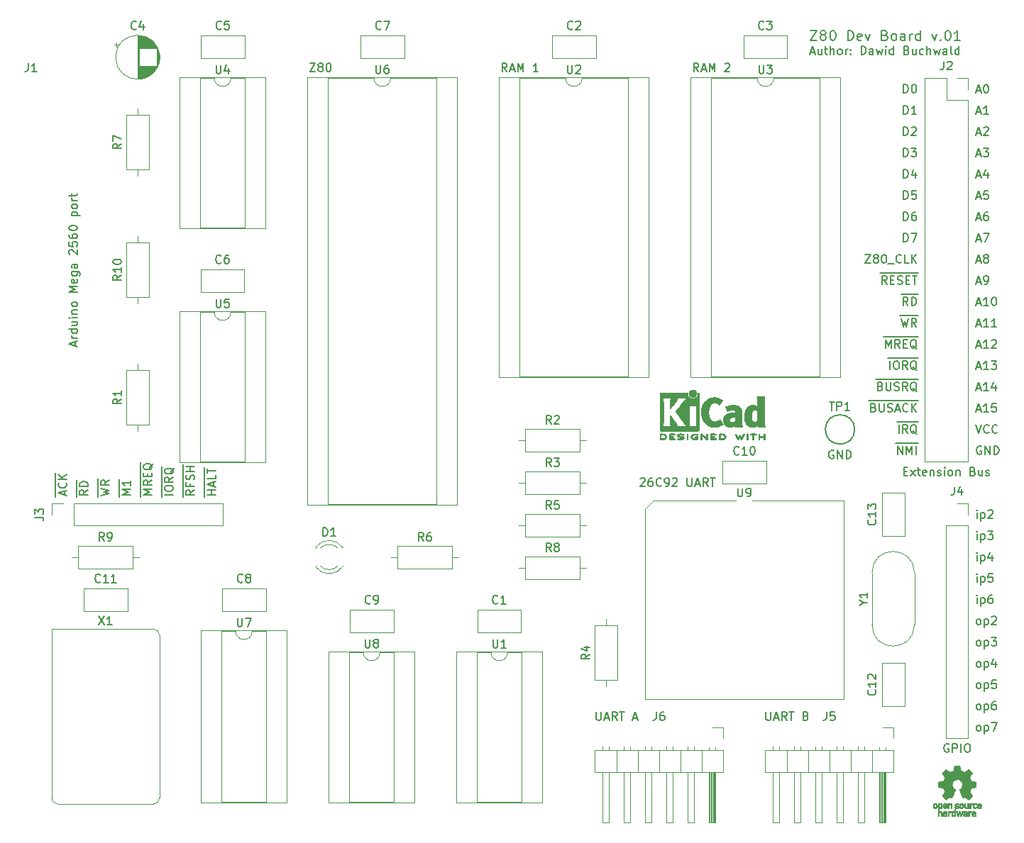
<source format=gto>
%TF.GenerationSoftware,KiCad,Pcbnew,(5.1.6-0-10_14)*%
%TF.CreationDate,2020-11-19T09:48:18+01:00*%
%TF.ProjectId,Z80_Dev_Board,5a38305f-4465-4765-9f42-6f6172642e6b,rev?*%
%TF.SameCoordinates,Original*%
%TF.FileFunction,Legend,Top*%
%TF.FilePolarity,Positive*%
%FSLAX46Y46*%
G04 Gerber Fmt 4.6, Leading zero omitted, Abs format (unit mm)*
G04 Created by KiCad (PCBNEW (5.1.6-0-10_14)) date 2020-11-19 09:48:18*
%MOMM*%
%LPD*%
G01*
G04 APERTURE LIST*
%ADD10C,0.150000*%
%ADD11C,0.120000*%
%ADD12C,0.010000*%
G04 APERTURE END LIST*
D10*
X92376666Y-57872380D02*
X92376666Y-58586666D01*
X92329047Y-58729523D01*
X92233809Y-58824761D01*
X92090952Y-58872380D01*
X91995714Y-58872380D01*
X93376666Y-58872380D02*
X92805238Y-58872380D01*
X93090952Y-58872380D02*
X93090952Y-57872380D01*
X92995714Y-58015238D01*
X92900476Y-58110476D01*
X92805238Y-58158095D01*
X185707976Y-56554666D02*
X186184166Y-56554666D01*
X185612738Y-56840380D02*
X185946071Y-55840380D01*
X186279404Y-56840380D01*
X187041309Y-56173714D02*
X187041309Y-56840380D01*
X186612738Y-56173714D02*
X186612738Y-56697523D01*
X186660357Y-56792761D01*
X186755595Y-56840380D01*
X186898452Y-56840380D01*
X186993690Y-56792761D01*
X187041309Y-56745142D01*
X187374642Y-56173714D02*
X187755595Y-56173714D01*
X187517500Y-55840380D02*
X187517500Y-56697523D01*
X187565119Y-56792761D01*
X187660357Y-56840380D01*
X187755595Y-56840380D01*
X188088928Y-56840380D02*
X188088928Y-55840380D01*
X188517500Y-56840380D02*
X188517500Y-56316571D01*
X188469880Y-56221333D01*
X188374642Y-56173714D01*
X188231785Y-56173714D01*
X188136547Y-56221333D01*
X188088928Y-56268952D01*
X189136547Y-56840380D02*
X189041309Y-56792761D01*
X188993690Y-56745142D01*
X188946071Y-56649904D01*
X188946071Y-56364190D01*
X188993690Y-56268952D01*
X189041309Y-56221333D01*
X189136547Y-56173714D01*
X189279404Y-56173714D01*
X189374642Y-56221333D01*
X189422261Y-56268952D01*
X189469880Y-56364190D01*
X189469880Y-56649904D01*
X189422261Y-56745142D01*
X189374642Y-56792761D01*
X189279404Y-56840380D01*
X189136547Y-56840380D01*
X189898452Y-56840380D02*
X189898452Y-56173714D01*
X189898452Y-56364190D02*
X189946071Y-56268952D01*
X189993690Y-56221333D01*
X190088928Y-56173714D01*
X190184166Y-56173714D01*
X190517500Y-56745142D02*
X190565119Y-56792761D01*
X190517500Y-56840380D01*
X190469880Y-56792761D01*
X190517500Y-56745142D01*
X190517500Y-56840380D01*
X190517500Y-56221333D02*
X190565119Y-56268952D01*
X190517500Y-56316571D01*
X190469880Y-56268952D01*
X190517500Y-56221333D01*
X190517500Y-56316571D01*
X191755595Y-56840380D02*
X191755595Y-55840380D01*
X191993690Y-55840380D01*
X192136547Y-55888000D01*
X192231785Y-55983238D01*
X192279404Y-56078476D01*
X192327023Y-56268952D01*
X192327023Y-56411809D01*
X192279404Y-56602285D01*
X192231785Y-56697523D01*
X192136547Y-56792761D01*
X191993690Y-56840380D01*
X191755595Y-56840380D01*
X193184166Y-56840380D02*
X193184166Y-56316571D01*
X193136547Y-56221333D01*
X193041309Y-56173714D01*
X192850833Y-56173714D01*
X192755595Y-56221333D01*
X193184166Y-56792761D02*
X193088928Y-56840380D01*
X192850833Y-56840380D01*
X192755595Y-56792761D01*
X192707976Y-56697523D01*
X192707976Y-56602285D01*
X192755595Y-56507047D01*
X192850833Y-56459428D01*
X193088928Y-56459428D01*
X193184166Y-56411809D01*
X193565119Y-56173714D02*
X193755595Y-56840380D01*
X193946071Y-56364190D01*
X194136547Y-56840380D01*
X194327023Y-56173714D01*
X194707976Y-56840380D02*
X194707976Y-56173714D01*
X194707976Y-55840380D02*
X194660357Y-55888000D01*
X194707976Y-55935619D01*
X194755595Y-55888000D01*
X194707976Y-55840380D01*
X194707976Y-55935619D01*
X195612738Y-56840380D02*
X195612738Y-55840380D01*
X195612738Y-56792761D02*
X195517500Y-56840380D01*
X195327023Y-56840380D01*
X195231785Y-56792761D01*
X195184166Y-56745142D01*
X195136547Y-56649904D01*
X195136547Y-56364190D01*
X195184166Y-56268952D01*
X195231785Y-56221333D01*
X195327023Y-56173714D01*
X195517500Y-56173714D01*
X195612738Y-56221333D01*
X197184166Y-56316571D02*
X197327023Y-56364190D01*
X197374642Y-56411809D01*
X197422261Y-56507047D01*
X197422261Y-56649904D01*
X197374642Y-56745142D01*
X197327023Y-56792761D01*
X197231785Y-56840380D01*
X196850833Y-56840380D01*
X196850833Y-55840380D01*
X197184166Y-55840380D01*
X197279404Y-55888000D01*
X197327023Y-55935619D01*
X197374642Y-56030857D01*
X197374642Y-56126095D01*
X197327023Y-56221333D01*
X197279404Y-56268952D01*
X197184166Y-56316571D01*
X196850833Y-56316571D01*
X198279404Y-56173714D02*
X198279404Y-56840380D01*
X197850833Y-56173714D02*
X197850833Y-56697523D01*
X197898452Y-56792761D01*
X197993690Y-56840380D01*
X198136547Y-56840380D01*
X198231785Y-56792761D01*
X198279404Y-56745142D01*
X199184166Y-56792761D02*
X199088928Y-56840380D01*
X198898452Y-56840380D01*
X198803214Y-56792761D01*
X198755595Y-56745142D01*
X198707976Y-56649904D01*
X198707976Y-56364190D01*
X198755595Y-56268952D01*
X198803214Y-56221333D01*
X198898452Y-56173714D01*
X199088928Y-56173714D01*
X199184166Y-56221333D01*
X199612738Y-56840380D02*
X199612738Y-55840380D01*
X200041309Y-56840380D02*
X200041309Y-56316571D01*
X199993690Y-56221333D01*
X199898452Y-56173714D01*
X199755595Y-56173714D01*
X199660357Y-56221333D01*
X199612738Y-56268952D01*
X200422261Y-56173714D02*
X200612738Y-56840380D01*
X200803214Y-56364190D01*
X200993690Y-56840380D01*
X201184166Y-56173714D01*
X201993690Y-56840380D02*
X201993690Y-56316571D01*
X201946071Y-56221333D01*
X201850833Y-56173714D01*
X201660357Y-56173714D01*
X201565119Y-56221333D01*
X201993690Y-56792761D02*
X201898452Y-56840380D01*
X201660357Y-56840380D01*
X201565119Y-56792761D01*
X201517500Y-56697523D01*
X201517500Y-56602285D01*
X201565119Y-56507047D01*
X201660357Y-56459428D01*
X201898452Y-56459428D01*
X201993690Y-56411809D01*
X202612738Y-56840380D02*
X202517500Y-56792761D01*
X202469880Y-56697523D01*
X202469880Y-55840380D01*
X203422261Y-56840380D02*
X203422261Y-55840380D01*
X203422261Y-56792761D02*
X203327023Y-56840380D01*
X203136547Y-56840380D01*
X203041309Y-56792761D01*
X202993690Y-56745142D01*
X202946071Y-56649904D01*
X202946071Y-56364190D01*
X202993690Y-56268952D01*
X203041309Y-56221333D01*
X203136547Y-56173714D01*
X203327023Y-56173714D01*
X203422261Y-56221333D01*
X196858571Y-106608571D02*
X197191904Y-106608571D01*
X197334761Y-107132380D02*
X196858571Y-107132380D01*
X196858571Y-106132380D01*
X197334761Y-106132380D01*
X197668095Y-107132380D02*
X198191904Y-106465714D01*
X197668095Y-106465714D02*
X198191904Y-107132380D01*
X198430000Y-106465714D02*
X198810952Y-106465714D01*
X198572857Y-106132380D02*
X198572857Y-106989523D01*
X198620476Y-107084761D01*
X198715714Y-107132380D01*
X198810952Y-107132380D01*
X199525238Y-107084761D02*
X199430000Y-107132380D01*
X199239523Y-107132380D01*
X199144285Y-107084761D01*
X199096666Y-106989523D01*
X199096666Y-106608571D01*
X199144285Y-106513333D01*
X199239523Y-106465714D01*
X199430000Y-106465714D01*
X199525238Y-106513333D01*
X199572857Y-106608571D01*
X199572857Y-106703809D01*
X199096666Y-106799047D01*
X200001428Y-106465714D02*
X200001428Y-107132380D01*
X200001428Y-106560952D02*
X200049047Y-106513333D01*
X200144285Y-106465714D01*
X200287142Y-106465714D01*
X200382380Y-106513333D01*
X200430000Y-106608571D01*
X200430000Y-107132380D01*
X200858571Y-107084761D02*
X200953809Y-107132380D01*
X201144285Y-107132380D01*
X201239523Y-107084761D01*
X201287142Y-106989523D01*
X201287142Y-106941904D01*
X201239523Y-106846666D01*
X201144285Y-106799047D01*
X201001428Y-106799047D01*
X200906190Y-106751428D01*
X200858571Y-106656190D01*
X200858571Y-106608571D01*
X200906190Y-106513333D01*
X201001428Y-106465714D01*
X201144285Y-106465714D01*
X201239523Y-106513333D01*
X201715714Y-107132380D02*
X201715714Y-106465714D01*
X201715714Y-106132380D02*
X201668095Y-106180000D01*
X201715714Y-106227619D01*
X201763333Y-106180000D01*
X201715714Y-106132380D01*
X201715714Y-106227619D01*
X202334761Y-107132380D02*
X202239523Y-107084761D01*
X202191904Y-107037142D01*
X202144285Y-106941904D01*
X202144285Y-106656190D01*
X202191904Y-106560952D01*
X202239523Y-106513333D01*
X202334761Y-106465714D01*
X202477619Y-106465714D01*
X202572857Y-106513333D01*
X202620476Y-106560952D01*
X202668095Y-106656190D01*
X202668095Y-106941904D01*
X202620476Y-107037142D01*
X202572857Y-107084761D01*
X202477619Y-107132380D01*
X202334761Y-107132380D01*
X203096666Y-106465714D02*
X203096666Y-107132380D01*
X203096666Y-106560952D02*
X203144285Y-106513333D01*
X203239523Y-106465714D01*
X203382380Y-106465714D01*
X203477619Y-106513333D01*
X203525238Y-106608571D01*
X203525238Y-107132380D01*
X205096666Y-106608571D02*
X205239523Y-106656190D01*
X205287142Y-106703809D01*
X205334761Y-106799047D01*
X205334761Y-106941904D01*
X205287142Y-107037142D01*
X205239523Y-107084761D01*
X205144285Y-107132380D01*
X204763333Y-107132380D01*
X204763333Y-106132380D01*
X205096666Y-106132380D01*
X205191904Y-106180000D01*
X205239523Y-106227619D01*
X205287142Y-106322857D01*
X205287142Y-106418095D01*
X205239523Y-106513333D01*
X205191904Y-106560952D01*
X205096666Y-106608571D01*
X204763333Y-106608571D01*
X206191904Y-106465714D02*
X206191904Y-107132380D01*
X205763333Y-106465714D02*
X205763333Y-106989523D01*
X205810952Y-107084761D01*
X205906190Y-107132380D01*
X206049047Y-107132380D01*
X206144285Y-107084761D01*
X206191904Y-107037142D01*
X206620476Y-107084761D02*
X206715714Y-107132380D01*
X206906190Y-107132380D01*
X207001428Y-107084761D01*
X207049047Y-106989523D01*
X207049047Y-106941904D01*
X207001428Y-106846666D01*
X206906190Y-106799047D01*
X206763333Y-106799047D01*
X206668095Y-106751428D01*
X206620476Y-106656190D01*
X206620476Y-106608571D01*
X206668095Y-106513333D01*
X206763333Y-106465714D01*
X206906190Y-106465714D01*
X207001428Y-106513333D01*
X97956666Y-91597619D02*
X97956666Y-91121428D01*
X98242380Y-91692857D02*
X97242380Y-91359523D01*
X98242380Y-91026190D01*
X98242380Y-90692857D02*
X97575714Y-90692857D01*
X97766190Y-90692857D02*
X97670952Y-90645238D01*
X97623333Y-90597619D01*
X97575714Y-90502380D01*
X97575714Y-90407142D01*
X98242380Y-89645238D02*
X97242380Y-89645238D01*
X98194761Y-89645238D02*
X98242380Y-89740476D01*
X98242380Y-89930952D01*
X98194761Y-90026190D01*
X98147142Y-90073809D01*
X98051904Y-90121428D01*
X97766190Y-90121428D01*
X97670952Y-90073809D01*
X97623333Y-90026190D01*
X97575714Y-89930952D01*
X97575714Y-89740476D01*
X97623333Y-89645238D01*
X97575714Y-88740476D02*
X98242380Y-88740476D01*
X97575714Y-89169047D02*
X98099523Y-89169047D01*
X98194761Y-89121428D01*
X98242380Y-89026190D01*
X98242380Y-88883333D01*
X98194761Y-88788095D01*
X98147142Y-88740476D01*
X98242380Y-88264285D02*
X97575714Y-88264285D01*
X97242380Y-88264285D02*
X97290000Y-88311904D01*
X97337619Y-88264285D01*
X97290000Y-88216666D01*
X97242380Y-88264285D01*
X97337619Y-88264285D01*
X97575714Y-87788095D02*
X98242380Y-87788095D01*
X97670952Y-87788095D02*
X97623333Y-87740476D01*
X97575714Y-87645238D01*
X97575714Y-87502380D01*
X97623333Y-87407142D01*
X97718571Y-87359523D01*
X98242380Y-87359523D01*
X98242380Y-86740476D02*
X98194761Y-86835714D01*
X98147142Y-86883333D01*
X98051904Y-86930952D01*
X97766190Y-86930952D01*
X97670952Y-86883333D01*
X97623333Y-86835714D01*
X97575714Y-86740476D01*
X97575714Y-86597619D01*
X97623333Y-86502380D01*
X97670952Y-86454761D01*
X97766190Y-86407142D01*
X98051904Y-86407142D01*
X98147142Y-86454761D01*
X98194761Y-86502380D01*
X98242380Y-86597619D01*
X98242380Y-86740476D01*
X98242380Y-85216666D02*
X97242380Y-85216666D01*
X97956666Y-84883333D01*
X97242380Y-84550000D01*
X98242380Y-84550000D01*
X98194761Y-83692857D02*
X98242380Y-83788095D01*
X98242380Y-83978571D01*
X98194761Y-84073809D01*
X98099523Y-84121428D01*
X97718571Y-84121428D01*
X97623333Y-84073809D01*
X97575714Y-83978571D01*
X97575714Y-83788095D01*
X97623333Y-83692857D01*
X97718571Y-83645238D01*
X97813809Y-83645238D01*
X97909047Y-84121428D01*
X97575714Y-82788095D02*
X98385238Y-82788095D01*
X98480476Y-82835714D01*
X98528095Y-82883333D01*
X98575714Y-82978571D01*
X98575714Y-83121428D01*
X98528095Y-83216666D01*
X98194761Y-82788095D02*
X98242380Y-82883333D01*
X98242380Y-83073809D01*
X98194761Y-83169047D01*
X98147142Y-83216666D01*
X98051904Y-83264285D01*
X97766190Y-83264285D01*
X97670952Y-83216666D01*
X97623333Y-83169047D01*
X97575714Y-83073809D01*
X97575714Y-82883333D01*
X97623333Y-82788095D01*
X98242380Y-81883333D02*
X97718571Y-81883333D01*
X97623333Y-81930952D01*
X97575714Y-82026190D01*
X97575714Y-82216666D01*
X97623333Y-82311904D01*
X98194761Y-81883333D02*
X98242380Y-81978571D01*
X98242380Y-82216666D01*
X98194761Y-82311904D01*
X98099523Y-82359523D01*
X98004285Y-82359523D01*
X97909047Y-82311904D01*
X97861428Y-82216666D01*
X97861428Y-81978571D01*
X97813809Y-81883333D01*
X97337619Y-80692857D02*
X97290000Y-80645238D01*
X97242380Y-80550000D01*
X97242380Y-80311904D01*
X97290000Y-80216666D01*
X97337619Y-80169047D01*
X97432857Y-80121428D01*
X97528095Y-80121428D01*
X97670952Y-80169047D01*
X98242380Y-80740476D01*
X98242380Y-80121428D01*
X97242380Y-79216666D02*
X97242380Y-79692857D01*
X97718571Y-79740476D01*
X97670952Y-79692857D01*
X97623333Y-79597619D01*
X97623333Y-79359523D01*
X97670952Y-79264285D01*
X97718571Y-79216666D01*
X97813809Y-79169047D01*
X98051904Y-79169047D01*
X98147142Y-79216666D01*
X98194761Y-79264285D01*
X98242380Y-79359523D01*
X98242380Y-79597619D01*
X98194761Y-79692857D01*
X98147142Y-79740476D01*
X97242380Y-78311904D02*
X97242380Y-78502380D01*
X97290000Y-78597619D01*
X97337619Y-78645238D01*
X97480476Y-78740476D01*
X97670952Y-78788095D01*
X98051904Y-78788095D01*
X98147142Y-78740476D01*
X98194761Y-78692857D01*
X98242380Y-78597619D01*
X98242380Y-78407142D01*
X98194761Y-78311904D01*
X98147142Y-78264285D01*
X98051904Y-78216666D01*
X97813809Y-78216666D01*
X97718571Y-78264285D01*
X97670952Y-78311904D01*
X97623333Y-78407142D01*
X97623333Y-78597619D01*
X97670952Y-78692857D01*
X97718571Y-78740476D01*
X97813809Y-78788095D01*
X97242380Y-77597619D02*
X97242380Y-77502380D01*
X97290000Y-77407142D01*
X97337619Y-77359523D01*
X97432857Y-77311904D01*
X97623333Y-77264285D01*
X97861428Y-77264285D01*
X98051904Y-77311904D01*
X98147142Y-77359523D01*
X98194761Y-77407142D01*
X98242380Y-77502380D01*
X98242380Y-77597619D01*
X98194761Y-77692857D01*
X98147142Y-77740476D01*
X98051904Y-77788095D01*
X97861428Y-77835714D01*
X97623333Y-77835714D01*
X97432857Y-77788095D01*
X97337619Y-77740476D01*
X97290000Y-77692857D01*
X97242380Y-77597619D01*
X97575714Y-76073809D02*
X98575714Y-76073809D01*
X97623333Y-76073809D02*
X97575714Y-75978571D01*
X97575714Y-75788095D01*
X97623333Y-75692857D01*
X97670952Y-75645238D01*
X97766190Y-75597619D01*
X98051904Y-75597619D01*
X98147142Y-75645238D01*
X98194761Y-75692857D01*
X98242380Y-75788095D01*
X98242380Y-75978571D01*
X98194761Y-76073809D01*
X98242380Y-75026190D02*
X98194761Y-75121428D01*
X98147142Y-75169047D01*
X98051904Y-75216666D01*
X97766190Y-75216666D01*
X97670952Y-75169047D01*
X97623333Y-75121428D01*
X97575714Y-75026190D01*
X97575714Y-74883333D01*
X97623333Y-74788095D01*
X97670952Y-74740476D01*
X97766190Y-74692857D01*
X98051904Y-74692857D01*
X98147142Y-74740476D01*
X98194761Y-74788095D01*
X98242380Y-74883333D01*
X98242380Y-75026190D01*
X98242380Y-74264285D02*
X97575714Y-74264285D01*
X97766190Y-74264285D02*
X97670952Y-74216666D01*
X97623333Y-74169047D01*
X97575714Y-74073809D01*
X97575714Y-73978571D01*
X97575714Y-73788095D02*
X97575714Y-73407142D01*
X97242380Y-73645238D02*
X98099523Y-73645238D01*
X98194761Y-73597619D01*
X98242380Y-73502380D01*
X98242380Y-73407142D01*
X165387976Y-107497619D02*
X165435595Y-107450000D01*
X165530833Y-107402380D01*
X165768928Y-107402380D01*
X165864166Y-107450000D01*
X165911785Y-107497619D01*
X165959404Y-107592857D01*
X165959404Y-107688095D01*
X165911785Y-107830952D01*
X165340357Y-108402380D01*
X165959404Y-108402380D01*
X166816547Y-107402380D02*
X166626071Y-107402380D01*
X166530833Y-107450000D01*
X166483214Y-107497619D01*
X166387976Y-107640476D01*
X166340357Y-107830952D01*
X166340357Y-108211904D01*
X166387976Y-108307142D01*
X166435595Y-108354761D01*
X166530833Y-108402380D01*
X166721309Y-108402380D01*
X166816547Y-108354761D01*
X166864166Y-108307142D01*
X166911785Y-108211904D01*
X166911785Y-107973809D01*
X166864166Y-107878571D01*
X166816547Y-107830952D01*
X166721309Y-107783333D01*
X166530833Y-107783333D01*
X166435595Y-107830952D01*
X166387976Y-107878571D01*
X166340357Y-107973809D01*
X167911785Y-108307142D02*
X167864166Y-108354761D01*
X167721309Y-108402380D01*
X167626071Y-108402380D01*
X167483214Y-108354761D01*
X167387976Y-108259523D01*
X167340357Y-108164285D01*
X167292738Y-107973809D01*
X167292738Y-107830952D01*
X167340357Y-107640476D01*
X167387976Y-107545238D01*
X167483214Y-107450000D01*
X167626071Y-107402380D01*
X167721309Y-107402380D01*
X167864166Y-107450000D01*
X167911785Y-107497619D01*
X168387976Y-108402380D02*
X168578452Y-108402380D01*
X168673690Y-108354761D01*
X168721309Y-108307142D01*
X168816547Y-108164285D01*
X168864166Y-107973809D01*
X168864166Y-107592857D01*
X168816547Y-107497619D01*
X168768928Y-107450000D01*
X168673690Y-107402380D01*
X168483214Y-107402380D01*
X168387976Y-107450000D01*
X168340357Y-107497619D01*
X168292738Y-107592857D01*
X168292738Y-107830952D01*
X168340357Y-107926190D01*
X168387976Y-107973809D01*
X168483214Y-108021428D01*
X168673690Y-108021428D01*
X168768928Y-107973809D01*
X168816547Y-107926190D01*
X168864166Y-107830952D01*
X169245119Y-107497619D02*
X169292738Y-107450000D01*
X169387976Y-107402380D01*
X169626071Y-107402380D01*
X169721309Y-107450000D01*
X169768928Y-107497619D01*
X169816547Y-107592857D01*
X169816547Y-107688095D01*
X169768928Y-107830952D01*
X169197500Y-108402380D01*
X169816547Y-108402380D01*
X171007023Y-107402380D02*
X171007023Y-108211904D01*
X171054642Y-108307142D01*
X171102261Y-108354761D01*
X171197500Y-108402380D01*
X171387976Y-108402380D01*
X171483214Y-108354761D01*
X171530833Y-108307142D01*
X171578452Y-108211904D01*
X171578452Y-107402380D01*
X172007023Y-108116666D02*
X172483214Y-108116666D01*
X171911785Y-108402380D02*
X172245119Y-107402380D01*
X172578452Y-108402380D01*
X173483214Y-108402380D02*
X173149880Y-107926190D01*
X172911785Y-108402380D02*
X172911785Y-107402380D01*
X173292738Y-107402380D01*
X173387976Y-107450000D01*
X173435595Y-107497619D01*
X173483214Y-107592857D01*
X173483214Y-107735714D01*
X173435595Y-107830952D01*
X173387976Y-107878571D01*
X173292738Y-107926190D01*
X172911785Y-107926190D01*
X173768928Y-107402380D02*
X174340357Y-107402380D01*
X174054642Y-108402380D02*
X174054642Y-107402380D01*
X172357023Y-58872380D02*
X172023690Y-58396190D01*
X171785595Y-58872380D02*
X171785595Y-57872380D01*
X172166547Y-57872380D01*
X172261785Y-57920000D01*
X172309404Y-57967619D01*
X172357023Y-58062857D01*
X172357023Y-58205714D01*
X172309404Y-58300952D01*
X172261785Y-58348571D01*
X172166547Y-58396190D01*
X171785595Y-58396190D01*
X172737976Y-58586666D02*
X173214166Y-58586666D01*
X172642738Y-58872380D02*
X172976071Y-57872380D01*
X173309404Y-58872380D01*
X173642738Y-58872380D02*
X173642738Y-57872380D01*
X173976071Y-58586666D01*
X174309404Y-57872380D01*
X174309404Y-58872380D01*
X175499880Y-57967619D02*
X175547500Y-57920000D01*
X175642738Y-57872380D01*
X175880833Y-57872380D01*
X175976071Y-57920000D01*
X176023690Y-57967619D01*
X176071309Y-58062857D01*
X176071309Y-58158095D01*
X176023690Y-58300952D01*
X175452261Y-58872380D01*
X176071309Y-58872380D01*
X149497023Y-58872380D02*
X149163690Y-58396190D01*
X148925595Y-58872380D02*
X148925595Y-57872380D01*
X149306547Y-57872380D01*
X149401785Y-57920000D01*
X149449404Y-57967619D01*
X149497023Y-58062857D01*
X149497023Y-58205714D01*
X149449404Y-58300952D01*
X149401785Y-58348571D01*
X149306547Y-58396190D01*
X148925595Y-58396190D01*
X149877976Y-58586666D02*
X150354166Y-58586666D01*
X149782738Y-58872380D02*
X150116071Y-57872380D01*
X150449404Y-58872380D01*
X150782738Y-58872380D02*
X150782738Y-57872380D01*
X151116071Y-58586666D01*
X151449404Y-57872380D01*
X151449404Y-58872380D01*
X153211309Y-58872380D02*
X152639880Y-58872380D01*
X152925595Y-58872380D02*
X152925595Y-57872380D01*
X152830357Y-58015238D01*
X152735119Y-58110476D01*
X152639880Y-58158095D01*
X125970357Y-57872380D02*
X126637023Y-57872380D01*
X125970357Y-58872380D01*
X126637023Y-58872380D01*
X127160833Y-58300952D02*
X127065595Y-58253333D01*
X127017976Y-58205714D01*
X126970357Y-58110476D01*
X126970357Y-58062857D01*
X127017976Y-57967619D01*
X127065595Y-57920000D01*
X127160833Y-57872380D01*
X127351309Y-57872380D01*
X127446547Y-57920000D01*
X127494166Y-57967619D01*
X127541785Y-58062857D01*
X127541785Y-58110476D01*
X127494166Y-58205714D01*
X127446547Y-58253333D01*
X127351309Y-58300952D01*
X127160833Y-58300952D01*
X127065595Y-58348571D01*
X127017976Y-58396190D01*
X126970357Y-58491428D01*
X126970357Y-58681904D01*
X127017976Y-58777142D01*
X127065595Y-58824761D01*
X127160833Y-58872380D01*
X127351309Y-58872380D01*
X127446547Y-58824761D01*
X127494166Y-58777142D01*
X127541785Y-58681904D01*
X127541785Y-58491428D01*
X127494166Y-58396190D01*
X127446547Y-58348571D01*
X127351309Y-58300952D01*
X128160833Y-57872380D02*
X128256071Y-57872380D01*
X128351309Y-57920000D01*
X128398928Y-57967619D01*
X128446547Y-58062857D01*
X128494166Y-58253333D01*
X128494166Y-58491428D01*
X128446547Y-58681904D01*
X128398928Y-58777142D01*
X128351309Y-58824761D01*
X128256071Y-58872380D01*
X128160833Y-58872380D01*
X128065595Y-58824761D01*
X128017976Y-58777142D01*
X127970357Y-58681904D01*
X127922738Y-58491428D01*
X127922738Y-58253333D01*
X127970357Y-58062857D01*
X128017976Y-57967619D01*
X128065595Y-57920000D01*
X128160833Y-57872380D01*
X202200000Y-139200000D02*
X202104761Y-139152380D01*
X201961904Y-139152380D01*
X201819047Y-139200000D01*
X201723809Y-139295238D01*
X201676190Y-139390476D01*
X201628571Y-139580952D01*
X201628571Y-139723809D01*
X201676190Y-139914285D01*
X201723809Y-140009523D01*
X201819047Y-140104761D01*
X201961904Y-140152380D01*
X202057142Y-140152380D01*
X202200000Y-140104761D01*
X202247619Y-140057142D01*
X202247619Y-139723809D01*
X202057142Y-139723809D01*
X202676190Y-140152380D02*
X202676190Y-139152380D01*
X203057142Y-139152380D01*
X203152380Y-139200000D01*
X203200000Y-139247619D01*
X203247619Y-139342857D01*
X203247619Y-139485714D01*
X203200000Y-139580952D01*
X203152380Y-139628571D01*
X203057142Y-139676190D01*
X202676190Y-139676190D01*
X203676190Y-140152380D02*
X203676190Y-139152380D01*
X204342857Y-139152380D02*
X204533333Y-139152380D01*
X204628571Y-139200000D01*
X204723809Y-139295238D01*
X204771428Y-139485714D01*
X204771428Y-139819047D01*
X204723809Y-140009523D01*
X204628571Y-140104761D01*
X204533333Y-140152380D01*
X204342857Y-140152380D01*
X204247619Y-140104761D01*
X204152380Y-140009523D01*
X204104761Y-139819047D01*
X204104761Y-139485714D01*
X204152380Y-139295238D01*
X204247619Y-139200000D01*
X204342857Y-139152380D01*
X188468095Y-104148000D02*
X188372857Y-104100380D01*
X188230000Y-104100380D01*
X188087142Y-104148000D01*
X187991904Y-104243238D01*
X187944285Y-104338476D01*
X187896666Y-104528952D01*
X187896666Y-104671809D01*
X187944285Y-104862285D01*
X187991904Y-104957523D01*
X188087142Y-105052761D01*
X188230000Y-105100380D01*
X188325238Y-105100380D01*
X188468095Y-105052761D01*
X188515714Y-105005142D01*
X188515714Y-104671809D01*
X188325238Y-104671809D01*
X188944285Y-105100380D02*
X188944285Y-104100380D01*
X189515714Y-105100380D01*
X189515714Y-104100380D01*
X189991904Y-105100380D02*
X189991904Y-104100380D01*
X190230000Y-104100380D01*
X190372857Y-104148000D01*
X190468095Y-104243238D01*
X190515714Y-104338476D01*
X190563333Y-104528952D01*
X190563333Y-104671809D01*
X190515714Y-104862285D01*
X190468095Y-104957523D01*
X190372857Y-105052761D01*
X190230000Y-105100380D01*
X189991904Y-105100380D01*
X180403809Y-135342380D02*
X180403809Y-136151904D01*
X180451428Y-136247142D01*
X180499047Y-136294761D01*
X180594285Y-136342380D01*
X180784761Y-136342380D01*
X180880000Y-136294761D01*
X180927619Y-136247142D01*
X180975238Y-136151904D01*
X180975238Y-135342380D01*
X181403809Y-136056666D02*
X181880000Y-136056666D01*
X181308571Y-136342380D02*
X181641904Y-135342380D01*
X181975238Y-136342380D01*
X182880000Y-136342380D02*
X182546666Y-135866190D01*
X182308571Y-136342380D02*
X182308571Y-135342380D01*
X182689523Y-135342380D01*
X182784761Y-135390000D01*
X182832380Y-135437619D01*
X182880000Y-135532857D01*
X182880000Y-135675714D01*
X182832380Y-135770952D01*
X182784761Y-135818571D01*
X182689523Y-135866190D01*
X182308571Y-135866190D01*
X183165714Y-135342380D02*
X183737142Y-135342380D01*
X183451428Y-136342380D02*
X183451428Y-135342380D01*
X185165714Y-135818571D02*
X185308571Y-135866190D01*
X185356190Y-135913809D01*
X185403809Y-136009047D01*
X185403809Y-136151904D01*
X185356190Y-136247142D01*
X185308571Y-136294761D01*
X185213333Y-136342380D01*
X184832380Y-136342380D01*
X184832380Y-135342380D01*
X185165714Y-135342380D01*
X185260952Y-135390000D01*
X185308571Y-135437619D01*
X185356190Y-135532857D01*
X185356190Y-135628095D01*
X185308571Y-135723333D01*
X185260952Y-135770952D01*
X185165714Y-135818571D01*
X184832380Y-135818571D01*
X160155238Y-135342380D02*
X160155238Y-136151904D01*
X160202857Y-136247142D01*
X160250476Y-136294761D01*
X160345714Y-136342380D01*
X160536190Y-136342380D01*
X160631428Y-136294761D01*
X160679047Y-136247142D01*
X160726666Y-136151904D01*
X160726666Y-135342380D01*
X161155238Y-136056666D02*
X161631428Y-136056666D01*
X161060000Y-136342380D02*
X161393333Y-135342380D01*
X161726666Y-136342380D01*
X162631428Y-136342380D02*
X162298095Y-135866190D01*
X162060000Y-136342380D02*
X162060000Y-135342380D01*
X162440952Y-135342380D01*
X162536190Y-135390000D01*
X162583809Y-135437619D01*
X162631428Y-135532857D01*
X162631428Y-135675714D01*
X162583809Y-135770952D01*
X162536190Y-135818571D01*
X162440952Y-135866190D01*
X162060000Y-135866190D01*
X162917142Y-135342380D02*
X163488571Y-135342380D01*
X163202857Y-136342380D02*
X163202857Y-135342380D01*
X164536190Y-136056666D02*
X165012380Y-136056666D01*
X164440952Y-136342380D02*
X164774285Y-135342380D01*
X165107619Y-136342380D01*
X205710452Y-137612380D02*
X205615214Y-137564761D01*
X205567595Y-137517142D01*
X205519976Y-137421904D01*
X205519976Y-137136190D01*
X205567595Y-137040952D01*
X205615214Y-136993333D01*
X205710452Y-136945714D01*
X205853309Y-136945714D01*
X205948547Y-136993333D01*
X205996166Y-137040952D01*
X206043785Y-137136190D01*
X206043785Y-137421904D01*
X205996166Y-137517142D01*
X205948547Y-137564761D01*
X205853309Y-137612380D01*
X205710452Y-137612380D01*
X206472357Y-136945714D02*
X206472357Y-137945714D01*
X206472357Y-136993333D02*
X206567595Y-136945714D01*
X206758071Y-136945714D01*
X206853309Y-136993333D01*
X206900928Y-137040952D01*
X206948547Y-137136190D01*
X206948547Y-137421904D01*
X206900928Y-137517142D01*
X206853309Y-137564761D01*
X206758071Y-137612380D01*
X206567595Y-137612380D01*
X206472357Y-137564761D01*
X207281880Y-136612380D02*
X207948547Y-136612380D01*
X207519976Y-137612380D01*
X205710452Y-135072380D02*
X205615214Y-135024761D01*
X205567595Y-134977142D01*
X205519976Y-134881904D01*
X205519976Y-134596190D01*
X205567595Y-134500952D01*
X205615214Y-134453333D01*
X205710452Y-134405714D01*
X205853309Y-134405714D01*
X205948547Y-134453333D01*
X205996166Y-134500952D01*
X206043785Y-134596190D01*
X206043785Y-134881904D01*
X205996166Y-134977142D01*
X205948547Y-135024761D01*
X205853309Y-135072380D01*
X205710452Y-135072380D01*
X206472357Y-134405714D02*
X206472357Y-135405714D01*
X206472357Y-134453333D02*
X206567595Y-134405714D01*
X206758071Y-134405714D01*
X206853309Y-134453333D01*
X206900928Y-134500952D01*
X206948547Y-134596190D01*
X206948547Y-134881904D01*
X206900928Y-134977142D01*
X206853309Y-135024761D01*
X206758071Y-135072380D01*
X206567595Y-135072380D01*
X206472357Y-135024761D01*
X207805690Y-134072380D02*
X207615214Y-134072380D01*
X207519976Y-134120000D01*
X207472357Y-134167619D01*
X207377119Y-134310476D01*
X207329500Y-134500952D01*
X207329500Y-134881904D01*
X207377119Y-134977142D01*
X207424738Y-135024761D01*
X207519976Y-135072380D01*
X207710452Y-135072380D01*
X207805690Y-135024761D01*
X207853309Y-134977142D01*
X207900928Y-134881904D01*
X207900928Y-134643809D01*
X207853309Y-134548571D01*
X207805690Y-134500952D01*
X207710452Y-134453333D01*
X207519976Y-134453333D01*
X207424738Y-134500952D01*
X207377119Y-134548571D01*
X207329500Y-134643809D01*
X205710452Y-132532380D02*
X205615214Y-132484761D01*
X205567595Y-132437142D01*
X205519976Y-132341904D01*
X205519976Y-132056190D01*
X205567595Y-131960952D01*
X205615214Y-131913333D01*
X205710452Y-131865714D01*
X205853309Y-131865714D01*
X205948547Y-131913333D01*
X205996166Y-131960952D01*
X206043785Y-132056190D01*
X206043785Y-132341904D01*
X205996166Y-132437142D01*
X205948547Y-132484761D01*
X205853309Y-132532380D01*
X205710452Y-132532380D01*
X206472357Y-131865714D02*
X206472357Y-132865714D01*
X206472357Y-131913333D02*
X206567595Y-131865714D01*
X206758071Y-131865714D01*
X206853309Y-131913333D01*
X206900928Y-131960952D01*
X206948547Y-132056190D01*
X206948547Y-132341904D01*
X206900928Y-132437142D01*
X206853309Y-132484761D01*
X206758071Y-132532380D01*
X206567595Y-132532380D01*
X206472357Y-132484761D01*
X207853309Y-131532380D02*
X207377119Y-131532380D01*
X207329500Y-132008571D01*
X207377119Y-131960952D01*
X207472357Y-131913333D01*
X207710452Y-131913333D01*
X207805690Y-131960952D01*
X207853309Y-132008571D01*
X207900928Y-132103809D01*
X207900928Y-132341904D01*
X207853309Y-132437142D01*
X207805690Y-132484761D01*
X207710452Y-132532380D01*
X207472357Y-132532380D01*
X207377119Y-132484761D01*
X207329500Y-132437142D01*
X205710452Y-129992380D02*
X205615214Y-129944761D01*
X205567595Y-129897142D01*
X205519976Y-129801904D01*
X205519976Y-129516190D01*
X205567595Y-129420952D01*
X205615214Y-129373333D01*
X205710452Y-129325714D01*
X205853309Y-129325714D01*
X205948547Y-129373333D01*
X205996166Y-129420952D01*
X206043785Y-129516190D01*
X206043785Y-129801904D01*
X205996166Y-129897142D01*
X205948547Y-129944761D01*
X205853309Y-129992380D01*
X205710452Y-129992380D01*
X206472357Y-129325714D02*
X206472357Y-130325714D01*
X206472357Y-129373333D02*
X206567595Y-129325714D01*
X206758071Y-129325714D01*
X206853309Y-129373333D01*
X206900928Y-129420952D01*
X206948547Y-129516190D01*
X206948547Y-129801904D01*
X206900928Y-129897142D01*
X206853309Y-129944761D01*
X206758071Y-129992380D01*
X206567595Y-129992380D01*
X206472357Y-129944761D01*
X207805690Y-129325714D02*
X207805690Y-129992380D01*
X207567595Y-128944761D02*
X207329500Y-129659047D01*
X207948547Y-129659047D01*
X205710452Y-127452380D02*
X205615214Y-127404761D01*
X205567595Y-127357142D01*
X205519976Y-127261904D01*
X205519976Y-126976190D01*
X205567595Y-126880952D01*
X205615214Y-126833333D01*
X205710452Y-126785714D01*
X205853309Y-126785714D01*
X205948547Y-126833333D01*
X205996166Y-126880952D01*
X206043785Y-126976190D01*
X206043785Y-127261904D01*
X205996166Y-127357142D01*
X205948547Y-127404761D01*
X205853309Y-127452380D01*
X205710452Y-127452380D01*
X206472357Y-126785714D02*
X206472357Y-127785714D01*
X206472357Y-126833333D02*
X206567595Y-126785714D01*
X206758071Y-126785714D01*
X206853309Y-126833333D01*
X206900928Y-126880952D01*
X206948547Y-126976190D01*
X206948547Y-127261904D01*
X206900928Y-127357142D01*
X206853309Y-127404761D01*
X206758071Y-127452380D01*
X206567595Y-127452380D01*
X206472357Y-127404761D01*
X207281880Y-126452380D02*
X207900928Y-126452380D01*
X207567595Y-126833333D01*
X207710452Y-126833333D01*
X207805690Y-126880952D01*
X207853309Y-126928571D01*
X207900928Y-127023809D01*
X207900928Y-127261904D01*
X207853309Y-127357142D01*
X207805690Y-127404761D01*
X207710452Y-127452380D01*
X207424738Y-127452380D01*
X207329500Y-127404761D01*
X207281880Y-127357142D01*
X205710452Y-124912380D02*
X205615214Y-124864761D01*
X205567595Y-124817142D01*
X205519976Y-124721904D01*
X205519976Y-124436190D01*
X205567595Y-124340952D01*
X205615214Y-124293333D01*
X205710452Y-124245714D01*
X205853309Y-124245714D01*
X205948547Y-124293333D01*
X205996166Y-124340952D01*
X206043785Y-124436190D01*
X206043785Y-124721904D01*
X205996166Y-124817142D01*
X205948547Y-124864761D01*
X205853309Y-124912380D01*
X205710452Y-124912380D01*
X206472357Y-124245714D02*
X206472357Y-125245714D01*
X206472357Y-124293333D02*
X206567595Y-124245714D01*
X206758071Y-124245714D01*
X206853309Y-124293333D01*
X206900928Y-124340952D01*
X206948547Y-124436190D01*
X206948547Y-124721904D01*
X206900928Y-124817142D01*
X206853309Y-124864761D01*
X206758071Y-124912380D01*
X206567595Y-124912380D01*
X206472357Y-124864761D01*
X207329500Y-124007619D02*
X207377119Y-123960000D01*
X207472357Y-123912380D01*
X207710452Y-123912380D01*
X207805690Y-123960000D01*
X207853309Y-124007619D01*
X207900928Y-124102857D01*
X207900928Y-124198095D01*
X207853309Y-124340952D01*
X207281880Y-124912380D01*
X207900928Y-124912380D01*
X205567595Y-122372380D02*
X205567595Y-121705714D01*
X205567595Y-121372380D02*
X205519976Y-121420000D01*
X205567595Y-121467619D01*
X205615214Y-121420000D01*
X205567595Y-121372380D01*
X205567595Y-121467619D01*
X206043785Y-121705714D02*
X206043785Y-122705714D01*
X206043785Y-121753333D02*
X206139023Y-121705714D01*
X206329500Y-121705714D01*
X206424738Y-121753333D01*
X206472357Y-121800952D01*
X206519976Y-121896190D01*
X206519976Y-122181904D01*
X206472357Y-122277142D01*
X206424738Y-122324761D01*
X206329500Y-122372380D01*
X206139023Y-122372380D01*
X206043785Y-122324761D01*
X207377119Y-121372380D02*
X207186642Y-121372380D01*
X207091404Y-121420000D01*
X207043785Y-121467619D01*
X206948547Y-121610476D01*
X206900928Y-121800952D01*
X206900928Y-122181904D01*
X206948547Y-122277142D01*
X206996166Y-122324761D01*
X207091404Y-122372380D01*
X207281880Y-122372380D01*
X207377119Y-122324761D01*
X207424738Y-122277142D01*
X207472357Y-122181904D01*
X207472357Y-121943809D01*
X207424738Y-121848571D01*
X207377119Y-121800952D01*
X207281880Y-121753333D01*
X207091404Y-121753333D01*
X206996166Y-121800952D01*
X206948547Y-121848571D01*
X206900928Y-121943809D01*
X205567595Y-119832380D02*
X205567595Y-119165714D01*
X205567595Y-118832380D02*
X205519976Y-118880000D01*
X205567595Y-118927619D01*
X205615214Y-118880000D01*
X205567595Y-118832380D01*
X205567595Y-118927619D01*
X206043785Y-119165714D02*
X206043785Y-120165714D01*
X206043785Y-119213333D02*
X206139023Y-119165714D01*
X206329500Y-119165714D01*
X206424738Y-119213333D01*
X206472357Y-119260952D01*
X206519976Y-119356190D01*
X206519976Y-119641904D01*
X206472357Y-119737142D01*
X206424738Y-119784761D01*
X206329500Y-119832380D01*
X206139023Y-119832380D01*
X206043785Y-119784761D01*
X207424738Y-118832380D02*
X206948547Y-118832380D01*
X206900928Y-119308571D01*
X206948547Y-119260952D01*
X207043785Y-119213333D01*
X207281880Y-119213333D01*
X207377119Y-119260952D01*
X207424738Y-119308571D01*
X207472357Y-119403809D01*
X207472357Y-119641904D01*
X207424738Y-119737142D01*
X207377119Y-119784761D01*
X207281880Y-119832380D01*
X207043785Y-119832380D01*
X206948547Y-119784761D01*
X206900928Y-119737142D01*
X205567595Y-117292380D02*
X205567595Y-116625714D01*
X205567595Y-116292380D02*
X205519976Y-116340000D01*
X205567595Y-116387619D01*
X205615214Y-116340000D01*
X205567595Y-116292380D01*
X205567595Y-116387619D01*
X206043785Y-116625714D02*
X206043785Y-117625714D01*
X206043785Y-116673333D02*
X206139023Y-116625714D01*
X206329500Y-116625714D01*
X206424738Y-116673333D01*
X206472357Y-116720952D01*
X206519976Y-116816190D01*
X206519976Y-117101904D01*
X206472357Y-117197142D01*
X206424738Y-117244761D01*
X206329500Y-117292380D01*
X206139023Y-117292380D01*
X206043785Y-117244761D01*
X207377119Y-116625714D02*
X207377119Y-117292380D01*
X207139023Y-116244761D02*
X206900928Y-116959047D01*
X207519976Y-116959047D01*
X205567595Y-114752380D02*
X205567595Y-114085714D01*
X205567595Y-113752380D02*
X205519976Y-113800000D01*
X205567595Y-113847619D01*
X205615214Y-113800000D01*
X205567595Y-113752380D01*
X205567595Y-113847619D01*
X206043785Y-114085714D02*
X206043785Y-115085714D01*
X206043785Y-114133333D02*
X206139023Y-114085714D01*
X206329500Y-114085714D01*
X206424738Y-114133333D01*
X206472357Y-114180952D01*
X206519976Y-114276190D01*
X206519976Y-114561904D01*
X206472357Y-114657142D01*
X206424738Y-114704761D01*
X206329500Y-114752380D01*
X206139023Y-114752380D01*
X206043785Y-114704761D01*
X206853309Y-113752380D02*
X207472357Y-113752380D01*
X207139023Y-114133333D01*
X207281880Y-114133333D01*
X207377119Y-114180952D01*
X207424738Y-114228571D01*
X207472357Y-114323809D01*
X207472357Y-114561904D01*
X207424738Y-114657142D01*
X207377119Y-114704761D01*
X207281880Y-114752380D01*
X206996166Y-114752380D01*
X206900928Y-114704761D01*
X206853309Y-114657142D01*
X205567595Y-112212380D02*
X205567595Y-111545714D01*
X205567595Y-111212380D02*
X205519976Y-111260000D01*
X205567595Y-111307619D01*
X205615214Y-111260000D01*
X205567595Y-111212380D01*
X205567595Y-111307619D01*
X206043785Y-111545714D02*
X206043785Y-112545714D01*
X206043785Y-111593333D02*
X206139023Y-111545714D01*
X206329500Y-111545714D01*
X206424738Y-111593333D01*
X206472357Y-111640952D01*
X206519976Y-111736190D01*
X206519976Y-112021904D01*
X206472357Y-112117142D01*
X206424738Y-112164761D01*
X206329500Y-112212380D01*
X206139023Y-112212380D01*
X206043785Y-112164761D01*
X206900928Y-111307619D02*
X206948547Y-111260000D01*
X207043785Y-111212380D01*
X207281880Y-111212380D01*
X207377119Y-111260000D01*
X207424738Y-111307619D01*
X207472357Y-111402857D01*
X207472357Y-111498095D01*
X207424738Y-111640952D01*
X206853309Y-112212380D01*
X207472357Y-112212380D01*
X185688928Y-53952857D02*
X186488928Y-53952857D01*
X185688928Y-55152857D01*
X186488928Y-55152857D01*
X187117500Y-54467142D02*
X187003214Y-54410000D01*
X186946071Y-54352857D01*
X186888928Y-54238571D01*
X186888928Y-54181428D01*
X186946071Y-54067142D01*
X187003214Y-54010000D01*
X187117500Y-53952857D01*
X187346071Y-53952857D01*
X187460357Y-54010000D01*
X187517500Y-54067142D01*
X187574642Y-54181428D01*
X187574642Y-54238571D01*
X187517500Y-54352857D01*
X187460357Y-54410000D01*
X187346071Y-54467142D01*
X187117500Y-54467142D01*
X187003214Y-54524285D01*
X186946071Y-54581428D01*
X186888928Y-54695714D01*
X186888928Y-54924285D01*
X186946071Y-55038571D01*
X187003214Y-55095714D01*
X187117500Y-55152857D01*
X187346071Y-55152857D01*
X187460357Y-55095714D01*
X187517500Y-55038571D01*
X187574642Y-54924285D01*
X187574642Y-54695714D01*
X187517500Y-54581428D01*
X187460357Y-54524285D01*
X187346071Y-54467142D01*
X188317500Y-53952857D02*
X188431785Y-53952857D01*
X188546071Y-54010000D01*
X188603214Y-54067142D01*
X188660357Y-54181428D01*
X188717500Y-54410000D01*
X188717500Y-54695714D01*
X188660357Y-54924285D01*
X188603214Y-55038571D01*
X188546071Y-55095714D01*
X188431785Y-55152857D01*
X188317500Y-55152857D01*
X188203214Y-55095714D01*
X188146071Y-55038571D01*
X188088928Y-54924285D01*
X188031785Y-54695714D01*
X188031785Y-54410000D01*
X188088928Y-54181428D01*
X188146071Y-54067142D01*
X188203214Y-54010000D01*
X188317500Y-53952857D01*
X190146071Y-55152857D02*
X190146071Y-53952857D01*
X190431785Y-53952857D01*
X190603214Y-54010000D01*
X190717500Y-54124285D01*
X190774642Y-54238571D01*
X190831785Y-54467142D01*
X190831785Y-54638571D01*
X190774642Y-54867142D01*
X190717500Y-54981428D01*
X190603214Y-55095714D01*
X190431785Y-55152857D01*
X190146071Y-55152857D01*
X191803214Y-55095714D02*
X191688928Y-55152857D01*
X191460357Y-55152857D01*
X191346071Y-55095714D01*
X191288928Y-54981428D01*
X191288928Y-54524285D01*
X191346071Y-54410000D01*
X191460357Y-54352857D01*
X191688928Y-54352857D01*
X191803214Y-54410000D01*
X191860357Y-54524285D01*
X191860357Y-54638571D01*
X191288928Y-54752857D01*
X192260357Y-54352857D02*
X192546071Y-55152857D01*
X192831785Y-54352857D01*
X194603214Y-54524285D02*
X194774642Y-54581428D01*
X194831785Y-54638571D01*
X194888928Y-54752857D01*
X194888928Y-54924285D01*
X194831785Y-55038571D01*
X194774642Y-55095714D01*
X194660357Y-55152857D01*
X194203214Y-55152857D01*
X194203214Y-53952857D01*
X194603214Y-53952857D01*
X194717500Y-54010000D01*
X194774642Y-54067142D01*
X194831785Y-54181428D01*
X194831785Y-54295714D01*
X194774642Y-54410000D01*
X194717500Y-54467142D01*
X194603214Y-54524285D01*
X194203214Y-54524285D01*
X195574642Y-55152857D02*
X195460357Y-55095714D01*
X195403214Y-55038571D01*
X195346071Y-54924285D01*
X195346071Y-54581428D01*
X195403214Y-54467142D01*
X195460357Y-54410000D01*
X195574642Y-54352857D01*
X195746071Y-54352857D01*
X195860357Y-54410000D01*
X195917500Y-54467142D01*
X195974642Y-54581428D01*
X195974642Y-54924285D01*
X195917500Y-55038571D01*
X195860357Y-55095714D01*
X195746071Y-55152857D01*
X195574642Y-55152857D01*
X197003214Y-55152857D02*
X197003214Y-54524285D01*
X196946071Y-54410000D01*
X196831785Y-54352857D01*
X196603214Y-54352857D01*
X196488928Y-54410000D01*
X197003214Y-55095714D02*
X196888928Y-55152857D01*
X196603214Y-55152857D01*
X196488928Y-55095714D01*
X196431785Y-54981428D01*
X196431785Y-54867142D01*
X196488928Y-54752857D01*
X196603214Y-54695714D01*
X196888928Y-54695714D01*
X197003214Y-54638571D01*
X197574642Y-55152857D02*
X197574642Y-54352857D01*
X197574642Y-54581428D02*
X197631785Y-54467142D01*
X197688928Y-54410000D01*
X197803214Y-54352857D01*
X197917500Y-54352857D01*
X198831785Y-55152857D02*
X198831785Y-53952857D01*
X198831785Y-55095714D02*
X198717500Y-55152857D01*
X198488928Y-55152857D01*
X198374642Y-55095714D01*
X198317500Y-55038571D01*
X198260357Y-54924285D01*
X198260357Y-54581428D01*
X198317500Y-54467142D01*
X198374642Y-54410000D01*
X198488928Y-54352857D01*
X198717500Y-54352857D01*
X198831785Y-54410000D01*
X200203214Y-54352857D02*
X200488928Y-55152857D01*
X200774642Y-54352857D01*
X201231785Y-55038571D02*
X201288928Y-55095714D01*
X201231785Y-55152857D01*
X201174642Y-55095714D01*
X201231785Y-55038571D01*
X201231785Y-55152857D01*
X202031785Y-53952857D02*
X202146071Y-53952857D01*
X202260357Y-54010000D01*
X202317500Y-54067142D01*
X202374642Y-54181428D01*
X202431785Y-54410000D01*
X202431785Y-54695714D01*
X202374642Y-54924285D01*
X202317500Y-55038571D01*
X202260357Y-55095714D01*
X202146071Y-55152857D01*
X202031785Y-55152857D01*
X201917500Y-55095714D01*
X201860357Y-55038571D01*
X201803214Y-54924285D01*
X201746071Y-54695714D01*
X201746071Y-54410000D01*
X201803214Y-54181428D01*
X201860357Y-54067142D01*
X201917500Y-54010000D01*
X202031785Y-53952857D01*
X203574642Y-55152857D02*
X202888928Y-55152857D01*
X203231785Y-55152857D02*
X203231785Y-53952857D01*
X203117500Y-54124285D01*
X203003214Y-54238571D01*
X202888928Y-54295714D01*
X113385000Y-109630500D02*
X113385000Y-108582880D01*
X114752380Y-109392404D02*
X113752380Y-109392404D01*
X114228571Y-109392404D02*
X114228571Y-108820976D01*
X114752380Y-108820976D02*
X113752380Y-108820976D01*
X113385000Y-108582880D02*
X113385000Y-107725738D01*
X114466666Y-108392404D02*
X114466666Y-107916214D01*
X114752380Y-108487642D02*
X113752380Y-108154309D01*
X114752380Y-107820976D01*
X113385000Y-107725738D02*
X113385000Y-106916214D01*
X114752380Y-107011452D02*
X114752380Y-107487642D01*
X113752380Y-107487642D01*
X113385000Y-106916214D02*
X113385000Y-106154309D01*
X113752380Y-106820976D02*
X113752380Y-106249547D01*
X114752380Y-106535261D02*
X113752380Y-106535261D01*
X110845000Y-109630500D02*
X110845000Y-108630500D01*
X112212380Y-108820976D02*
X111736190Y-109154309D01*
X112212380Y-109392404D02*
X111212380Y-109392404D01*
X111212380Y-109011452D01*
X111260000Y-108916214D01*
X111307619Y-108868595D01*
X111402857Y-108820976D01*
X111545714Y-108820976D01*
X111640952Y-108868595D01*
X111688571Y-108916214D01*
X111736190Y-109011452D01*
X111736190Y-109392404D01*
X110845000Y-108630500D02*
X110845000Y-107773357D01*
X111688571Y-108059071D02*
X111688571Y-108392404D01*
X112212380Y-108392404D02*
X111212380Y-108392404D01*
X111212380Y-107916214D01*
X110845000Y-107773357D02*
X110845000Y-106820976D01*
X112164761Y-107582880D02*
X112212380Y-107440023D01*
X112212380Y-107201928D01*
X112164761Y-107106690D01*
X112117142Y-107059071D01*
X112021904Y-107011452D01*
X111926666Y-107011452D01*
X111831428Y-107059071D01*
X111783809Y-107106690D01*
X111736190Y-107201928D01*
X111688571Y-107392404D01*
X111640952Y-107487642D01*
X111593333Y-107535261D01*
X111498095Y-107582880D01*
X111402857Y-107582880D01*
X111307619Y-107535261D01*
X111260000Y-107487642D01*
X111212380Y-107392404D01*
X111212380Y-107154309D01*
X111260000Y-107011452D01*
X110845000Y-106820976D02*
X110845000Y-105773357D01*
X112212380Y-106582880D02*
X111212380Y-106582880D01*
X111688571Y-106582880D02*
X111688571Y-106011452D01*
X112212380Y-106011452D02*
X111212380Y-106011452D01*
X108305000Y-109630500D02*
X108305000Y-109154309D01*
X109672380Y-109392404D02*
X108672380Y-109392404D01*
X108305000Y-109154309D02*
X108305000Y-108106690D01*
X108672380Y-108725738D02*
X108672380Y-108535261D01*
X108720000Y-108440023D01*
X108815238Y-108344785D01*
X109005714Y-108297166D01*
X109339047Y-108297166D01*
X109529523Y-108344785D01*
X109624761Y-108440023D01*
X109672380Y-108535261D01*
X109672380Y-108725738D01*
X109624761Y-108820976D01*
X109529523Y-108916214D01*
X109339047Y-108963833D01*
X109005714Y-108963833D01*
X108815238Y-108916214D01*
X108720000Y-108820976D01*
X108672380Y-108725738D01*
X108305000Y-108106690D02*
X108305000Y-107106690D01*
X109672380Y-107297166D02*
X109196190Y-107630500D01*
X109672380Y-107868595D02*
X108672380Y-107868595D01*
X108672380Y-107487642D01*
X108720000Y-107392404D01*
X108767619Y-107344785D01*
X108862857Y-107297166D01*
X109005714Y-107297166D01*
X109100952Y-107344785D01*
X109148571Y-107392404D01*
X109196190Y-107487642D01*
X109196190Y-107868595D01*
X108305000Y-107106690D02*
X108305000Y-106059071D01*
X109767619Y-106201928D02*
X109720000Y-106297166D01*
X109624761Y-106392404D01*
X109481904Y-106535261D01*
X109434285Y-106630500D01*
X109434285Y-106725738D01*
X109672380Y-106678119D02*
X109624761Y-106773357D01*
X109529523Y-106868595D01*
X109339047Y-106916214D01*
X109005714Y-106916214D01*
X108815238Y-106868595D01*
X108720000Y-106773357D01*
X108672380Y-106678119D01*
X108672380Y-106487642D01*
X108720000Y-106392404D01*
X108815238Y-106297166D01*
X109005714Y-106249547D01*
X109339047Y-106249547D01*
X109529523Y-106297166D01*
X109624761Y-106392404D01*
X109672380Y-106487642D01*
X109672380Y-106678119D01*
X105765000Y-109630500D02*
X105765000Y-108487642D01*
X107132380Y-109392404D02*
X106132380Y-109392404D01*
X106846666Y-109059071D01*
X106132380Y-108725738D01*
X107132380Y-108725738D01*
X105765000Y-108487642D02*
X105765000Y-107487642D01*
X107132380Y-107678119D02*
X106656190Y-108011452D01*
X107132380Y-108249547D02*
X106132380Y-108249547D01*
X106132380Y-107868595D01*
X106180000Y-107773357D01*
X106227619Y-107725738D01*
X106322857Y-107678119D01*
X106465714Y-107678119D01*
X106560952Y-107725738D01*
X106608571Y-107773357D01*
X106656190Y-107868595D01*
X106656190Y-108249547D01*
X105765000Y-107487642D02*
X105765000Y-106582880D01*
X106608571Y-107249547D02*
X106608571Y-106916214D01*
X107132380Y-106773357D02*
X107132380Y-107249547D01*
X106132380Y-107249547D01*
X106132380Y-106773357D01*
X105765000Y-106582880D02*
X105765000Y-105535261D01*
X107227619Y-105678119D02*
X107180000Y-105773357D01*
X107084761Y-105868595D01*
X106941904Y-106011452D01*
X106894285Y-106106690D01*
X106894285Y-106201928D01*
X107132380Y-106154309D02*
X107084761Y-106249547D01*
X106989523Y-106344785D01*
X106799047Y-106392404D01*
X106465714Y-106392404D01*
X106275238Y-106344785D01*
X106180000Y-106249547D01*
X106132380Y-106154309D01*
X106132380Y-105963833D01*
X106180000Y-105868595D01*
X106275238Y-105773357D01*
X106465714Y-105725738D01*
X106799047Y-105725738D01*
X106989523Y-105773357D01*
X107084761Y-105868595D01*
X107132380Y-105963833D01*
X107132380Y-106154309D01*
X103225000Y-109630500D02*
X103225000Y-108487642D01*
X104592380Y-109392404D02*
X103592380Y-109392404D01*
X104306666Y-109059071D01*
X103592380Y-108725738D01*
X104592380Y-108725738D01*
X103225000Y-108487642D02*
X103225000Y-107535261D01*
X104592380Y-107725738D02*
X104592380Y-108297166D01*
X104592380Y-108011452D02*
X103592380Y-108011452D01*
X103735238Y-108106690D01*
X103830476Y-108201928D01*
X103878095Y-108297166D01*
X100685000Y-109630500D02*
X100685000Y-108487642D01*
X101052380Y-109487642D02*
X102052380Y-109249547D01*
X101338095Y-109059071D01*
X102052380Y-108868595D01*
X101052380Y-108630500D01*
X100685000Y-108487642D02*
X100685000Y-107487642D01*
X102052380Y-107678119D02*
X101576190Y-108011452D01*
X102052380Y-108249547D02*
X101052380Y-108249547D01*
X101052380Y-107868595D01*
X101100000Y-107773357D01*
X101147619Y-107725738D01*
X101242857Y-107678119D01*
X101385714Y-107678119D01*
X101480952Y-107725738D01*
X101528571Y-107773357D01*
X101576190Y-107868595D01*
X101576190Y-108249547D01*
X98145000Y-109630500D02*
X98145000Y-108630500D01*
X99512380Y-108820976D02*
X99036190Y-109154309D01*
X99512380Y-109392404D02*
X98512380Y-109392404D01*
X98512380Y-109011452D01*
X98560000Y-108916214D01*
X98607619Y-108868595D01*
X98702857Y-108820976D01*
X98845714Y-108820976D01*
X98940952Y-108868595D01*
X98988571Y-108916214D01*
X99036190Y-109011452D01*
X99036190Y-109392404D01*
X98145000Y-108630500D02*
X98145000Y-107630500D01*
X99512380Y-108392404D02*
X98512380Y-108392404D01*
X98512380Y-108154309D01*
X98560000Y-108011452D01*
X98655238Y-107916214D01*
X98750476Y-107868595D01*
X98940952Y-107820976D01*
X99083809Y-107820976D01*
X99274285Y-107868595D01*
X99369523Y-107916214D01*
X99464761Y-108011452D01*
X99512380Y-108154309D01*
X99512380Y-108392404D01*
X95605000Y-109630500D02*
X95605000Y-108773357D01*
X96686666Y-109440023D02*
X96686666Y-108963833D01*
X96972380Y-109535261D02*
X95972380Y-109201928D01*
X96972380Y-108868595D01*
X95605000Y-108773357D02*
X95605000Y-107773357D01*
X96877142Y-107963833D02*
X96924761Y-108011452D01*
X96972380Y-108154309D01*
X96972380Y-108249547D01*
X96924761Y-108392404D01*
X96829523Y-108487642D01*
X96734285Y-108535261D01*
X96543809Y-108582880D01*
X96400952Y-108582880D01*
X96210476Y-108535261D01*
X96115238Y-108487642D01*
X96020000Y-108392404D01*
X95972380Y-108249547D01*
X95972380Y-108154309D01*
X96020000Y-108011452D01*
X96067619Y-107963833D01*
X95605000Y-107773357D02*
X95605000Y-106773357D01*
X96972380Y-107535261D02*
X95972380Y-107535261D01*
X96972380Y-106963833D02*
X96400952Y-107392404D01*
X95972380Y-106963833D02*
X96543809Y-107535261D01*
X196816214Y-61412380D02*
X196816214Y-60412380D01*
X197054309Y-60412380D01*
X197197166Y-60460000D01*
X197292404Y-60555238D01*
X197340023Y-60650476D01*
X197387642Y-60840952D01*
X197387642Y-60983809D01*
X197340023Y-61174285D01*
X197292404Y-61269523D01*
X197197166Y-61364761D01*
X197054309Y-61412380D01*
X196816214Y-61412380D01*
X198006690Y-60412380D02*
X198101928Y-60412380D01*
X198197166Y-60460000D01*
X198244785Y-60507619D01*
X198292404Y-60602857D01*
X198340023Y-60793333D01*
X198340023Y-61031428D01*
X198292404Y-61221904D01*
X198244785Y-61317142D01*
X198197166Y-61364761D01*
X198101928Y-61412380D01*
X198006690Y-61412380D01*
X197911452Y-61364761D01*
X197863833Y-61317142D01*
X197816214Y-61221904D01*
X197768595Y-61031428D01*
X197768595Y-60793333D01*
X197816214Y-60602857D01*
X197863833Y-60507619D01*
X197911452Y-60460000D01*
X198006690Y-60412380D01*
X196816214Y-63952380D02*
X196816214Y-62952380D01*
X197054309Y-62952380D01*
X197197166Y-63000000D01*
X197292404Y-63095238D01*
X197340023Y-63190476D01*
X197387642Y-63380952D01*
X197387642Y-63523809D01*
X197340023Y-63714285D01*
X197292404Y-63809523D01*
X197197166Y-63904761D01*
X197054309Y-63952380D01*
X196816214Y-63952380D01*
X198340023Y-63952380D02*
X197768595Y-63952380D01*
X198054309Y-63952380D02*
X198054309Y-62952380D01*
X197959071Y-63095238D01*
X197863833Y-63190476D01*
X197768595Y-63238095D01*
X196816214Y-66492380D02*
X196816214Y-65492380D01*
X197054309Y-65492380D01*
X197197166Y-65540000D01*
X197292404Y-65635238D01*
X197340023Y-65730476D01*
X197387642Y-65920952D01*
X197387642Y-66063809D01*
X197340023Y-66254285D01*
X197292404Y-66349523D01*
X197197166Y-66444761D01*
X197054309Y-66492380D01*
X196816214Y-66492380D01*
X197768595Y-65587619D02*
X197816214Y-65540000D01*
X197911452Y-65492380D01*
X198149547Y-65492380D01*
X198244785Y-65540000D01*
X198292404Y-65587619D01*
X198340023Y-65682857D01*
X198340023Y-65778095D01*
X198292404Y-65920952D01*
X197720976Y-66492380D01*
X198340023Y-66492380D01*
X196816214Y-69032380D02*
X196816214Y-68032380D01*
X197054309Y-68032380D01*
X197197166Y-68080000D01*
X197292404Y-68175238D01*
X197340023Y-68270476D01*
X197387642Y-68460952D01*
X197387642Y-68603809D01*
X197340023Y-68794285D01*
X197292404Y-68889523D01*
X197197166Y-68984761D01*
X197054309Y-69032380D01*
X196816214Y-69032380D01*
X197720976Y-68032380D02*
X198340023Y-68032380D01*
X198006690Y-68413333D01*
X198149547Y-68413333D01*
X198244785Y-68460952D01*
X198292404Y-68508571D01*
X198340023Y-68603809D01*
X198340023Y-68841904D01*
X198292404Y-68937142D01*
X198244785Y-68984761D01*
X198149547Y-69032380D01*
X197863833Y-69032380D01*
X197768595Y-68984761D01*
X197720976Y-68937142D01*
X196816214Y-71572380D02*
X196816214Y-70572380D01*
X197054309Y-70572380D01*
X197197166Y-70620000D01*
X197292404Y-70715238D01*
X197340023Y-70810476D01*
X197387642Y-71000952D01*
X197387642Y-71143809D01*
X197340023Y-71334285D01*
X197292404Y-71429523D01*
X197197166Y-71524761D01*
X197054309Y-71572380D01*
X196816214Y-71572380D01*
X198244785Y-70905714D02*
X198244785Y-71572380D01*
X198006690Y-70524761D02*
X197768595Y-71239047D01*
X198387642Y-71239047D01*
X196816214Y-74112380D02*
X196816214Y-73112380D01*
X197054309Y-73112380D01*
X197197166Y-73160000D01*
X197292404Y-73255238D01*
X197340023Y-73350476D01*
X197387642Y-73540952D01*
X197387642Y-73683809D01*
X197340023Y-73874285D01*
X197292404Y-73969523D01*
X197197166Y-74064761D01*
X197054309Y-74112380D01*
X196816214Y-74112380D01*
X198292404Y-73112380D02*
X197816214Y-73112380D01*
X197768595Y-73588571D01*
X197816214Y-73540952D01*
X197911452Y-73493333D01*
X198149547Y-73493333D01*
X198244785Y-73540952D01*
X198292404Y-73588571D01*
X198340023Y-73683809D01*
X198340023Y-73921904D01*
X198292404Y-74017142D01*
X198244785Y-74064761D01*
X198149547Y-74112380D01*
X197911452Y-74112380D01*
X197816214Y-74064761D01*
X197768595Y-74017142D01*
X196816214Y-76652380D02*
X196816214Y-75652380D01*
X197054309Y-75652380D01*
X197197166Y-75700000D01*
X197292404Y-75795238D01*
X197340023Y-75890476D01*
X197387642Y-76080952D01*
X197387642Y-76223809D01*
X197340023Y-76414285D01*
X197292404Y-76509523D01*
X197197166Y-76604761D01*
X197054309Y-76652380D01*
X196816214Y-76652380D01*
X198244785Y-75652380D02*
X198054309Y-75652380D01*
X197959071Y-75700000D01*
X197911452Y-75747619D01*
X197816214Y-75890476D01*
X197768595Y-76080952D01*
X197768595Y-76461904D01*
X197816214Y-76557142D01*
X197863833Y-76604761D01*
X197959071Y-76652380D01*
X198149547Y-76652380D01*
X198244785Y-76604761D01*
X198292404Y-76557142D01*
X198340023Y-76461904D01*
X198340023Y-76223809D01*
X198292404Y-76128571D01*
X198244785Y-76080952D01*
X198149547Y-76033333D01*
X197959071Y-76033333D01*
X197863833Y-76080952D01*
X197816214Y-76128571D01*
X197768595Y-76223809D01*
X196816214Y-79192380D02*
X196816214Y-78192380D01*
X197054309Y-78192380D01*
X197197166Y-78240000D01*
X197292404Y-78335238D01*
X197340023Y-78430476D01*
X197387642Y-78620952D01*
X197387642Y-78763809D01*
X197340023Y-78954285D01*
X197292404Y-79049523D01*
X197197166Y-79144761D01*
X197054309Y-79192380D01*
X196816214Y-79192380D01*
X197720976Y-78192380D02*
X198387642Y-78192380D01*
X197959071Y-79192380D01*
X192244785Y-80732380D02*
X192911452Y-80732380D01*
X192244785Y-81732380D01*
X192911452Y-81732380D01*
X193435261Y-81160952D02*
X193340023Y-81113333D01*
X193292404Y-81065714D01*
X193244785Y-80970476D01*
X193244785Y-80922857D01*
X193292404Y-80827619D01*
X193340023Y-80780000D01*
X193435261Y-80732380D01*
X193625738Y-80732380D01*
X193720976Y-80780000D01*
X193768595Y-80827619D01*
X193816214Y-80922857D01*
X193816214Y-80970476D01*
X193768595Y-81065714D01*
X193720976Y-81113333D01*
X193625738Y-81160952D01*
X193435261Y-81160952D01*
X193340023Y-81208571D01*
X193292404Y-81256190D01*
X193244785Y-81351428D01*
X193244785Y-81541904D01*
X193292404Y-81637142D01*
X193340023Y-81684761D01*
X193435261Y-81732380D01*
X193625738Y-81732380D01*
X193720976Y-81684761D01*
X193768595Y-81637142D01*
X193816214Y-81541904D01*
X193816214Y-81351428D01*
X193768595Y-81256190D01*
X193720976Y-81208571D01*
X193625738Y-81160952D01*
X194435261Y-80732380D02*
X194530500Y-80732380D01*
X194625738Y-80780000D01*
X194673357Y-80827619D01*
X194720976Y-80922857D01*
X194768595Y-81113333D01*
X194768595Y-81351428D01*
X194720976Y-81541904D01*
X194673357Y-81637142D01*
X194625738Y-81684761D01*
X194530500Y-81732380D01*
X194435261Y-81732380D01*
X194340023Y-81684761D01*
X194292404Y-81637142D01*
X194244785Y-81541904D01*
X194197166Y-81351428D01*
X194197166Y-81113333D01*
X194244785Y-80922857D01*
X194292404Y-80827619D01*
X194340023Y-80780000D01*
X194435261Y-80732380D01*
X194959071Y-81827619D02*
X195720976Y-81827619D01*
X196530500Y-81637142D02*
X196482880Y-81684761D01*
X196340023Y-81732380D01*
X196244785Y-81732380D01*
X196101928Y-81684761D01*
X196006690Y-81589523D01*
X195959071Y-81494285D01*
X195911452Y-81303809D01*
X195911452Y-81160952D01*
X195959071Y-80970476D01*
X196006690Y-80875238D01*
X196101928Y-80780000D01*
X196244785Y-80732380D01*
X196340023Y-80732380D01*
X196482880Y-80780000D01*
X196530500Y-80827619D01*
X197435261Y-81732380D02*
X196959071Y-81732380D01*
X196959071Y-80732380D01*
X197768595Y-81732380D02*
X197768595Y-80732380D01*
X198340023Y-81732380D02*
X197911452Y-81160952D01*
X198340023Y-80732380D02*
X197768595Y-81303809D01*
X194006690Y-82905000D02*
X195006690Y-82905000D01*
X194816214Y-84272380D02*
X194482880Y-83796190D01*
X194244785Y-84272380D02*
X194244785Y-83272380D01*
X194625738Y-83272380D01*
X194720976Y-83320000D01*
X194768595Y-83367619D01*
X194816214Y-83462857D01*
X194816214Y-83605714D01*
X194768595Y-83700952D01*
X194720976Y-83748571D01*
X194625738Y-83796190D01*
X194244785Y-83796190D01*
X195006690Y-82905000D02*
X195911452Y-82905000D01*
X195244785Y-83748571D02*
X195578119Y-83748571D01*
X195720976Y-84272380D02*
X195244785Y-84272380D01*
X195244785Y-83272380D01*
X195720976Y-83272380D01*
X195911452Y-82905000D02*
X196863833Y-82905000D01*
X196101928Y-84224761D02*
X196244785Y-84272380D01*
X196482880Y-84272380D01*
X196578119Y-84224761D01*
X196625738Y-84177142D01*
X196673357Y-84081904D01*
X196673357Y-83986666D01*
X196625738Y-83891428D01*
X196578119Y-83843809D01*
X196482880Y-83796190D01*
X196292404Y-83748571D01*
X196197166Y-83700952D01*
X196149547Y-83653333D01*
X196101928Y-83558095D01*
X196101928Y-83462857D01*
X196149547Y-83367619D01*
X196197166Y-83320000D01*
X196292404Y-83272380D01*
X196530500Y-83272380D01*
X196673357Y-83320000D01*
X196863833Y-82905000D02*
X197768595Y-82905000D01*
X197101928Y-83748571D02*
X197435261Y-83748571D01*
X197578119Y-84272380D02*
X197101928Y-84272380D01*
X197101928Y-83272380D01*
X197578119Y-83272380D01*
X197768595Y-82905000D02*
X198530500Y-82905000D01*
X197863833Y-83272380D02*
X198435261Y-83272380D01*
X198149547Y-84272380D02*
X198149547Y-83272380D01*
X196530500Y-85445000D02*
X197530500Y-85445000D01*
X197340023Y-86812380D02*
X197006690Y-86336190D01*
X196768595Y-86812380D02*
X196768595Y-85812380D01*
X197149547Y-85812380D01*
X197244785Y-85860000D01*
X197292404Y-85907619D01*
X197340023Y-86002857D01*
X197340023Y-86145714D01*
X197292404Y-86240952D01*
X197244785Y-86288571D01*
X197149547Y-86336190D01*
X196768595Y-86336190D01*
X197530500Y-85445000D02*
X198530500Y-85445000D01*
X197768595Y-86812380D02*
X197768595Y-85812380D01*
X198006690Y-85812380D01*
X198149547Y-85860000D01*
X198244785Y-85955238D01*
X198292404Y-86050476D01*
X198340023Y-86240952D01*
X198340023Y-86383809D01*
X198292404Y-86574285D01*
X198244785Y-86669523D01*
X198149547Y-86764761D01*
X198006690Y-86812380D01*
X197768595Y-86812380D01*
X196387642Y-87985000D02*
X197530500Y-87985000D01*
X196530500Y-88352380D02*
X196768595Y-89352380D01*
X196959071Y-88638095D01*
X197149547Y-89352380D01*
X197387642Y-88352380D01*
X197530500Y-87985000D02*
X198530500Y-87985000D01*
X198340023Y-89352380D02*
X198006690Y-88876190D01*
X197768595Y-89352380D02*
X197768595Y-88352380D01*
X198149547Y-88352380D01*
X198244785Y-88400000D01*
X198292404Y-88447619D01*
X198340023Y-88542857D01*
X198340023Y-88685714D01*
X198292404Y-88780952D01*
X198244785Y-88828571D01*
X198149547Y-88876190D01*
X197768595Y-88876190D01*
X194435261Y-90525000D02*
X195578119Y-90525000D01*
X194673357Y-91892380D02*
X194673357Y-90892380D01*
X195006690Y-91606666D01*
X195340023Y-90892380D01*
X195340023Y-91892380D01*
X195578119Y-90525000D02*
X196578119Y-90525000D01*
X196387642Y-91892380D02*
X196054309Y-91416190D01*
X195816214Y-91892380D02*
X195816214Y-90892380D01*
X196197166Y-90892380D01*
X196292404Y-90940000D01*
X196340023Y-90987619D01*
X196387642Y-91082857D01*
X196387642Y-91225714D01*
X196340023Y-91320952D01*
X196292404Y-91368571D01*
X196197166Y-91416190D01*
X195816214Y-91416190D01*
X196578119Y-90525000D02*
X197482880Y-90525000D01*
X196816214Y-91368571D02*
X197149547Y-91368571D01*
X197292404Y-91892380D02*
X196816214Y-91892380D01*
X196816214Y-90892380D01*
X197292404Y-90892380D01*
X197482880Y-90525000D02*
X198530500Y-90525000D01*
X198387642Y-91987619D02*
X198292404Y-91940000D01*
X198197166Y-91844761D01*
X198054309Y-91701904D01*
X197959071Y-91654285D01*
X197863833Y-91654285D01*
X197911452Y-91892380D02*
X197816214Y-91844761D01*
X197720976Y-91749523D01*
X197673357Y-91559047D01*
X197673357Y-91225714D01*
X197720976Y-91035238D01*
X197816214Y-90940000D01*
X197911452Y-90892380D01*
X198101928Y-90892380D01*
X198197166Y-90940000D01*
X198292404Y-91035238D01*
X198340023Y-91225714D01*
X198340023Y-91559047D01*
X198292404Y-91749523D01*
X198197166Y-91844761D01*
X198101928Y-91892380D01*
X197911452Y-91892380D01*
X194959071Y-93065000D02*
X195435261Y-93065000D01*
X195197166Y-94432380D02*
X195197166Y-93432380D01*
X195435261Y-93065000D02*
X196482880Y-93065000D01*
X195863833Y-93432380D02*
X196054309Y-93432380D01*
X196149547Y-93480000D01*
X196244785Y-93575238D01*
X196292404Y-93765714D01*
X196292404Y-94099047D01*
X196244785Y-94289523D01*
X196149547Y-94384761D01*
X196054309Y-94432380D01*
X195863833Y-94432380D01*
X195768595Y-94384761D01*
X195673357Y-94289523D01*
X195625738Y-94099047D01*
X195625738Y-93765714D01*
X195673357Y-93575238D01*
X195768595Y-93480000D01*
X195863833Y-93432380D01*
X196482880Y-93065000D02*
X197482880Y-93065000D01*
X197292404Y-94432380D02*
X196959071Y-93956190D01*
X196720976Y-94432380D02*
X196720976Y-93432380D01*
X197101928Y-93432380D01*
X197197166Y-93480000D01*
X197244785Y-93527619D01*
X197292404Y-93622857D01*
X197292404Y-93765714D01*
X197244785Y-93860952D01*
X197197166Y-93908571D01*
X197101928Y-93956190D01*
X196720976Y-93956190D01*
X197482880Y-93065000D02*
X198530500Y-93065000D01*
X198387642Y-94527619D02*
X198292404Y-94480000D01*
X198197166Y-94384761D01*
X198054309Y-94241904D01*
X197959071Y-94194285D01*
X197863833Y-94194285D01*
X197911452Y-94432380D02*
X197816214Y-94384761D01*
X197720976Y-94289523D01*
X197673357Y-94099047D01*
X197673357Y-93765714D01*
X197720976Y-93575238D01*
X197816214Y-93480000D01*
X197911452Y-93432380D01*
X198101928Y-93432380D01*
X198197166Y-93480000D01*
X198292404Y-93575238D01*
X198340023Y-93765714D01*
X198340023Y-94099047D01*
X198292404Y-94289523D01*
X198197166Y-94384761D01*
X198101928Y-94432380D01*
X197911452Y-94432380D01*
X193482880Y-95605000D02*
X194482880Y-95605000D01*
X194054309Y-96448571D02*
X194197166Y-96496190D01*
X194244785Y-96543809D01*
X194292404Y-96639047D01*
X194292404Y-96781904D01*
X194244785Y-96877142D01*
X194197166Y-96924761D01*
X194101928Y-96972380D01*
X193720976Y-96972380D01*
X193720976Y-95972380D01*
X194054309Y-95972380D01*
X194149547Y-96020000D01*
X194197166Y-96067619D01*
X194244785Y-96162857D01*
X194244785Y-96258095D01*
X194197166Y-96353333D01*
X194149547Y-96400952D01*
X194054309Y-96448571D01*
X193720976Y-96448571D01*
X194482880Y-95605000D02*
X195530500Y-95605000D01*
X194720976Y-95972380D02*
X194720976Y-96781904D01*
X194768595Y-96877142D01*
X194816214Y-96924761D01*
X194911452Y-96972380D01*
X195101928Y-96972380D01*
X195197166Y-96924761D01*
X195244785Y-96877142D01*
X195292404Y-96781904D01*
X195292404Y-95972380D01*
X195530500Y-95605000D02*
X196482880Y-95605000D01*
X195720976Y-96924761D02*
X195863833Y-96972380D01*
X196101928Y-96972380D01*
X196197166Y-96924761D01*
X196244785Y-96877142D01*
X196292404Y-96781904D01*
X196292404Y-96686666D01*
X196244785Y-96591428D01*
X196197166Y-96543809D01*
X196101928Y-96496190D01*
X195911452Y-96448571D01*
X195816214Y-96400952D01*
X195768595Y-96353333D01*
X195720976Y-96258095D01*
X195720976Y-96162857D01*
X195768595Y-96067619D01*
X195816214Y-96020000D01*
X195911452Y-95972380D01*
X196149547Y-95972380D01*
X196292404Y-96020000D01*
X196482880Y-95605000D02*
X197482880Y-95605000D01*
X197292404Y-96972380D02*
X196959071Y-96496190D01*
X196720976Y-96972380D02*
X196720976Y-95972380D01*
X197101928Y-95972380D01*
X197197166Y-96020000D01*
X197244785Y-96067619D01*
X197292404Y-96162857D01*
X197292404Y-96305714D01*
X197244785Y-96400952D01*
X197197166Y-96448571D01*
X197101928Y-96496190D01*
X196720976Y-96496190D01*
X197482880Y-95605000D02*
X198530500Y-95605000D01*
X198387642Y-97067619D02*
X198292404Y-97020000D01*
X198197166Y-96924761D01*
X198054309Y-96781904D01*
X197959071Y-96734285D01*
X197863833Y-96734285D01*
X197911452Y-96972380D02*
X197816214Y-96924761D01*
X197720976Y-96829523D01*
X197673357Y-96639047D01*
X197673357Y-96305714D01*
X197720976Y-96115238D01*
X197816214Y-96020000D01*
X197911452Y-95972380D01*
X198101928Y-95972380D01*
X198197166Y-96020000D01*
X198292404Y-96115238D01*
X198340023Y-96305714D01*
X198340023Y-96639047D01*
X198292404Y-96829523D01*
X198197166Y-96924761D01*
X198101928Y-96972380D01*
X197911452Y-96972380D01*
X192673357Y-98145000D02*
X193673357Y-98145000D01*
X193244785Y-98988571D02*
X193387642Y-99036190D01*
X193435261Y-99083809D01*
X193482880Y-99179047D01*
X193482880Y-99321904D01*
X193435261Y-99417142D01*
X193387642Y-99464761D01*
X193292404Y-99512380D01*
X192911452Y-99512380D01*
X192911452Y-98512380D01*
X193244785Y-98512380D01*
X193340023Y-98560000D01*
X193387642Y-98607619D01*
X193435261Y-98702857D01*
X193435261Y-98798095D01*
X193387642Y-98893333D01*
X193340023Y-98940952D01*
X193244785Y-98988571D01*
X192911452Y-98988571D01*
X193673357Y-98145000D02*
X194720976Y-98145000D01*
X193911452Y-98512380D02*
X193911452Y-99321904D01*
X193959071Y-99417142D01*
X194006690Y-99464761D01*
X194101928Y-99512380D01*
X194292404Y-99512380D01*
X194387642Y-99464761D01*
X194435261Y-99417142D01*
X194482880Y-99321904D01*
X194482880Y-98512380D01*
X194720976Y-98145000D02*
X195673357Y-98145000D01*
X194911452Y-99464761D02*
X195054309Y-99512380D01*
X195292404Y-99512380D01*
X195387642Y-99464761D01*
X195435261Y-99417142D01*
X195482880Y-99321904D01*
X195482880Y-99226666D01*
X195435261Y-99131428D01*
X195387642Y-99083809D01*
X195292404Y-99036190D01*
X195101928Y-98988571D01*
X195006690Y-98940952D01*
X194959071Y-98893333D01*
X194911452Y-98798095D01*
X194911452Y-98702857D01*
X194959071Y-98607619D01*
X195006690Y-98560000D01*
X195101928Y-98512380D01*
X195340023Y-98512380D01*
X195482880Y-98560000D01*
X195673357Y-98145000D02*
X196530500Y-98145000D01*
X195863833Y-99226666D02*
X196340023Y-99226666D01*
X195768595Y-99512380D02*
X196101928Y-98512380D01*
X196435261Y-99512380D01*
X196530500Y-98145000D02*
X197530500Y-98145000D01*
X197340023Y-99417142D02*
X197292404Y-99464761D01*
X197149547Y-99512380D01*
X197054309Y-99512380D01*
X196911452Y-99464761D01*
X196816214Y-99369523D01*
X196768595Y-99274285D01*
X196720976Y-99083809D01*
X196720976Y-98940952D01*
X196768595Y-98750476D01*
X196816214Y-98655238D01*
X196911452Y-98560000D01*
X197054309Y-98512380D01*
X197149547Y-98512380D01*
X197292404Y-98560000D01*
X197340023Y-98607619D01*
X197530500Y-98145000D02*
X198530500Y-98145000D01*
X197768595Y-99512380D02*
X197768595Y-98512380D01*
X198340023Y-99512380D02*
X197911452Y-98940952D01*
X198340023Y-98512380D02*
X197768595Y-99083809D01*
X196006690Y-100685000D02*
X196482880Y-100685000D01*
X196244785Y-102052380D02*
X196244785Y-101052380D01*
X196482880Y-100685000D02*
X197482880Y-100685000D01*
X197292404Y-102052380D02*
X196959071Y-101576190D01*
X196720976Y-102052380D02*
X196720976Y-101052380D01*
X197101928Y-101052380D01*
X197197166Y-101100000D01*
X197244785Y-101147619D01*
X197292404Y-101242857D01*
X197292404Y-101385714D01*
X197244785Y-101480952D01*
X197197166Y-101528571D01*
X197101928Y-101576190D01*
X196720976Y-101576190D01*
X197482880Y-100685000D02*
X198530500Y-100685000D01*
X198387642Y-102147619D02*
X198292404Y-102100000D01*
X198197166Y-102004761D01*
X198054309Y-101861904D01*
X197959071Y-101814285D01*
X197863833Y-101814285D01*
X197911452Y-102052380D02*
X197816214Y-102004761D01*
X197720976Y-101909523D01*
X197673357Y-101719047D01*
X197673357Y-101385714D01*
X197720976Y-101195238D01*
X197816214Y-101100000D01*
X197911452Y-101052380D01*
X198101928Y-101052380D01*
X198197166Y-101100000D01*
X198292404Y-101195238D01*
X198340023Y-101385714D01*
X198340023Y-101719047D01*
X198292404Y-101909523D01*
X198197166Y-102004761D01*
X198101928Y-102052380D01*
X197911452Y-102052380D01*
X195863833Y-103225000D02*
X196911452Y-103225000D01*
X196101928Y-104592380D02*
X196101928Y-103592380D01*
X196673357Y-104592380D01*
X196673357Y-103592380D01*
X196911452Y-103225000D02*
X198054309Y-103225000D01*
X197149547Y-104592380D02*
X197149547Y-103592380D01*
X197482880Y-104306666D01*
X197816214Y-103592380D01*
X197816214Y-104592380D01*
X198054309Y-103225000D02*
X198530500Y-103225000D01*
X198292404Y-104592380D02*
X198292404Y-103592380D01*
X206091404Y-103640000D02*
X205996166Y-103592380D01*
X205853309Y-103592380D01*
X205710452Y-103640000D01*
X205615214Y-103735238D01*
X205567595Y-103830476D01*
X205519976Y-104020952D01*
X205519976Y-104163809D01*
X205567595Y-104354285D01*
X205615214Y-104449523D01*
X205710452Y-104544761D01*
X205853309Y-104592380D01*
X205948547Y-104592380D01*
X206091404Y-104544761D01*
X206139023Y-104497142D01*
X206139023Y-104163809D01*
X205948547Y-104163809D01*
X206567595Y-104592380D02*
X206567595Y-103592380D01*
X207139023Y-104592380D01*
X207139023Y-103592380D01*
X207615214Y-104592380D02*
X207615214Y-103592380D01*
X207853309Y-103592380D01*
X207996166Y-103640000D01*
X208091404Y-103735238D01*
X208139023Y-103830476D01*
X208186642Y-104020952D01*
X208186642Y-104163809D01*
X208139023Y-104354285D01*
X208091404Y-104449523D01*
X207996166Y-104544761D01*
X207853309Y-104592380D01*
X207615214Y-104592380D01*
X205424738Y-101052380D02*
X205758071Y-102052380D01*
X206091404Y-101052380D01*
X206996166Y-101957142D02*
X206948547Y-102004761D01*
X206805690Y-102052380D01*
X206710452Y-102052380D01*
X206567595Y-102004761D01*
X206472357Y-101909523D01*
X206424738Y-101814285D01*
X206377119Y-101623809D01*
X206377119Y-101480952D01*
X206424738Y-101290476D01*
X206472357Y-101195238D01*
X206567595Y-101100000D01*
X206710452Y-101052380D01*
X206805690Y-101052380D01*
X206948547Y-101100000D01*
X206996166Y-101147619D01*
X207996166Y-101957142D02*
X207948547Y-102004761D01*
X207805690Y-102052380D01*
X207710452Y-102052380D01*
X207567595Y-102004761D01*
X207472357Y-101909523D01*
X207424738Y-101814285D01*
X207377119Y-101623809D01*
X207377119Y-101480952D01*
X207424738Y-101290476D01*
X207472357Y-101195238D01*
X207567595Y-101100000D01*
X207710452Y-101052380D01*
X207805690Y-101052380D01*
X207948547Y-101100000D01*
X207996166Y-101147619D01*
X205519976Y-99226666D02*
X205996166Y-99226666D01*
X205424738Y-99512380D02*
X205758071Y-98512380D01*
X206091404Y-99512380D01*
X206948547Y-99512380D02*
X206377119Y-99512380D01*
X206662833Y-99512380D02*
X206662833Y-98512380D01*
X206567595Y-98655238D01*
X206472357Y-98750476D01*
X206377119Y-98798095D01*
X207853309Y-98512380D02*
X207377119Y-98512380D01*
X207329500Y-98988571D01*
X207377119Y-98940952D01*
X207472357Y-98893333D01*
X207710452Y-98893333D01*
X207805690Y-98940952D01*
X207853309Y-98988571D01*
X207900928Y-99083809D01*
X207900928Y-99321904D01*
X207853309Y-99417142D01*
X207805690Y-99464761D01*
X207710452Y-99512380D01*
X207472357Y-99512380D01*
X207377119Y-99464761D01*
X207329500Y-99417142D01*
X205519976Y-96686666D02*
X205996166Y-96686666D01*
X205424738Y-96972380D02*
X205758071Y-95972380D01*
X206091404Y-96972380D01*
X206948547Y-96972380D02*
X206377119Y-96972380D01*
X206662833Y-96972380D02*
X206662833Y-95972380D01*
X206567595Y-96115238D01*
X206472357Y-96210476D01*
X206377119Y-96258095D01*
X207805690Y-96305714D02*
X207805690Y-96972380D01*
X207567595Y-95924761D02*
X207329500Y-96639047D01*
X207948547Y-96639047D01*
X205519976Y-94146666D02*
X205996166Y-94146666D01*
X205424738Y-94432380D02*
X205758071Y-93432380D01*
X206091404Y-94432380D01*
X206948547Y-94432380D02*
X206377119Y-94432380D01*
X206662833Y-94432380D02*
X206662833Y-93432380D01*
X206567595Y-93575238D01*
X206472357Y-93670476D01*
X206377119Y-93718095D01*
X207281880Y-93432380D02*
X207900928Y-93432380D01*
X207567595Y-93813333D01*
X207710452Y-93813333D01*
X207805690Y-93860952D01*
X207853309Y-93908571D01*
X207900928Y-94003809D01*
X207900928Y-94241904D01*
X207853309Y-94337142D01*
X207805690Y-94384761D01*
X207710452Y-94432380D01*
X207424738Y-94432380D01*
X207329500Y-94384761D01*
X207281880Y-94337142D01*
X205519976Y-91606666D02*
X205996166Y-91606666D01*
X205424738Y-91892380D02*
X205758071Y-90892380D01*
X206091404Y-91892380D01*
X206948547Y-91892380D02*
X206377119Y-91892380D01*
X206662833Y-91892380D02*
X206662833Y-90892380D01*
X206567595Y-91035238D01*
X206472357Y-91130476D01*
X206377119Y-91178095D01*
X207329500Y-90987619D02*
X207377119Y-90940000D01*
X207472357Y-90892380D01*
X207710452Y-90892380D01*
X207805690Y-90940000D01*
X207853309Y-90987619D01*
X207900928Y-91082857D01*
X207900928Y-91178095D01*
X207853309Y-91320952D01*
X207281880Y-91892380D01*
X207900928Y-91892380D01*
X205519976Y-89066666D02*
X205996166Y-89066666D01*
X205424738Y-89352380D02*
X205758071Y-88352380D01*
X206091404Y-89352380D01*
X206948547Y-89352380D02*
X206377119Y-89352380D01*
X206662833Y-89352380D02*
X206662833Y-88352380D01*
X206567595Y-88495238D01*
X206472357Y-88590476D01*
X206377119Y-88638095D01*
X207900928Y-89352380D02*
X207329500Y-89352380D01*
X207615214Y-89352380D02*
X207615214Y-88352380D01*
X207519976Y-88495238D01*
X207424738Y-88590476D01*
X207329500Y-88638095D01*
X205519976Y-86526666D02*
X205996166Y-86526666D01*
X205424738Y-86812380D02*
X205758071Y-85812380D01*
X206091404Y-86812380D01*
X206948547Y-86812380D02*
X206377119Y-86812380D01*
X206662833Y-86812380D02*
X206662833Y-85812380D01*
X206567595Y-85955238D01*
X206472357Y-86050476D01*
X206377119Y-86098095D01*
X207567595Y-85812380D02*
X207662833Y-85812380D01*
X207758071Y-85860000D01*
X207805690Y-85907619D01*
X207853309Y-86002857D01*
X207900928Y-86193333D01*
X207900928Y-86431428D01*
X207853309Y-86621904D01*
X207805690Y-86717142D01*
X207758071Y-86764761D01*
X207662833Y-86812380D01*
X207567595Y-86812380D01*
X207472357Y-86764761D01*
X207424738Y-86717142D01*
X207377119Y-86621904D01*
X207329500Y-86431428D01*
X207329500Y-86193333D01*
X207377119Y-86002857D01*
X207424738Y-85907619D01*
X207472357Y-85860000D01*
X207567595Y-85812380D01*
X205519976Y-83986666D02*
X205996166Y-83986666D01*
X205424738Y-84272380D02*
X205758071Y-83272380D01*
X206091404Y-84272380D01*
X206472357Y-84272380D02*
X206662833Y-84272380D01*
X206758071Y-84224761D01*
X206805690Y-84177142D01*
X206900928Y-84034285D01*
X206948547Y-83843809D01*
X206948547Y-83462857D01*
X206900928Y-83367619D01*
X206853309Y-83320000D01*
X206758071Y-83272380D01*
X206567595Y-83272380D01*
X206472357Y-83320000D01*
X206424738Y-83367619D01*
X206377119Y-83462857D01*
X206377119Y-83700952D01*
X206424738Y-83796190D01*
X206472357Y-83843809D01*
X206567595Y-83891428D01*
X206758071Y-83891428D01*
X206853309Y-83843809D01*
X206900928Y-83796190D01*
X206948547Y-83700952D01*
X205519976Y-81446666D02*
X205996166Y-81446666D01*
X205424738Y-81732380D02*
X205758071Y-80732380D01*
X206091404Y-81732380D01*
X206567595Y-81160952D02*
X206472357Y-81113333D01*
X206424738Y-81065714D01*
X206377119Y-80970476D01*
X206377119Y-80922857D01*
X206424738Y-80827619D01*
X206472357Y-80780000D01*
X206567595Y-80732380D01*
X206758071Y-80732380D01*
X206853309Y-80780000D01*
X206900928Y-80827619D01*
X206948547Y-80922857D01*
X206948547Y-80970476D01*
X206900928Y-81065714D01*
X206853309Y-81113333D01*
X206758071Y-81160952D01*
X206567595Y-81160952D01*
X206472357Y-81208571D01*
X206424738Y-81256190D01*
X206377119Y-81351428D01*
X206377119Y-81541904D01*
X206424738Y-81637142D01*
X206472357Y-81684761D01*
X206567595Y-81732380D01*
X206758071Y-81732380D01*
X206853309Y-81684761D01*
X206900928Y-81637142D01*
X206948547Y-81541904D01*
X206948547Y-81351428D01*
X206900928Y-81256190D01*
X206853309Y-81208571D01*
X206758071Y-81160952D01*
X205519976Y-78906666D02*
X205996166Y-78906666D01*
X205424738Y-79192380D02*
X205758071Y-78192380D01*
X206091404Y-79192380D01*
X206329500Y-78192380D02*
X206996166Y-78192380D01*
X206567595Y-79192380D01*
X205519976Y-76366666D02*
X205996166Y-76366666D01*
X205424738Y-76652380D02*
X205758071Y-75652380D01*
X206091404Y-76652380D01*
X206853309Y-75652380D02*
X206662833Y-75652380D01*
X206567595Y-75700000D01*
X206519976Y-75747619D01*
X206424738Y-75890476D01*
X206377119Y-76080952D01*
X206377119Y-76461904D01*
X206424738Y-76557142D01*
X206472357Y-76604761D01*
X206567595Y-76652380D01*
X206758071Y-76652380D01*
X206853309Y-76604761D01*
X206900928Y-76557142D01*
X206948547Y-76461904D01*
X206948547Y-76223809D01*
X206900928Y-76128571D01*
X206853309Y-76080952D01*
X206758071Y-76033333D01*
X206567595Y-76033333D01*
X206472357Y-76080952D01*
X206424738Y-76128571D01*
X206377119Y-76223809D01*
X205519976Y-73826666D02*
X205996166Y-73826666D01*
X205424738Y-74112380D02*
X205758071Y-73112380D01*
X206091404Y-74112380D01*
X206900928Y-73112380D02*
X206424738Y-73112380D01*
X206377119Y-73588571D01*
X206424738Y-73540952D01*
X206519976Y-73493333D01*
X206758071Y-73493333D01*
X206853309Y-73540952D01*
X206900928Y-73588571D01*
X206948547Y-73683809D01*
X206948547Y-73921904D01*
X206900928Y-74017142D01*
X206853309Y-74064761D01*
X206758071Y-74112380D01*
X206519976Y-74112380D01*
X206424738Y-74064761D01*
X206377119Y-74017142D01*
X205519976Y-71286666D02*
X205996166Y-71286666D01*
X205424738Y-71572380D02*
X205758071Y-70572380D01*
X206091404Y-71572380D01*
X206853309Y-70905714D02*
X206853309Y-71572380D01*
X206615214Y-70524761D02*
X206377119Y-71239047D01*
X206996166Y-71239047D01*
X205519976Y-68746666D02*
X205996166Y-68746666D01*
X205424738Y-69032380D02*
X205758071Y-68032380D01*
X206091404Y-69032380D01*
X206329500Y-68032380D02*
X206948547Y-68032380D01*
X206615214Y-68413333D01*
X206758071Y-68413333D01*
X206853309Y-68460952D01*
X206900928Y-68508571D01*
X206948547Y-68603809D01*
X206948547Y-68841904D01*
X206900928Y-68937142D01*
X206853309Y-68984761D01*
X206758071Y-69032380D01*
X206472357Y-69032380D01*
X206377119Y-68984761D01*
X206329500Y-68937142D01*
X205519976Y-66206666D02*
X205996166Y-66206666D01*
X205424738Y-66492380D02*
X205758071Y-65492380D01*
X206091404Y-66492380D01*
X206377119Y-65587619D02*
X206424738Y-65540000D01*
X206519976Y-65492380D01*
X206758071Y-65492380D01*
X206853309Y-65540000D01*
X206900928Y-65587619D01*
X206948547Y-65682857D01*
X206948547Y-65778095D01*
X206900928Y-65920952D01*
X206329500Y-66492380D01*
X206948547Y-66492380D01*
X205519976Y-63666666D02*
X205996166Y-63666666D01*
X205424738Y-63952380D02*
X205758071Y-62952380D01*
X206091404Y-63952380D01*
X206948547Y-63952380D02*
X206377119Y-63952380D01*
X206662833Y-63952380D02*
X206662833Y-62952380D01*
X206567595Y-63095238D01*
X206472357Y-63190476D01*
X206377119Y-63238095D01*
X205519976Y-61126666D02*
X205996166Y-61126666D01*
X205424738Y-61412380D02*
X205758071Y-60412380D01*
X206091404Y-61412380D01*
X206615214Y-60412380D02*
X206710452Y-60412380D01*
X206805690Y-60460000D01*
X206853309Y-60507619D01*
X206900928Y-60602857D01*
X206948547Y-60793333D01*
X206948547Y-61031428D01*
X206900928Y-61221904D01*
X206853309Y-61317142D01*
X206805690Y-61364761D01*
X206710452Y-61412380D01*
X206615214Y-61412380D01*
X206519976Y-61364761D01*
X206472357Y-61317142D01*
X206424738Y-61221904D01*
X206377119Y-61031428D01*
X206377119Y-60793333D01*
X206424738Y-60602857D01*
X206472357Y-60507619D01*
X206519976Y-60460000D01*
X206615214Y-60412380D01*
D11*
X97790000Y-113090000D02*
X97790000Y-110430000D01*
X97790000Y-113090000D02*
X115630000Y-113090000D01*
X115630000Y-113090000D02*
X115630000Y-110430000D01*
X97790000Y-110430000D02*
X115630000Y-110430000D01*
X95190000Y-110430000D02*
X96520000Y-110430000D01*
X95190000Y-111760000D02*
X95190000Y-110430000D01*
X199330000Y-59630000D02*
X201930000Y-59630000D01*
X199330000Y-59630000D02*
X199330000Y-105470000D01*
X199330000Y-105470000D02*
X204530000Y-105470000D01*
X204530000Y-62230000D02*
X204530000Y-105470000D01*
X201930000Y-62230000D02*
X204530000Y-62230000D01*
X201930000Y-59630000D02*
X201930000Y-62230000D01*
X204530000Y-59630000D02*
X204530000Y-60960000D01*
X203200000Y-59630000D02*
X204530000Y-59630000D01*
D10*
X190980000Y-101600000D02*
G75*
G03*
X190980000Y-101600000I-1750000J0D01*
G01*
D12*
G36*
X201291241Y-146249184D02*
G01*
X201317753Y-146262282D01*
X201350447Y-146285106D01*
X201374275Y-146309996D01*
X201390594Y-146341249D01*
X201400760Y-146383166D01*
X201406128Y-146440044D01*
X201408056Y-146516184D01*
X201408169Y-146548917D01*
X201407839Y-146620656D01*
X201406473Y-146671927D01*
X201403500Y-146707404D01*
X201398351Y-146731763D01*
X201390457Y-146749680D01*
X201382243Y-146761902D01*
X201329813Y-146813905D01*
X201268070Y-146845184D01*
X201201464Y-146854592D01*
X201134442Y-146840980D01*
X201113208Y-146831354D01*
X201062376Y-146804859D01*
X201062376Y-147220052D01*
X201099475Y-147200868D01*
X201148357Y-147186025D01*
X201208439Y-147182222D01*
X201268436Y-147189243D01*
X201313744Y-147205013D01*
X201351325Y-147235047D01*
X201383436Y-147278024D01*
X201385850Y-147282436D01*
X201396033Y-147303221D01*
X201403470Y-147324170D01*
X201408589Y-147349548D01*
X201411819Y-147383618D01*
X201413587Y-147430641D01*
X201414323Y-147494882D01*
X201414456Y-147567176D01*
X201414456Y-147797822D01*
X201276139Y-147797822D01*
X201276139Y-147372533D01*
X201237451Y-147339979D01*
X201197262Y-147313940D01*
X201159203Y-147309205D01*
X201120934Y-147321389D01*
X201100538Y-147333320D01*
X201085358Y-147350313D01*
X201074562Y-147375995D01*
X201067317Y-147413991D01*
X201062792Y-147467926D01*
X201060156Y-147541425D01*
X201059228Y-147590347D01*
X201056089Y-147791535D01*
X200990074Y-147795336D01*
X200924060Y-147799136D01*
X200924060Y-146550650D01*
X201062376Y-146550650D01*
X201065903Y-146620254D01*
X201077785Y-146668569D01*
X201099980Y-146698631D01*
X201134441Y-146713471D01*
X201169258Y-146716436D01*
X201208671Y-146713028D01*
X201234829Y-146699617D01*
X201251186Y-146681896D01*
X201264063Y-146662835D01*
X201271728Y-146641601D01*
X201275139Y-146611849D01*
X201275251Y-146567236D01*
X201274103Y-146529880D01*
X201271468Y-146473604D01*
X201267544Y-146436658D01*
X201260937Y-146413223D01*
X201250251Y-146397480D01*
X201240167Y-146388380D01*
X201198030Y-146368537D01*
X201148160Y-146365332D01*
X201119524Y-146372168D01*
X201091172Y-146396464D01*
X201072391Y-146443728D01*
X201063288Y-146513624D01*
X201062376Y-146550650D01*
X200924060Y-146550650D01*
X200924060Y-146238614D01*
X200993218Y-146238614D01*
X201034740Y-146240256D01*
X201056162Y-146246087D01*
X201062374Y-146257461D01*
X201062376Y-146257798D01*
X201065258Y-146268938D01*
X201077970Y-146267673D01*
X201103243Y-146255433D01*
X201162131Y-146236707D01*
X201228385Y-146234739D01*
X201291241Y-146249184D01*
G37*
X201291241Y-146249184D02*
X201317753Y-146262282D01*
X201350447Y-146285106D01*
X201374275Y-146309996D01*
X201390594Y-146341249D01*
X201400760Y-146383166D01*
X201406128Y-146440044D01*
X201408056Y-146516184D01*
X201408169Y-146548917D01*
X201407839Y-146620656D01*
X201406473Y-146671927D01*
X201403500Y-146707404D01*
X201398351Y-146731763D01*
X201390457Y-146749680D01*
X201382243Y-146761902D01*
X201329813Y-146813905D01*
X201268070Y-146845184D01*
X201201464Y-146854592D01*
X201134442Y-146840980D01*
X201113208Y-146831354D01*
X201062376Y-146804859D01*
X201062376Y-147220052D01*
X201099475Y-147200868D01*
X201148357Y-147186025D01*
X201208439Y-147182222D01*
X201268436Y-147189243D01*
X201313744Y-147205013D01*
X201351325Y-147235047D01*
X201383436Y-147278024D01*
X201385850Y-147282436D01*
X201396033Y-147303221D01*
X201403470Y-147324170D01*
X201408589Y-147349548D01*
X201411819Y-147383618D01*
X201413587Y-147430641D01*
X201414323Y-147494882D01*
X201414456Y-147567176D01*
X201414456Y-147797822D01*
X201276139Y-147797822D01*
X201276139Y-147372533D01*
X201237451Y-147339979D01*
X201197262Y-147313940D01*
X201159203Y-147309205D01*
X201120934Y-147321389D01*
X201100538Y-147333320D01*
X201085358Y-147350313D01*
X201074562Y-147375995D01*
X201067317Y-147413991D01*
X201062792Y-147467926D01*
X201060156Y-147541425D01*
X201059228Y-147590347D01*
X201056089Y-147791535D01*
X200990074Y-147795336D01*
X200924060Y-147799136D01*
X200924060Y-146550650D01*
X201062376Y-146550650D01*
X201065903Y-146620254D01*
X201077785Y-146668569D01*
X201099980Y-146698631D01*
X201134441Y-146713471D01*
X201169258Y-146716436D01*
X201208671Y-146713028D01*
X201234829Y-146699617D01*
X201251186Y-146681896D01*
X201264063Y-146662835D01*
X201271728Y-146641601D01*
X201275139Y-146611849D01*
X201275251Y-146567236D01*
X201274103Y-146529880D01*
X201271468Y-146473604D01*
X201267544Y-146436658D01*
X201260937Y-146413223D01*
X201250251Y-146397480D01*
X201240167Y-146388380D01*
X201198030Y-146368537D01*
X201148160Y-146365332D01*
X201119524Y-146372168D01*
X201091172Y-146396464D01*
X201072391Y-146443728D01*
X201063288Y-146513624D01*
X201062376Y-146550650D01*
X200924060Y-146550650D01*
X200924060Y-146238614D01*
X200993218Y-146238614D01*
X201034740Y-146240256D01*
X201056162Y-146246087D01*
X201062374Y-146257461D01*
X201062376Y-146257798D01*
X201065258Y-146268938D01*
X201077970Y-146267673D01*
X201103243Y-146255433D01*
X201162131Y-146236707D01*
X201228385Y-146234739D01*
X201291241Y-146249184D01*
G36*
X201815790Y-147186555D02*
G01*
X201874945Y-147202339D01*
X201919977Y-147230948D01*
X201951754Y-147268419D01*
X201961634Y-147284411D01*
X201968927Y-147301163D01*
X201974026Y-147322592D01*
X201977321Y-147352616D01*
X201979203Y-147395154D01*
X201980063Y-147454122D01*
X201980293Y-147533440D01*
X201980297Y-147554484D01*
X201980297Y-147797822D01*
X201919941Y-147797822D01*
X201881443Y-147795126D01*
X201852977Y-147788295D01*
X201845845Y-147784083D01*
X201826348Y-147776813D01*
X201806434Y-147784083D01*
X201773647Y-147793160D01*
X201726022Y-147796813D01*
X201673236Y-147795228D01*
X201624964Y-147788589D01*
X201596782Y-147780072D01*
X201542247Y-147745063D01*
X201508165Y-147696479D01*
X201492843Y-147631882D01*
X201492701Y-147630223D01*
X201494045Y-147601566D01*
X201615644Y-147601566D01*
X201626274Y-147634161D01*
X201643590Y-147652505D01*
X201678348Y-147666379D01*
X201724227Y-147671917D01*
X201771012Y-147669191D01*
X201808486Y-147658274D01*
X201818985Y-147651269D01*
X201837332Y-147618904D01*
X201841980Y-147582111D01*
X201841980Y-147533763D01*
X201772418Y-147533763D01*
X201706333Y-147538850D01*
X201656236Y-147553263D01*
X201625071Y-147575729D01*
X201615644Y-147601566D01*
X201494045Y-147601566D01*
X201496013Y-147559647D01*
X201519290Y-147503845D01*
X201563052Y-147461647D01*
X201569101Y-147457808D01*
X201595093Y-147445309D01*
X201627265Y-147437740D01*
X201672240Y-147434061D01*
X201725669Y-147433216D01*
X201841980Y-147433169D01*
X201841980Y-147384411D01*
X201837047Y-147346581D01*
X201824457Y-147321236D01*
X201822983Y-147319887D01*
X201794966Y-147308800D01*
X201752674Y-147304503D01*
X201705936Y-147306615D01*
X201664582Y-147314756D01*
X201640043Y-147326965D01*
X201626747Y-147336746D01*
X201612706Y-147338613D01*
X201593329Y-147330600D01*
X201564024Y-147310739D01*
X201520197Y-147277063D01*
X201516175Y-147273909D01*
X201518236Y-147262236D01*
X201535432Y-147242822D01*
X201561567Y-147221248D01*
X201590448Y-147203096D01*
X201599522Y-147198809D01*
X201632620Y-147190256D01*
X201681120Y-147184155D01*
X201735305Y-147181708D01*
X201737839Y-147181703D01*
X201815790Y-147186555D01*
G37*
X201815790Y-147186555D02*
X201874945Y-147202339D01*
X201919977Y-147230948D01*
X201951754Y-147268419D01*
X201961634Y-147284411D01*
X201968927Y-147301163D01*
X201974026Y-147322592D01*
X201977321Y-147352616D01*
X201979203Y-147395154D01*
X201980063Y-147454122D01*
X201980293Y-147533440D01*
X201980297Y-147554484D01*
X201980297Y-147797822D01*
X201919941Y-147797822D01*
X201881443Y-147795126D01*
X201852977Y-147788295D01*
X201845845Y-147784083D01*
X201826348Y-147776813D01*
X201806434Y-147784083D01*
X201773647Y-147793160D01*
X201726022Y-147796813D01*
X201673236Y-147795228D01*
X201624964Y-147788589D01*
X201596782Y-147780072D01*
X201542247Y-147745063D01*
X201508165Y-147696479D01*
X201492843Y-147631882D01*
X201492701Y-147630223D01*
X201494045Y-147601566D01*
X201615644Y-147601566D01*
X201626274Y-147634161D01*
X201643590Y-147652505D01*
X201678348Y-147666379D01*
X201724227Y-147671917D01*
X201771012Y-147669191D01*
X201808486Y-147658274D01*
X201818985Y-147651269D01*
X201837332Y-147618904D01*
X201841980Y-147582111D01*
X201841980Y-147533763D01*
X201772418Y-147533763D01*
X201706333Y-147538850D01*
X201656236Y-147553263D01*
X201625071Y-147575729D01*
X201615644Y-147601566D01*
X201494045Y-147601566D01*
X201496013Y-147559647D01*
X201519290Y-147503845D01*
X201563052Y-147461647D01*
X201569101Y-147457808D01*
X201595093Y-147445309D01*
X201627265Y-147437740D01*
X201672240Y-147434061D01*
X201725669Y-147433216D01*
X201841980Y-147433169D01*
X201841980Y-147384411D01*
X201837047Y-147346581D01*
X201824457Y-147321236D01*
X201822983Y-147319887D01*
X201794966Y-147308800D01*
X201752674Y-147304503D01*
X201705936Y-147306615D01*
X201664582Y-147314756D01*
X201640043Y-147326965D01*
X201626747Y-147336746D01*
X201612706Y-147338613D01*
X201593329Y-147330600D01*
X201564024Y-147310739D01*
X201520197Y-147277063D01*
X201516175Y-147273909D01*
X201518236Y-147262236D01*
X201535432Y-147242822D01*
X201561567Y-147221248D01*
X201590448Y-147203096D01*
X201599522Y-147198809D01*
X201632620Y-147190256D01*
X201681120Y-147184155D01*
X201735305Y-147181708D01*
X201737839Y-147181703D01*
X201815790Y-147186555D01*
G36*
X202206644Y-147183020D02*
G01*
X202225461Y-147188660D01*
X202231527Y-147201053D01*
X202231782Y-147206647D01*
X202232871Y-147222230D01*
X202240368Y-147224676D01*
X202260619Y-147213993D01*
X202272649Y-147206694D01*
X202310600Y-147191063D01*
X202355928Y-147183334D01*
X202403456Y-147182740D01*
X202448005Y-147188513D01*
X202484398Y-147199884D01*
X202507457Y-147216088D01*
X202512004Y-147236355D01*
X202509709Y-147241843D01*
X202492980Y-147264626D01*
X202467037Y-147292647D01*
X202462345Y-147297177D01*
X202437617Y-147318005D01*
X202416282Y-147324735D01*
X202386445Y-147320038D01*
X202374492Y-147316917D01*
X202337295Y-147309421D01*
X202311141Y-147312792D01*
X202289054Y-147324681D01*
X202268822Y-147340635D01*
X202253921Y-147360700D01*
X202243566Y-147388702D01*
X202236971Y-147428467D01*
X202233351Y-147483823D01*
X202231922Y-147558594D01*
X202231782Y-147603740D01*
X202231782Y-147797822D01*
X202106040Y-147797822D01*
X202106040Y-147181683D01*
X202168911Y-147181683D01*
X202206644Y-147183020D01*
G37*
X202206644Y-147183020D02*
X202225461Y-147188660D01*
X202231527Y-147201053D01*
X202231782Y-147206647D01*
X202232871Y-147222230D01*
X202240368Y-147224676D01*
X202260619Y-147213993D01*
X202272649Y-147206694D01*
X202310600Y-147191063D01*
X202355928Y-147183334D01*
X202403456Y-147182740D01*
X202448005Y-147188513D01*
X202484398Y-147199884D01*
X202507457Y-147216088D01*
X202512004Y-147236355D01*
X202509709Y-147241843D01*
X202492980Y-147264626D01*
X202467037Y-147292647D01*
X202462345Y-147297177D01*
X202437617Y-147318005D01*
X202416282Y-147324735D01*
X202386445Y-147320038D01*
X202374492Y-147316917D01*
X202337295Y-147309421D01*
X202311141Y-147312792D01*
X202289054Y-147324681D01*
X202268822Y-147340635D01*
X202253921Y-147360700D01*
X202243566Y-147388702D01*
X202236971Y-147428467D01*
X202233351Y-147483823D01*
X202231922Y-147558594D01*
X202231782Y-147603740D01*
X202231782Y-147797822D01*
X202106040Y-147797822D01*
X202106040Y-147181683D01*
X202168911Y-147181683D01*
X202206644Y-147183020D01*
G36*
X202998812Y-147797822D02*
G01*
X202929654Y-147797822D01*
X202889512Y-147796645D01*
X202868606Y-147791772D01*
X202861078Y-147781186D01*
X202860495Y-147774029D01*
X202859226Y-147759676D01*
X202851221Y-147756923D01*
X202830185Y-147765771D01*
X202813827Y-147774029D01*
X202751023Y-147793597D01*
X202682752Y-147794729D01*
X202627248Y-147780135D01*
X202575562Y-147744877D01*
X202536162Y-147692835D01*
X202514587Y-147631450D01*
X202514038Y-147628018D01*
X202510833Y-147590571D01*
X202509239Y-147536813D01*
X202509367Y-147496155D01*
X202646721Y-147496155D01*
X202649903Y-147550194D01*
X202657141Y-147594735D01*
X202666940Y-147619888D01*
X202704011Y-147654260D01*
X202748026Y-147666582D01*
X202793416Y-147656618D01*
X202832203Y-147626895D01*
X202846892Y-147606905D01*
X202855481Y-147583050D01*
X202859504Y-147548230D01*
X202860495Y-147495930D01*
X202858722Y-147444139D01*
X202854037Y-147398634D01*
X202847397Y-147368181D01*
X202846290Y-147365452D01*
X202819509Y-147333000D01*
X202780421Y-147315183D01*
X202736685Y-147312306D01*
X202695962Y-147324674D01*
X202665913Y-147352593D01*
X202662796Y-147358148D01*
X202653039Y-147392022D01*
X202647723Y-147440728D01*
X202646721Y-147496155D01*
X202509367Y-147496155D01*
X202509432Y-147475540D01*
X202510336Y-147442563D01*
X202516486Y-147360981D01*
X202529267Y-147299730D01*
X202550529Y-147254449D01*
X202582122Y-147220779D01*
X202612793Y-147201014D01*
X202655646Y-147187120D01*
X202708944Y-147182354D01*
X202763520Y-147186236D01*
X202810208Y-147198282D01*
X202834876Y-147212693D01*
X202860495Y-147235878D01*
X202860495Y-146942773D01*
X202998812Y-146942773D01*
X202998812Y-147797822D01*
G37*
X202998812Y-147797822D02*
X202929654Y-147797822D01*
X202889512Y-147796645D01*
X202868606Y-147791772D01*
X202861078Y-147781186D01*
X202860495Y-147774029D01*
X202859226Y-147759676D01*
X202851221Y-147756923D01*
X202830185Y-147765771D01*
X202813827Y-147774029D01*
X202751023Y-147793597D01*
X202682752Y-147794729D01*
X202627248Y-147780135D01*
X202575562Y-147744877D01*
X202536162Y-147692835D01*
X202514587Y-147631450D01*
X202514038Y-147628018D01*
X202510833Y-147590571D01*
X202509239Y-147536813D01*
X202509367Y-147496155D01*
X202646721Y-147496155D01*
X202649903Y-147550194D01*
X202657141Y-147594735D01*
X202666940Y-147619888D01*
X202704011Y-147654260D01*
X202748026Y-147666582D01*
X202793416Y-147656618D01*
X202832203Y-147626895D01*
X202846892Y-147606905D01*
X202855481Y-147583050D01*
X202859504Y-147548230D01*
X202860495Y-147495930D01*
X202858722Y-147444139D01*
X202854037Y-147398634D01*
X202847397Y-147368181D01*
X202846290Y-147365452D01*
X202819509Y-147333000D01*
X202780421Y-147315183D01*
X202736685Y-147312306D01*
X202695962Y-147324674D01*
X202665913Y-147352593D01*
X202662796Y-147358148D01*
X202653039Y-147392022D01*
X202647723Y-147440728D01*
X202646721Y-147496155D01*
X202509367Y-147496155D01*
X202509432Y-147475540D01*
X202510336Y-147442563D01*
X202516486Y-147360981D01*
X202529267Y-147299730D01*
X202550529Y-147254449D01*
X202582122Y-147220779D01*
X202612793Y-147201014D01*
X202655646Y-147187120D01*
X202708944Y-147182354D01*
X202763520Y-147186236D01*
X202810208Y-147198282D01*
X202834876Y-147212693D01*
X202860495Y-147235878D01*
X202860495Y-146942773D01*
X202998812Y-146942773D01*
X202998812Y-147797822D01*
G36*
X203481524Y-147184237D02*
G01*
X203531255Y-147187971D01*
X203661291Y-147577773D01*
X203681678Y-147508614D01*
X203693946Y-147465874D01*
X203710085Y-147408115D01*
X203727512Y-147344625D01*
X203736726Y-147310570D01*
X203771388Y-147181683D01*
X203914391Y-147181683D01*
X203871646Y-147316857D01*
X203850596Y-147383342D01*
X203825167Y-147463539D01*
X203798610Y-147547193D01*
X203774902Y-147621782D01*
X203720902Y-147791535D01*
X203662598Y-147795328D01*
X203604295Y-147799122D01*
X203572679Y-147694734D01*
X203553182Y-147629889D01*
X203531904Y-147558400D01*
X203513308Y-147495263D01*
X203512574Y-147492750D01*
X203498684Y-147449969D01*
X203486429Y-147420779D01*
X203477846Y-147409741D01*
X203476082Y-147411018D01*
X203469891Y-147428130D01*
X203458128Y-147464787D01*
X203442225Y-147516378D01*
X203423614Y-147578294D01*
X203413543Y-147612352D01*
X203359007Y-147797822D01*
X203243264Y-147797822D01*
X203150737Y-147505471D01*
X203124744Y-147423462D01*
X203101066Y-147348987D01*
X203080820Y-147285544D01*
X203065126Y-147236632D01*
X203055102Y-147205749D01*
X203052055Y-147196726D01*
X203054467Y-147187487D01*
X203073408Y-147183441D01*
X203112823Y-147183846D01*
X203118993Y-147184152D01*
X203192086Y-147187971D01*
X203239957Y-147364010D01*
X203257553Y-147428211D01*
X203273277Y-147484649D01*
X203285746Y-147528422D01*
X203293574Y-147554630D01*
X203295020Y-147558903D01*
X203301014Y-147553990D01*
X203313101Y-147528532D01*
X203329893Y-147485997D01*
X203350003Y-147429850D01*
X203367003Y-147379130D01*
X203431794Y-147180504D01*
X203481524Y-147184237D01*
G37*
X203481524Y-147184237D02*
X203531255Y-147187971D01*
X203661291Y-147577773D01*
X203681678Y-147508614D01*
X203693946Y-147465874D01*
X203710085Y-147408115D01*
X203727512Y-147344625D01*
X203736726Y-147310570D01*
X203771388Y-147181683D01*
X203914391Y-147181683D01*
X203871646Y-147316857D01*
X203850596Y-147383342D01*
X203825167Y-147463539D01*
X203798610Y-147547193D01*
X203774902Y-147621782D01*
X203720902Y-147791535D01*
X203662598Y-147795328D01*
X203604295Y-147799122D01*
X203572679Y-147694734D01*
X203553182Y-147629889D01*
X203531904Y-147558400D01*
X203513308Y-147495263D01*
X203512574Y-147492750D01*
X203498684Y-147449969D01*
X203486429Y-147420779D01*
X203477846Y-147409741D01*
X203476082Y-147411018D01*
X203469891Y-147428130D01*
X203458128Y-147464787D01*
X203442225Y-147516378D01*
X203423614Y-147578294D01*
X203413543Y-147612352D01*
X203359007Y-147797822D01*
X203243264Y-147797822D01*
X203150737Y-147505471D01*
X203124744Y-147423462D01*
X203101066Y-147348987D01*
X203080820Y-147285544D01*
X203065126Y-147236632D01*
X203055102Y-147205749D01*
X203052055Y-147196726D01*
X203054467Y-147187487D01*
X203073408Y-147183441D01*
X203112823Y-147183846D01*
X203118993Y-147184152D01*
X203192086Y-147187971D01*
X203239957Y-147364010D01*
X203257553Y-147428211D01*
X203273277Y-147484649D01*
X203285746Y-147528422D01*
X203293574Y-147554630D01*
X203295020Y-147558903D01*
X203301014Y-147553990D01*
X203313101Y-147528532D01*
X203329893Y-147485997D01*
X203350003Y-147429850D01*
X203367003Y-147379130D01*
X203431794Y-147180504D01*
X203481524Y-147184237D01*
G36*
X204238411Y-147185417D02*
G01*
X204291411Y-147198290D01*
X204306731Y-147205110D01*
X204336428Y-147222974D01*
X204359220Y-147243093D01*
X204376083Y-147268962D01*
X204387998Y-147304073D01*
X204395942Y-147351920D01*
X204400894Y-147415996D01*
X204403831Y-147499794D01*
X204404947Y-147555768D01*
X204409052Y-147797822D01*
X204338932Y-147797822D01*
X204296393Y-147796038D01*
X204274476Y-147789942D01*
X204268812Y-147779706D01*
X204265821Y-147768637D01*
X204252451Y-147770754D01*
X204234233Y-147779629D01*
X204188624Y-147793233D01*
X204130007Y-147796899D01*
X204068354Y-147790903D01*
X204013638Y-147775521D01*
X204008730Y-147773386D01*
X203958723Y-147738255D01*
X203925756Y-147689419D01*
X203910587Y-147632333D01*
X203911746Y-147611824D01*
X204035508Y-147611824D01*
X204046413Y-147639425D01*
X204078745Y-147659204D01*
X204130910Y-147669819D01*
X204158787Y-147671228D01*
X204205247Y-147667620D01*
X204236129Y-147653597D01*
X204243664Y-147646931D01*
X204264076Y-147610666D01*
X204268812Y-147577773D01*
X204268812Y-147533763D01*
X204207513Y-147533763D01*
X204136256Y-147537395D01*
X204086276Y-147548818D01*
X204054696Y-147568824D01*
X204047626Y-147577743D01*
X204035508Y-147611824D01*
X203911746Y-147611824D01*
X203913971Y-147572456D01*
X203936663Y-147515244D01*
X203967624Y-147476580D01*
X203986376Y-147459864D01*
X204004733Y-147448878D01*
X204028619Y-147442180D01*
X204063957Y-147438326D01*
X204116669Y-147435873D01*
X204137577Y-147435168D01*
X204268812Y-147430879D01*
X204268620Y-147391158D01*
X204263537Y-147349405D01*
X204245162Y-147324158D01*
X204208039Y-147308030D01*
X204207043Y-147307742D01*
X204154410Y-147301400D01*
X204102906Y-147309684D01*
X204064630Y-147329827D01*
X204049272Y-147339773D01*
X204032730Y-147338397D01*
X204007275Y-147323987D01*
X203992328Y-147313817D01*
X203963091Y-147292088D01*
X203944980Y-147275800D01*
X203942074Y-147271137D01*
X203954040Y-147247005D01*
X203989396Y-147218185D01*
X204004753Y-147208461D01*
X204048901Y-147191714D01*
X204108398Y-147182227D01*
X204174487Y-147180095D01*
X204238411Y-147185417D01*
G37*
X204238411Y-147185417D02*
X204291411Y-147198290D01*
X204306731Y-147205110D01*
X204336428Y-147222974D01*
X204359220Y-147243093D01*
X204376083Y-147268962D01*
X204387998Y-147304073D01*
X204395942Y-147351920D01*
X204400894Y-147415996D01*
X204403831Y-147499794D01*
X204404947Y-147555768D01*
X204409052Y-147797822D01*
X204338932Y-147797822D01*
X204296393Y-147796038D01*
X204274476Y-147789942D01*
X204268812Y-147779706D01*
X204265821Y-147768637D01*
X204252451Y-147770754D01*
X204234233Y-147779629D01*
X204188624Y-147793233D01*
X204130007Y-147796899D01*
X204068354Y-147790903D01*
X204013638Y-147775521D01*
X204008730Y-147773386D01*
X203958723Y-147738255D01*
X203925756Y-147689419D01*
X203910587Y-147632333D01*
X203911746Y-147611824D01*
X204035508Y-147611824D01*
X204046413Y-147639425D01*
X204078745Y-147659204D01*
X204130910Y-147669819D01*
X204158787Y-147671228D01*
X204205247Y-147667620D01*
X204236129Y-147653597D01*
X204243664Y-147646931D01*
X204264076Y-147610666D01*
X204268812Y-147577773D01*
X204268812Y-147533763D01*
X204207513Y-147533763D01*
X204136256Y-147537395D01*
X204086276Y-147548818D01*
X204054696Y-147568824D01*
X204047626Y-147577743D01*
X204035508Y-147611824D01*
X203911746Y-147611824D01*
X203913971Y-147572456D01*
X203936663Y-147515244D01*
X203967624Y-147476580D01*
X203986376Y-147459864D01*
X204004733Y-147448878D01*
X204028619Y-147442180D01*
X204063957Y-147438326D01*
X204116669Y-147435873D01*
X204137577Y-147435168D01*
X204268812Y-147430879D01*
X204268620Y-147391158D01*
X204263537Y-147349405D01*
X204245162Y-147324158D01*
X204208039Y-147308030D01*
X204207043Y-147307742D01*
X204154410Y-147301400D01*
X204102906Y-147309684D01*
X204064630Y-147329827D01*
X204049272Y-147339773D01*
X204032730Y-147338397D01*
X204007275Y-147323987D01*
X203992328Y-147313817D01*
X203963091Y-147292088D01*
X203944980Y-147275800D01*
X203942074Y-147271137D01*
X203954040Y-147247005D01*
X203989396Y-147218185D01*
X204004753Y-147208461D01*
X204048901Y-147191714D01*
X204108398Y-147182227D01*
X204174487Y-147180095D01*
X204238411Y-147185417D01*
G36*
X204835255Y-147181486D02*
G01*
X204883595Y-147191015D01*
X204911114Y-147205125D01*
X204940064Y-147228568D01*
X204898876Y-147280571D01*
X204873482Y-147312064D01*
X204856238Y-147327428D01*
X204839102Y-147329776D01*
X204814027Y-147322217D01*
X204802257Y-147317941D01*
X204754270Y-147311631D01*
X204710324Y-147325156D01*
X204678060Y-147355710D01*
X204672819Y-147365452D01*
X204667112Y-147391258D01*
X204662706Y-147438817D01*
X204659811Y-147504758D01*
X204658631Y-147585710D01*
X204658614Y-147597226D01*
X204658614Y-147797822D01*
X204520297Y-147797822D01*
X204520297Y-147181683D01*
X204589456Y-147181683D01*
X204629333Y-147182725D01*
X204650107Y-147187358D01*
X204657789Y-147197849D01*
X204658614Y-147207745D01*
X204658614Y-147233806D01*
X204691745Y-147207745D01*
X204729735Y-147189965D01*
X204780770Y-147181174D01*
X204835255Y-147181486D01*
G37*
X204835255Y-147181486D02*
X204883595Y-147191015D01*
X204911114Y-147205125D01*
X204940064Y-147228568D01*
X204898876Y-147280571D01*
X204873482Y-147312064D01*
X204856238Y-147327428D01*
X204839102Y-147329776D01*
X204814027Y-147322217D01*
X204802257Y-147317941D01*
X204754270Y-147311631D01*
X204710324Y-147325156D01*
X204678060Y-147355710D01*
X204672819Y-147365452D01*
X204667112Y-147391258D01*
X204662706Y-147438817D01*
X204659811Y-147504758D01*
X204658631Y-147585710D01*
X204658614Y-147597226D01*
X204658614Y-147797822D01*
X204520297Y-147797822D01*
X204520297Y-147181683D01*
X204589456Y-147181683D01*
X204629333Y-147182725D01*
X204650107Y-147187358D01*
X204657789Y-147197849D01*
X204658614Y-147207745D01*
X204658614Y-147233806D01*
X204691745Y-147207745D01*
X204729735Y-147189965D01*
X204780770Y-147181174D01*
X204835255Y-147181486D01*
G36*
X205232581Y-147184970D02*
G01*
X205292685Y-147200597D01*
X205343021Y-147232848D01*
X205367393Y-147256940D01*
X205407345Y-147313895D01*
X205430242Y-147379965D01*
X205438108Y-147461182D01*
X205438148Y-147467748D01*
X205438218Y-147533763D01*
X205058264Y-147533763D01*
X205066363Y-147568342D01*
X205080987Y-147599659D01*
X205106581Y-147632291D01*
X205111935Y-147637500D01*
X205157943Y-147665694D01*
X205210410Y-147670475D01*
X205270803Y-147651926D01*
X205281040Y-147646931D01*
X205312439Y-147631745D01*
X205333470Y-147623094D01*
X205337139Y-147622293D01*
X205349948Y-147630063D01*
X205374378Y-147649072D01*
X205386779Y-147659460D01*
X205412476Y-147683321D01*
X205420915Y-147699077D01*
X205415058Y-147713571D01*
X205411928Y-147717534D01*
X205390725Y-147734879D01*
X205355738Y-147755959D01*
X205331337Y-147768265D01*
X205262072Y-147789946D01*
X205185388Y-147796971D01*
X205112765Y-147788647D01*
X205092426Y-147782686D01*
X205029476Y-147748952D01*
X204982815Y-147697045D01*
X204952173Y-147626459D01*
X204937282Y-147536692D01*
X204935647Y-147489753D01*
X204940421Y-147421413D01*
X205060990Y-147421413D01*
X205072652Y-147426465D01*
X205103998Y-147430429D01*
X205149571Y-147432768D01*
X205180446Y-147433169D01*
X205235981Y-147432783D01*
X205271033Y-147430975D01*
X205290262Y-147426773D01*
X205298330Y-147419203D01*
X205299901Y-147408218D01*
X205289121Y-147374381D01*
X205261980Y-147340940D01*
X205226277Y-147315272D01*
X205190560Y-147304772D01*
X205142048Y-147314086D01*
X205100053Y-147341013D01*
X205070936Y-147379827D01*
X205060990Y-147421413D01*
X204940421Y-147421413D01*
X204942599Y-147390236D01*
X204964055Y-147310949D01*
X205000470Y-147251263D01*
X205052297Y-147210549D01*
X205119990Y-147188179D01*
X205156662Y-147183871D01*
X205232581Y-147184970D01*
G37*
X205232581Y-147184970D02*
X205292685Y-147200597D01*
X205343021Y-147232848D01*
X205367393Y-147256940D01*
X205407345Y-147313895D01*
X205430242Y-147379965D01*
X205438108Y-147461182D01*
X205438148Y-147467748D01*
X205438218Y-147533763D01*
X205058264Y-147533763D01*
X205066363Y-147568342D01*
X205080987Y-147599659D01*
X205106581Y-147632291D01*
X205111935Y-147637500D01*
X205157943Y-147665694D01*
X205210410Y-147670475D01*
X205270803Y-147651926D01*
X205281040Y-147646931D01*
X205312439Y-147631745D01*
X205333470Y-147623094D01*
X205337139Y-147622293D01*
X205349948Y-147630063D01*
X205374378Y-147649072D01*
X205386779Y-147659460D01*
X205412476Y-147683321D01*
X205420915Y-147699077D01*
X205415058Y-147713571D01*
X205411928Y-147717534D01*
X205390725Y-147734879D01*
X205355738Y-147755959D01*
X205331337Y-147768265D01*
X205262072Y-147789946D01*
X205185388Y-147796971D01*
X205112765Y-147788647D01*
X205092426Y-147782686D01*
X205029476Y-147748952D01*
X204982815Y-147697045D01*
X204952173Y-147626459D01*
X204937282Y-147536692D01*
X204935647Y-147489753D01*
X204940421Y-147421413D01*
X205060990Y-147421413D01*
X205072652Y-147426465D01*
X205103998Y-147430429D01*
X205149571Y-147432768D01*
X205180446Y-147433169D01*
X205235981Y-147432783D01*
X205271033Y-147430975D01*
X205290262Y-147426773D01*
X205298330Y-147419203D01*
X205299901Y-147408218D01*
X205289121Y-147374381D01*
X205261980Y-147340940D01*
X205226277Y-147315272D01*
X205190560Y-147304772D01*
X205142048Y-147314086D01*
X205100053Y-147341013D01*
X205070936Y-147379827D01*
X205060990Y-147421413D01*
X204940421Y-147421413D01*
X204942599Y-147390236D01*
X204964055Y-147310949D01*
X205000470Y-147251263D01*
X205052297Y-147210549D01*
X205119990Y-147188179D01*
X205156662Y-147183871D01*
X205232581Y-147184970D01*
G36*
X200661739Y-146245148D02*
G01*
X200727521Y-146274231D01*
X200777460Y-146322793D01*
X200811626Y-146390908D01*
X200830093Y-146478651D01*
X200831417Y-146492351D01*
X200832454Y-146588939D01*
X200819007Y-146673602D01*
X200791892Y-146742221D01*
X200777373Y-146764294D01*
X200726799Y-146811011D01*
X200662391Y-146841268D01*
X200590334Y-146853824D01*
X200516815Y-146847439D01*
X200460928Y-146827772D01*
X200412868Y-146794629D01*
X200373588Y-146751175D01*
X200372908Y-146750158D01*
X200356956Y-146723338D01*
X200346590Y-146696368D01*
X200340312Y-146662332D01*
X200336627Y-146614310D01*
X200335003Y-146574931D01*
X200334328Y-146539219D01*
X200460045Y-146539219D01*
X200461274Y-146574770D01*
X200465734Y-146622094D01*
X200473603Y-146652465D01*
X200487793Y-146674072D01*
X200501083Y-146686694D01*
X200548198Y-146713122D01*
X200597495Y-146716653D01*
X200643407Y-146697639D01*
X200666362Y-146676331D01*
X200682904Y-146654859D01*
X200692579Y-146634313D01*
X200696826Y-146607574D01*
X200697080Y-146567523D01*
X200695772Y-146530638D01*
X200692957Y-146477947D01*
X200688495Y-146443772D01*
X200680452Y-146421480D01*
X200666897Y-146404442D01*
X200656155Y-146394703D01*
X200611223Y-146369123D01*
X200562751Y-146367847D01*
X200522106Y-146382999D01*
X200487433Y-146414642D01*
X200466776Y-146466620D01*
X200460045Y-146539219D01*
X200334328Y-146539219D01*
X200333521Y-146496621D01*
X200336052Y-146438056D01*
X200343638Y-146394007D01*
X200357319Y-146359248D01*
X200378135Y-146328551D01*
X200385853Y-146319436D01*
X200434111Y-146274021D01*
X200485872Y-146247493D01*
X200549172Y-146236379D01*
X200580039Y-146235471D01*
X200661739Y-146245148D01*
G37*
X200661739Y-146245148D02*
X200727521Y-146274231D01*
X200777460Y-146322793D01*
X200811626Y-146390908D01*
X200830093Y-146478651D01*
X200831417Y-146492351D01*
X200832454Y-146588939D01*
X200819007Y-146673602D01*
X200791892Y-146742221D01*
X200777373Y-146764294D01*
X200726799Y-146811011D01*
X200662391Y-146841268D01*
X200590334Y-146853824D01*
X200516815Y-146847439D01*
X200460928Y-146827772D01*
X200412868Y-146794629D01*
X200373588Y-146751175D01*
X200372908Y-146750158D01*
X200356956Y-146723338D01*
X200346590Y-146696368D01*
X200340312Y-146662332D01*
X200336627Y-146614310D01*
X200335003Y-146574931D01*
X200334328Y-146539219D01*
X200460045Y-146539219D01*
X200461274Y-146574770D01*
X200465734Y-146622094D01*
X200473603Y-146652465D01*
X200487793Y-146674072D01*
X200501083Y-146686694D01*
X200548198Y-146713122D01*
X200597495Y-146716653D01*
X200643407Y-146697639D01*
X200666362Y-146676331D01*
X200682904Y-146654859D01*
X200692579Y-146634313D01*
X200696826Y-146607574D01*
X200697080Y-146567523D01*
X200695772Y-146530638D01*
X200692957Y-146477947D01*
X200688495Y-146443772D01*
X200680452Y-146421480D01*
X200666897Y-146404442D01*
X200656155Y-146394703D01*
X200611223Y-146369123D01*
X200562751Y-146367847D01*
X200522106Y-146382999D01*
X200487433Y-146414642D01*
X200466776Y-146466620D01*
X200460045Y-146539219D01*
X200334328Y-146539219D01*
X200333521Y-146496621D01*
X200336052Y-146438056D01*
X200343638Y-146394007D01*
X200357319Y-146359248D01*
X200378135Y-146328551D01*
X200385853Y-146319436D01*
X200434111Y-146274021D01*
X200485872Y-146247493D01*
X200549172Y-146236379D01*
X200580039Y-146235471D01*
X200661739Y-146245148D01*
G36*
X201843301Y-146252614D02*
G01*
X201855832Y-146258514D01*
X201899201Y-146290283D01*
X201940210Y-146336646D01*
X201970832Y-146387696D01*
X201979541Y-146411166D01*
X201987488Y-146453091D01*
X201992226Y-146503757D01*
X201992801Y-146524679D01*
X201992871Y-146590693D01*
X201612917Y-146590693D01*
X201621017Y-146625273D01*
X201640896Y-146666170D01*
X201675653Y-146701514D01*
X201717002Y-146724282D01*
X201743351Y-146729010D01*
X201779084Y-146723273D01*
X201821718Y-146708882D01*
X201836201Y-146702262D01*
X201889760Y-146675513D01*
X201935467Y-146710376D01*
X201961842Y-146733955D01*
X201975876Y-146753417D01*
X201976586Y-146759129D01*
X201964049Y-146772973D01*
X201936572Y-146794012D01*
X201911634Y-146810425D01*
X201844336Y-146839930D01*
X201768890Y-146853284D01*
X201694112Y-146849812D01*
X201634505Y-146831663D01*
X201573059Y-146792784D01*
X201529392Y-146741595D01*
X201502074Y-146675367D01*
X201489678Y-146591371D01*
X201488579Y-146552936D01*
X201492978Y-146464861D01*
X201493518Y-146462299D01*
X201619418Y-146462299D01*
X201622885Y-146470558D01*
X201637137Y-146475113D01*
X201666530Y-146477065D01*
X201715425Y-146477517D01*
X201734252Y-146477525D01*
X201791533Y-146476843D01*
X201827859Y-146474364D01*
X201847396Y-146469443D01*
X201854310Y-146461434D01*
X201854555Y-146458862D01*
X201846664Y-146438423D01*
X201826915Y-146409789D01*
X201818425Y-146399763D01*
X201786906Y-146371408D01*
X201754051Y-146360259D01*
X201736349Y-146359327D01*
X201688461Y-146370981D01*
X201648301Y-146402285D01*
X201622827Y-146447752D01*
X201622375Y-146449233D01*
X201619418Y-146462299D01*
X201493518Y-146462299D01*
X201507608Y-146395510D01*
X201533962Y-146340025D01*
X201566193Y-146300639D01*
X201625783Y-146257931D01*
X201695832Y-146235109D01*
X201770339Y-146233046D01*
X201843301Y-146252614D01*
G37*
X201843301Y-146252614D02*
X201855832Y-146258514D01*
X201899201Y-146290283D01*
X201940210Y-146336646D01*
X201970832Y-146387696D01*
X201979541Y-146411166D01*
X201987488Y-146453091D01*
X201992226Y-146503757D01*
X201992801Y-146524679D01*
X201992871Y-146590693D01*
X201612917Y-146590693D01*
X201621017Y-146625273D01*
X201640896Y-146666170D01*
X201675653Y-146701514D01*
X201717002Y-146724282D01*
X201743351Y-146729010D01*
X201779084Y-146723273D01*
X201821718Y-146708882D01*
X201836201Y-146702262D01*
X201889760Y-146675513D01*
X201935467Y-146710376D01*
X201961842Y-146733955D01*
X201975876Y-146753417D01*
X201976586Y-146759129D01*
X201964049Y-146772973D01*
X201936572Y-146794012D01*
X201911634Y-146810425D01*
X201844336Y-146839930D01*
X201768890Y-146853284D01*
X201694112Y-146849812D01*
X201634505Y-146831663D01*
X201573059Y-146792784D01*
X201529392Y-146741595D01*
X201502074Y-146675367D01*
X201489678Y-146591371D01*
X201488579Y-146552936D01*
X201492978Y-146464861D01*
X201493518Y-146462299D01*
X201619418Y-146462299D01*
X201622885Y-146470558D01*
X201637137Y-146475113D01*
X201666530Y-146477065D01*
X201715425Y-146477517D01*
X201734252Y-146477525D01*
X201791533Y-146476843D01*
X201827859Y-146474364D01*
X201847396Y-146469443D01*
X201854310Y-146461434D01*
X201854555Y-146458862D01*
X201846664Y-146438423D01*
X201826915Y-146409789D01*
X201818425Y-146399763D01*
X201786906Y-146371408D01*
X201754051Y-146360259D01*
X201736349Y-146359327D01*
X201688461Y-146370981D01*
X201648301Y-146402285D01*
X201622827Y-146447752D01*
X201622375Y-146449233D01*
X201619418Y-146462299D01*
X201493518Y-146462299D01*
X201507608Y-146395510D01*
X201533962Y-146340025D01*
X201566193Y-146300639D01*
X201625783Y-146257931D01*
X201695832Y-146235109D01*
X201770339Y-146233046D01*
X201843301Y-146252614D01*
G36*
X203214017Y-146236452D02*
G01*
X203261634Y-146245482D01*
X203311034Y-146264370D01*
X203316312Y-146266777D01*
X203353774Y-146286476D01*
X203379717Y-146304781D01*
X203388103Y-146316508D01*
X203380117Y-146335632D01*
X203360720Y-146363850D01*
X203352110Y-146374384D01*
X203316628Y-146415847D01*
X203270885Y-146388858D01*
X203227350Y-146370878D01*
X203177050Y-146361267D01*
X203128812Y-146360660D01*
X203091467Y-146369691D01*
X203082505Y-146375327D01*
X203065437Y-146401171D01*
X203063363Y-146430941D01*
X203076134Y-146454197D01*
X203083688Y-146458708D01*
X203106325Y-146464309D01*
X203146115Y-146470892D01*
X203195166Y-146477183D01*
X203204215Y-146478170D01*
X203282996Y-146491798D01*
X203340136Y-146514946D01*
X203378030Y-146549752D01*
X203399079Y-146598354D01*
X203405635Y-146657718D01*
X203396577Y-146725198D01*
X203367164Y-146778188D01*
X203317278Y-146816783D01*
X203246800Y-146841081D01*
X203168565Y-146850667D01*
X203104766Y-146850552D01*
X203053016Y-146841845D01*
X203017673Y-146829825D01*
X202973017Y-146808880D01*
X202931747Y-146784574D01*
X202917079Y-146773876D01*
X202879357Y-146743084D01*
X202924852Y-146697049D01*
X202970347Y-146651013D01*
X203022072Y-146685243D01*
X203073952Y-146710952D01*
X203129351Y-146724399D01*
X203182605Y-146725818D01*
X203228049Y-146715443D01*
X203260016Y-146693507D01*
X203270338Y-146674998D01*
X203268789Y-146645314D01*
X203243140Y-146622615D01*
X203193460Y-146606940D01*
X203139031Y-146599695D01*
X203055264Y-146585873D01*
X202993033Y-146559796D01*
X202951507Y-146520699D01*
X202929853Y-146467820D01*
X202926853Y-146405126D01*
X202941671Y-146339642D01*
X202975454Y-146290144D01*
X203028505Y-146256408D01*
X203101126Y-146238207D01*
X203154928Y-146234639D01*
X203214017Y-146236452D01*
G37*
X203214017Y-146236452D02*
X203261634Y-146245482D01*
X203311034Y-146264370D01*
X203316312Y-146266777D01*
X203353774Y-146286476D01*
X203379717Y-146304781D01*
X203388103Y-146316508D01*
X203380117Y-146335632D01*
X203360720Y-146363850D01*
X203352110Y-146374384D01*
X203316628Y-146415847D01*
X203270885Y-146388858D01*
X203227350Y-146370878D01*
X203177050Y-146361267D01*
X203128812Y-146360660D01*
X203091467Y-146369691D01*
X203082505Y-146375327D01*
X203065437Y-146401171D01*
X203063363Y-146430941D01*
X203076134Y-146454197D01*
X203083688Y-146458708D01*
X203106325Y-146464309D01*
X203146115Y-146470892D01*
X203195166Y-146477183D01*
X203204215Y-146478170D01*
X203282996Y-146491798D01*
X203340136Y-146514946D01*
X203378030Y-146549752D01*
X203399079Y-146598354D01*
X203405635Y-146657718D01*
X203396577Y-146725198D01*
X203367164Y-146778188D01*
X203317278Y-146816783D01*
X203246800Y-146841081D01*
X203168565Y-146850667D01*
X203104766Y-146850552D01*
X203053016Y-146841845D01*
X203017673Y-146829825D01*
X202973017Y-146808880D01*
X202931747Y-146784574D01*
X202917079Y-146773876D01*
X202879357Y-146743084D01*
X202924852Y-146697049D01*
X202970347Y-146651013D01*
X203022072Y-146685243D01*
X203073952Y-146710952D01*
X203129351Y-146724399D01*
X203182605Y-146725818D01*
X203228049Y-146715443D01*
X203260016Y-146693507D01*
X203270338Y-146674998D01*
X203268789Y-146645314D01*
X203243140Y-146622615D01*
X203193460Y-146606940D01*
X203139031Y-146599695D01*
X203055264Y-146585873D01*
X202993033Y-146559796D01*
X202951507Y-146520699D01*
X202929853Y-146467820D01*
X202926853Y-146405126D01*
X202941671Y-146339642D01*
X202975454Y-146290144D01*
X203028505Y-146256408D01*
X203101126Y-146238207D01*
X203154928Y-146234639D01*
X203214017Y-146236452D01*
G36*
X203810762Y-146246055D02*
G01*
X203874363Y-146280692D01*
X203924123Y-146335372D01*
X203947568Y-146379842D01*
X203957634Y-146419121D01*
X203964156Y-146475116D01*
X203966951Y-146539621D01*
X203965836Y-146604429D01*
X203960626Y-146661334D01*
X203954541Y-146691727D01*
X203934014Y-146733306D01*
X203898463Y-146777468D01*
X203855619Y-146816087D01*
X203813211Y-146841034D01*
X203812177Y-146841430D01*
X203759553Y-146852331D01*
X203697188Y-146852601D01*
X203637924Y-146842676D01*
X203615040Y-146834722D01*
X203556102Y-146801300D01*
X203513890Y-146757511D01*
X203486156Y-146699538D01*
X203470651Y-146623565D01*
X203467143Y-146583771D01*
X203467590Y-146533766D01*
X203602376Y-146533766D01*
X203606917Y-146606732D01*
X203619986Y-146662334D01*
X203640756Y-146697861D01*
X203655552Y-146708020D01*
X203693464Y-146715104D01*
X203738527Y-146713007D01*
X203777487Y-146702812D01*
X203787704Y-146697204D01*
X203814659Y-146664538D01*
X203832451Y-146614545D01*
X203840024Y-146553705D01*
X203836325Y-146488497D01*
X203828057Y-146449253D01*
X203804320Y-146403805D01*
X203766849Y-146375396D01*
X203721720Y-146365573D01*
X203675011Y-146375887D01*
X203639132Y-146401112D01*
X203620277Y-146421925D01*
X203609272Y-146442439D01*
X203604026Y-146470203D01*
X203602449Y-146512762D01*
X203602376Y-146533766D01*
X203467590Y-146533766D01*
X203468094Y-146477580D01*
X203485388Y-146390501D01*
X203519029Y-146322530D01*
X203569018Y-146273664D01*
X203635356Y-146243899D01*
X203649601Y-146240448D01*
X203735210Y-146232345D01*
X203810762Y-146246055D01*
G37*
X203810762Y-146246055D02*
X203874363Y-146280692D01*
X203924123Y-146335372D01*
X203947568Y-146379842D01*
X203957634Y-146419121D01*
X203964156Y-146475116D01*
X203966951Y-146539621D01*
X203965836Y-146604429D01*
X203960626Y-146661334D01*
X203954541Y-146691727D01*
X203934014Y-146733306D01*
X203898463Y-146777468D01*
X203855619Y-146816087D01*
X203813211Y-146841034D01*
X203812177Y-146841430D01*
X203759553Y-146852331D01*
X203697188Y-146852601D01*
X203637924Y-146842676D01*
X203615040Y-146834722D01*
X203556102Y-146801300D01*
X203513890Y-146757511D01*
X203486156Y-146699538D01*
X203470651Y-146623565D01*
X203467143Y-146583771D01*
X203467590Y-146533766D01*
X203602376Y-146533766D01*
X203606917Y-146606732D01*
X203619986Y-146662334D01*
X203640756Y-146697861D01*
X203655552Y-146708020D01*
X203693464Y-146715104D01*
X203738527Y-146713007D01*
X203777487Y-146702812D01*
X203787704Y-146697204D01*
X203814659Y-146664538D01*
X203832451Y-146614545D01*
X203840024Y-146553705D01*
X203836325Y-146488497D01*
X203828057Y-146449253D01*
X203804320Y-146403805D01*
X203766849Y-146375396D01*
X203721720Y-146365573D01*
X203675011Y-146375887D01*
X203639132Y-146401112D01*
X203620277Y-146421925D01*
X203609272Y-146442439D01*
X203604026Y-146470203D01*
X203602449Y-146512762D01*
X203602376Y-146533766D01*
X203467590Y-146533766D01*
X203468094Y-146477580D01*
X203485388Y-146390501D01*
X203519029Y-146322530D01*
X203569018Y-146273664D01*
X203635356Y-146243899D01*
X203649601Y-146240448D01*
X203735210Y-146232345D01*
X203810762Y-146246055D01*
G36*
X204193367Y-146434342D02*
G01*
X204194555Y-146526563D01*
X204198897Y-146596610D01*
X204207558Y-146647381D01*
X204221704Y-146681772D01*
X204242500Y-146702679D01*
X204271110Y-146713000D01*
X204306535Y-146715636D01*
X204343636Y-146712682D01*
X204371818Y-146701889D01*
X204392243Y-146680360D01*
X204406079Y-146645199D01*
X204414491Y-146593510D01*
X204418643Y-146522394D01*
X204419703Y-146434342D01*
X204419703Y-146238614D01*
X204558020Y-146238614D01*
X204558020Y-146842179D01*
X204488862Y-146842179D01*
X204447170Y-146840489D01*
X204425701Y-146834556D01*
X204419703Y-146823293D01*
X204416091Y-146813261D01*
X204401714Y-146815383D01*
X204372736Y-146829580D01*
X204306319Y-146851480D01*
X204235875Y-146849928D01*
X204168377Y-146826147D01*
X204136233Y-146807362D01*
X204111715Y-146787022D01*
X204093804Y-146761573D01*
X204081479Y-146727458D01*
X204073723Y-146681121D01*
X204069516Y-146619007D01*
X204067840Y-146537561D01*
X204067624Y-146474578D01*
X204067624Y-146238614D01*
X204193367Y-146238614D01*
X204193367Y-146434342D01*
G37*
X204193367Y-146434342D02*
X204194555Y-146526563D01*
X204198897Y-146596610D01*
X204207558Y-146647381D01*
X204221704Y-146681772D01*
X204242500Y-146702679D01*
X204271110Y-146713000D01*
X204306535Y-146715636D01*
X204343636Y-146712682D01*
X204371818Y-146701889D01*
X204392243Y-146680360D01*
X204406079Y-146645199D01*
X204414491Y-146593510D01*
X204418643Y-146522394D01*
X204419703Y-146434342D01*
X204419703Y-146238614D01*
X204558020Y-146238614D01*
X204558020Y-146842179D01*
X204488862Y-146842179D01*
X204447170Y-146840489D01*
X204425701Y-146834556D01*
X204419703Y-146823293D01*
X204416091Y-146813261D01*
X204401714Y-146815383D01*
X204372736Y-146829580D01*
X204306319Y-146851480D01*
X204235875Y-146849928D01*
X204168377Y-146826147D01*
X204136233Y-146807362D01*
X204111715Y-146787022D01*
X204093804Y-146761573D01*
X204081479Y-146727458D01*
X204073723Y-146681121D01*
X204069516Y-146619007D01*
X204067840Y-146537561D01*
X204067624Y-146474578D01*
X204067624Y-146238614D01*
X204193367Y-146238614D01*
X204193367Y-146434342D01*
G36*
X205417226Y-146243880D02*
G01*
X205490080Y-146274830D01*
X205513027Y-146289895D01*
X205542354Y-146313048D01*
X205560764Y-146331253D01*
X205563961Y-146337183D01*
X205554935Y-146350340D01*
X205531837Y-146372667D01*
X205513344Y-146388250D01*
X205462728Y-146428926D01*
X205422760Y-146395295D01*
X205391874Y-146373584D01*
X205361759Y-146366090D01*
X205327292Y-146367920D01*
X205272561Y-146381528D01*
X205234886Y-146409772D01*
X205211991Y-146455433D01*
X205201597Y-146521289D01*
X205201595Y-146521331D01*
X205202494Y-146594939D01*
X205216463Y-146648946D01*
X205244328Y-146685716D01*
X205263325Y-146698168D01*
X205313776Y-146713673D01*
X205367663Y-146713683D01*
X205414546Y-146698638D01*
X205425644Y-146691287D01*
X205453476Y-146672511D01*
X205475236Y-146669434D01*
X205498704Y-146683409D01*
X205524649Y-146708510D01*
X205565716Y-146750880D01*
X205520121Y-146788464D01*
X205449674Y-146830882D01*
X205370233Y-146851785D01*
X205287215Y-146850272D01*
X205232694Y-146836411D01*
X205168970Y-146802135D01*
X205118005Y-146748212D01*
X205094851Y-146710149D01*
X205076099Y-146655536D01*
X205066715Y-146586369D01*
X205066643Y-146511407D01*
X205075824Y-146439409D01*
X205094199Y-146379137D01*
X205097093Y-146372958D01*
X205139952Y-146312351D01*
X205197979Y-146268224D01*
X205266591Y-146241493D01*
X205341201Y-146233073D01*
X205417226Y-146243880D01*
G37*
X205417226Y-146243880D02*
X205490080Y-146274830D01*
X205513027Y-146289895D01*
X205542354Y-146313048D01*
X205560764Y-146331253D01*
X205563961Y-146337183D01*
X205554935Y-146350340D01*
X205531837Y-146372667D01*
X205513344Y-146388250D01*
X205462728Y-146428926D01*
X205422760Y-146395295D01*
X205391874Y-146373584D01*
X205361759Y-146366090D01*
X205327292Y-146367920D01*
X205272561Y-146381528D01*
X205234886Y-146409772D01*
X205211991Y-146455433D01*
X205201597Y-146521289D01*
X205201595Y-146521331D01*
X205202494Y-146594939D01*
X205216463Y-146648946D01*
X205244328Y-146685716D01*
X205263325Y-146698168D01*
X205313776Y-146713673D01*
X205367663Y-146713683D01*
X205414546Y-146698638D01*
X205425644Y-146691287D01*
X205453476Y-146672511D01*
X205475236Y-146669434D01*
X205498704Y-146683409D01*
X205524649Y-146708510D01*
X205565716Y-146750880D01*
X205520121Y-146788464D01*
X205449674Y-146830882D01*
X205370233Y-146851785D01*
X205287215Y-146850272D01*
X205232694Y-146836411D01*
X205168970Y-146802135D01*
X205118005Y-146748212D01*
X205094851Y-146710149D01*
X205076099Y-146655536D01*
X205066715Y-146586369D01*
X205066643Y-146511407D01*
X205075824Y-146439409D01*
X205094199Y-146379137D01*
X205097093Y-146372958D01*
X205139952Y-146312351D01*
X205197979Y-146268224D01*
X205266591Y-146241493D01*
X205341201Y-146233073D01*
X205417226Y-146243880D01*
G36*
X205877898Y-146236457D02*
G01*
X205910096Y-146244279D01*
X205971825Y-146272921D01*
X206024610Y-146316667D01*
X206061141Y-146369117D01*
X206066160Y-146380893D01*
X206073045Y-146411740D01*
X206077864Y-146457371D01*
X206079505Y-146503492D01*
X206079505Y-146590693D01*
X205897178Y-146590693D01*
X205821979Y-146590978D01*
X205769003Y-146592704D01*
X205735325Y-146597181D01*
X205718020Y-146605720D01*
X205714163Y-146619630D01*
X205720829Y-146640222D01*
X205732770Y-146664315D01*
X205766080Y-146704525D01*
X205812368Y-146724558D01*
X205868944Y-146723905D01*
X205933031Y-146702101D01*
X205988417Y-146675193D01*
X206034375Y-146711532D01*
X206080333Y-146747872D01*
X206037096Y-146787819D01*
X205979374Y-146825563D01*
X205908386Y-146848320D01*
X205832029Y-146854688D01*
X205758199Y-146843268D01*
X205746287Y-146839393D01*
X205681399Y-146805506D01*
X205633130Y-146754986D01*
X205600465Y-146686325D01*
X205582385Y-146598014D01*
X205582175Y-146596121D01*
X205580556Y-146499878D01*
X205587100Y-146465542D01*
X205714852Y-146465542D01*
X205726584Y-146470822D01*
X205758438Y-146474867D01*
X205805397Y-146477176D01*
X205835154Y-146477525D01*
X205890648Y-146477306D01*
X205925346Y-146475916D01*
X205943601Y-146472251D01*
X205949766Y-146465210D01*
X205948195Y-146453690D01*
X205946878Y-146449233D01*
X205924382Y-146407355D01*
X205889003Y-146373604D01*
X205857780Y-146358773D01*
X205816301Y-146359668D01*
X205774269Y-146378164D01*
X205739012Y-146408786D01*
X205717854Y-146446062D01*
X205714852Y-146465542D01*
X205587100Y-146465542D01*
X205596690Y-146415229D01*
X205628698Y-146344191D01*
X205674701Y-146288779D01*
X205732821Y-146251009D01*
X205801180Y-146232896D01*
X205877898Y-146236457D01*
G37*
X205877898Y-146236457D02*
X205910096Y-146244279D01*
X205971825Y-146272921D01*
X206024610Y-146316667D01*
X206061141Y-146369117D01*
X206066160Y-146380893D01*
X206073045Y-146411740D01*
X206077864Y-146457371D01*
X206079505Y-146503492D01*
X206079505Y-146590693D01*
X205897178Y-146590693D01*
X205821979Y-146590978D01*
X205769003Y-146592704D01*
X205735325Y-146597181D01*
X205718020Y-146605720D01*
X205714163Y-146619630D01*
X205720829Y-146640222D01*
X205732770Y-146664315D01*
X205766080Y-146704525D01*
X205812368Y-146724558D01*
X205868944Y-146723905D01*
X205933031Y-146702101D01*
X205988417Y-146675193D01*
X206034375Y-146711532D01*
X206080333Y-146747872D01*
X206037096Y-146787819D01*
X205979374Y-146825563D01*
X205908386Y-146848320D01*
X205832029Y-146854688D01*
X205758199Y-146843268D01*
X205746287Y-146839393D01*
X205681399Y-146805506D01*
X205633130Y-146754986D01*
X205600465Y-146686325D01*
X205582385Y-146598014D01*
X205582175Y-146596121D01*
X205580556Y-146499878D01*
X205587100Y-146465542D01*
X205714852Y-146465542D01*
X205726584Y-146470822D01*
X205758438Y-146474867D01*
X205805397Y-146477176D01*
X205835154Y-146477525D01*
X205890648Y-146477306D01*
X205925346Y-146475916D01*
X205943601Y-146472251D01*
X205949766Y-146465210D01*
X205948195Y-146453690D01*
X205946878Y-146449233D01*
X205924382Y-146407355D01*
X205889003Y-146373604D01*
X205857780Y-146358773D01*
X205816301Y-146359668D01*
X205774269Y-146378164D01*
X205739012Y-146408786D01*
X205717854Y-146446062D01*
X205714852Y-146465542D01*
X205587100Y-146465542D01*
X205596690Y-146415229D01*
X205628698Y-146344191D01*
X205674701Y-146288779D01*
X205732821Y-146251009D01*
X205801180Y-146232896D01*
X205877898Y-146236457D01*
G36*
X202445988Y-146249002D02*
G01*
X202477283Y-146263950D01*
X202507591Y-146285541D01*
X202530682Y-146310391D01*
X202547500Y-146342087D01*
X202558994Y-146384214D01*
X202566109Y-146440358D01*
X202569793Y-146514106D01*
X202570992Y-146609044D01*
X202571011Y-146618985D01*
X202571287Y-146842179D01*
X202432970Y-146842179D01*
X202432970Y-146636418D01*
X202432872Y-146560189D01*
X202432191Y-146504939D01*
X202430349Y-146466501D01*
X202426767Y-146440706D01*
X202420868Y-146423384D01*
X202412073Y-146410368D01*
X202399820Y-146397507D01*
X202356953Y-146369873D01*
X202310157Y-146364745D01*
X202265576Y-146382217D01*
X202250072Y-146395221D01*
X202238690Y-146407447D01*
X202230519Y-146420540D01*
X202225026Y-146438615D01*
X202221680Y-146465787D01*
X202219949Y-146506170D01*
X202219303Y-146563879D01*
X202219208Y-146634132D01*
X202219208Y-146842179D01*
X202080891Y-146842179D01*
X202080891Y-146238614D01*
X202150050Y-146238614D01*
X202191572Y-146240256D01*
X202212994Y-146246087D01*
X202219205Y-146257461D01*
X202219208Y-146257798D01*
X202222090Y-146268938D01*
X202234801Y-146267674D01*
X202260074Y-146255434D01*
X202317395Y-146237424D01*
X202382963Y-146235421D01*
X202445988Y-146249002D01*
G37*
X202445988Y-146249002D02*
X202477283Y-146263950D01*
X202507591Y-146285541D01*
X202530682Y-146310391D01*
X202547500Y-146342087D01*
X202558994Y-146384214D01*
X202566109Y-146440358D01*
X202569793Y-146514106D01*
X202570992Y-146609044D01*
X202571011Y-146618985D01*
X202571287Y-146842179D01*
X202432970Y-146842179D01*
X202432970Y-146636418D01*
X202432872Y-146560189D01*
X202432191Y-146504939D01*
X202430349Y-146466501D01*
X202426767Y-146440706D01*
X202420868Y-146423384D01*
X202412073Y-146410368D01*
X202399820Y-146397507D01*
X202356953Y-146369873D01*
X202310157Y-146364745D01*
X202265576Y-146382217D01*
X202250072Y-146395221D01*
X202238690Y-146407447D01*
X202230519Y-146420540D01*
X202225026Y-146438615D01*
X202221680Y-146465787D01*
X202219949Y-146506170D01*
X202219303Y-146563879D01*
X202219208Y-146634132D01*
X202219208Y-146842179D01*
X202080891Y-146842179D01*
X202080891Y-146238614D01*
X202150050Y-146238614D01*
X202191572Y-146240256D01*
X202212994Y-146246087D01*
X202219205Y-146257461D01*
X202219208Y-146257798D01*
X202222090Y-146268938D01*
X202234801Y-146267674D01*
X202260074Y-146255434D01*
X202317395Y-146237424D01*
X202382963Y-146235421D01*
X202445988Y-146249002D01*
G36*
X204999460Y-146238030D02*
G01*
X205042711Y-146251245D01*
X205070558Y-146267941D01*
X205079629Y-146281145D01*
X205077132Y-146296797D01*
X205060931Y-146321385D01*
X205047232Y-146338800D01*
X205018992Y-146370283D01*
X204997775Y-146383529D01*
X204979688Y-146382664D01*
X204926035Y-146369010D01*
X204886630Y-146369630D01*
X204854632Y-146385104D01*
X204843890Y-146394161D01*
X204809505Y-146426027D01*
X204809505Y-146842179D01*
X204671188Y-146842179D01*
X204671188Y-146238614D01*
X204740347Y-146238614D01*
X204781869Y-146240256D01*
X204803291Y-146246087D01*
X204809502Y-146257461D01*
X204809505Y-146257798D01*
X204812439Y-146269713D01*
X204825704Y-146268159D01*
X204844084Y-146259563D01*
X204882046Y-146243568D01*
X204912872Y-146233945D01*
X204952536Y-146231478D01*
X204999460Y-146238030D01*
G37*
X204999460Y-146238030D02*
X205042711Y-146251245D01*
X205070558Y-146267941D01*
X205079629Y-146281145D01*
X205077132Y-146296797D01*
X205060931Y-146321385D01*
X205047232Y-146338800D01*
X205018992Y-146370283D01*
X204997775Y-146383529D01*
X204979688Y-146382664D01*
X204926035Y-146369010D01*
X204886630Y-146369630D01*
X204854632Y-146385104D01*
X204843890Y-146394161D01*
X204809505Y-146426027D01*
X204809505Y-146842179D01*
X204671188Y-146842179D01*
X204671188Y-146238614D01*
X204740347Y-146238614D01*
X204781869Y-146240256D01*
X204803291Y-146246087D01*
X204809502Y-146257461D01*
X204809505Y-146257798D01*
X204812439Y-146269713D01*
X204825704Y-146268159D01*
X204844084Y-146259563D01*
X204882046Y-146243568D01*
X204912872Y-146233945D01*
X204952536Y-146231478D01*
X204999460Y-146238030D01*
G36*
X203576964Y-142070018D02*
G01*
X203633812Y-142371570D01*
X204053338Y-142544512D01*
X204304984Y-142373395D01*
X204375458Y-142325750D01*
X204439163Y-142283210D01*
X204493126Y-142247715D01*
X204534373Y-142221210D01*
X204559934Y-142205636D01*
X204566895Y-142202278D01*
X204579435Y-142210914D01*
X204606231Y-142234792D01*
X204644280Y-142270859D01*
X204690579Y-142316067D01*
X204742123Y-142367364D01*
X204795909Y-142421701D01*
X204848935Y-142476028D01*
X204898195Y-142527295D01*
X204940687Y-142572451D01*
X204973407Y-142608446D01*
X204993351Y-142632230D01*
X204998119Y-142640190D01*
X204991257Y-142654865D01*
X204972020Y-142687014D01*
X204942430Y-142733492D01*
X204904510Y-142791156D01*
X204860282Y-142856860D01*
X204834654Y-142894336D01*
X204787941Y-142962768D01*
X204746432Y-143024520D01*
X204712140Y-143076519D01*
X204687080Y-143115692D01*
X204673264Y-143138965D01*
X204671188Y-143143855D01*
X204675895Y-143157755D01*
X204688723Y-143190150D01*
X204707738Y-143236485D01*
X204731003Y-143292206D01*
X204756584Y-143352758D01*
X204782545Y-143413586D01*
X204806950Y-143470136D01*
X204827863Y-143517852D01*
X204843349Y-143552181D01*
X204851472Y-143568568D01*
X204851952Y-143569212D01*
X204864707Y-143572341D01*
X204898677Y-143579321D01*
X204950340Y-143589467D01*
X205016176Y-143602092D01*
X205092664Y-143616509D01*
X205137290Y-143624823D01*
X205219021Y-143640384D01*
X205292843Y-143655192D01*
X205355021Y-143668436D01*
X205401822Y-143679305D01*
X205429509Y-143686989D01*
X205435074Y-143689427D01*
X205440526Y-143705930D01*
X205444924Y-143743200D01*
X205448272Y-143796880D01*
X205450574Y-143862612D01*
X205451832Y-143936037D01*
X205452048Y-144012796D01*
X205451227Y-144088532D01*
X205449371Y-144158886D01*
X205446482Y-144219500D01*
X205442565Y-144266016D01*
X205437622Y-144294075D01*
X205434657Y-144299916D01*
X205416934Y-144306917D01*
X205379381Y-144316927D01*
X205326964Y-144328769D01*
X205264652Y-144341267D01*
X205242900Y-144345310D01*
X205138024Y-144364520D01*
X205055180Y-144379991D01*
X204991630Y-144392337D01*
X204944637Y-144402173D01*
X204911463Y-144410114D01*
X204889371Y-144416776D01*
X204875624Y-144422773D01*
X204867484Y-144428719D01*
X204866345Y-144429894D01*
X204854977Y-144448826D01*
X204837635Y-144485669D01*
X204816050Y-144535913D01*
X204791954Y-144595046D01*
X204767079Y-144658556D01*
X204743157Y-144721932D01*
X204721919Y-144780662D01*
X204705097Y-144830235D01*
X204694422Y-144866139D01*
X204691627Y-144883862D01*
X204691860Y-144884483D01*
X204701331Y-144898970D01*
X204722818Y-144930844D01*
X204754063Y-144976789D01*
X204792807Y-145033485D01*
X204836793Y-145097617D01*
X204849319Y-145115842D01*
X204893984Y-145181914D01*
X204933288Y-145242200D01*
X204965088Y-145293235D01*
X204987245Y-145331560D01*
X204997617Y-145353711D01*
X204998119Y-145356432D01*
X204989405Y-145370736D01*
X204965325Y-145399072D01*
X204928976Y-145438396D01*
X204883453Y-145485661D01*
X204831852Y-145537823D01*
X204777267Y-145591835D01*
X204722794Y-145644653D01*
X204671529Y-145693231D01*
X204626567Y-145734523D01*
X204591004Y-145765485D01*
X204567935Y-145783070D01*
X204561554Y-145785941D01*
X204546699Y-145779178D01*
X204516286Y-145760939D01*
X204475268Y-145734297D01*
X204443709Y-145712852D01*
X204386525Y-145673503D01*
X204318806Y-145627171D01*
X204250880Y-145580913D01*
X204214361Y-145556155D01*
X204090752Y-145472547D01*
X203986991Y-145528650D01*
X203939720Y-145553228D01*
X203899523Y-145572331D01*
X203872326Y-145583227D01*
X203865402Y-145584743D01*
X203857077Y-145573549D01*
X203840654Y-145541917D01*
X203817357Y-145492765D01*
X203788414Y-145429010D01*
X203755050Y-145353571D01*
X203718491Y-145269364D01*
X203679964Y-145179308D01*
X203640694Y-145086321D01*
X203601908Y-144993320D01*
X203564830Y-144903223D01*
X203530689Y-144818948D01*
X203500708Y-144743413D01*
X203476116Y-144679534D01*
X203458136Y-144630231D01*
X203447997Y-144598421D01*
X203446366Y-144587496D01*
X203459291Y-144573561D01*
X203487589Y-144550940D01*
X203525346Y-144524333D01*
X203528515Y-144522228D01*
X203626100Y-144444114D01*
X203704786Y-144352982D01*
X203763891Y-144251745D01*
X203802732Y-144143318D01*
X203820628Y-144030614D01*
X203816897Y-143916548D01*
X203790857Y-143804034D01*
X203741825Y-143695985D01*
X203727400Y-143672345D01*
X203652369Y-143576887D01*
X203563730Y-143500232D01*
X203464549Y-143442780D01*
X203357895Y-143404929D01*
X203246836Y-143387078D01*
X203134439Y-143389625D01*
X203023773Y-143412970D01*
X202917906Y-143457510D01*
X202819905Y-143523645D01*
X202789590Y-143550487D01*
X202712438Y-143634512D01*
X202656218Y-143722966D01*
X202617653Y-143822115D01*
X202596174Y-143920303D01*
X202590872Y-144030697D01*
X202608552Y-144141640D01*
X202647419Y-144249381D01*
X202705677Y-144350169D01*
X202781531Y-144440256D01*
X202873183Y-144515892D01*
X202885228Y-144523864D01*
X202923389Y-144549974D01*
X202952399Y-144572595D01*
X202966268Y-144587039D01*
X202966469Y-144587496D01*
X202963492Y-144603121D01*
X202951689Y-144638582D01*
X202932286Y-144690962D01*
X202906512Y-144757345D01*
X202875591Y-144834814D01*
X202840751Y-144920450D01*
X202803217Y-145011337D01*
X202764217Y-145104559D01*
X202724977Y-145197197D01*
X202686724Y-145286335D01*
X202650683Y-145369055D01*
X202618083Y-145442441D01*
X202590148Y-145503575D01*
X202568105Y-145549541D01*
X202553182Y-145577421D01*
X202547172Y-145584743D01*
X202528809Y-145579041D01*
X202494448Y-145563749D01*
X202450016Y-145541599D01*
X202425583Y-145528650D01*
X202321822Y-145472547D01*
X202198213Y-145556155D01*
X202135114Y-145598987D01*
X202066030Y-145646122D01*
X202001293Y-145690503D01*
X201968866Y-145712852D01*
X201923259Y-145743477D01*
X201884640Y-145767747D01*
X201858048Y-145782587D01*
X201849410Y-145785724D01*
X201836839Y-145777261D01*
X201809016Y-145753636D01*
X201768639Y-145717302D01*
X201718405Y-145670711D01*
X201661012Y-145616317D01*
X201624714Y-145581392D01*
X201561210Y-145518996D01*
X201506327Y-145463188D01*
X201462286Y-145416354D01*
X201431305Y-145380882D01*
X201415602Y-145359161D01*
X201414095Y-145354752D01*
X201421086Y-145337985D01*
X201440406Y-145304082D01*
X201469909Y-145256476D01*
X201507455Y-145198599D01*
X201550900Y-145133884D01*
X201563255Y-145115842D01*
X201608273Y-145050267D01*
X201648660Y-144991228D01*
X201682160Y-144942042D01*
X201706514Y-144906028D01*
X201719464Y-144886502D01*
X201720715Y-144884483D01*
X201718844Y-144868922D01*
X201708913Y-144834709D01*
X201692653Y-144786355D01*
X201671795Y-144728371D01*
X201648073Y-144665270D01*
X201623216Y-144601563D01*
X201598958Y-144541761D01*
X201577029Y-144490376D01*
X201559162Y-144451919D01*
X201547087Y-144430902D01*
X201546229Y-144429894D01*
X201538846Y-144423888D01*
X201526375Y-144417948D01*
X201506080Y-144411460D01*
X201475222Y-144403809D01*
X201431066Y-144394380D01*
X201370874Y-144382559D01*
X201291907Y-144367729D01*
X201191430Y-144349277D01*
X201169675Y-144345310D01*
X201105198Y-144332853D01*
X201048989Y-144320666D01*
X201006013Y-144309926D01*
X200981240Y-144301809D01*
X200977918Y-144299916D01*
X200972444Y-144283138D01*
X200967994Y-144245645D01*
X200964572Y-144191794D01*
X200962181Y-144125944D01*
X200960823Y-144052453D01*
X200960501Y-143975680D01*
X200961219Y-143899983D01*
X200962979Y-143829720D01*
X200965784Y-143769250D01*
X200969638Y-143722930D01*
X200974543Y-143695119D01*
X200977500Y-143689427D01*
X200993963Y-143683686D01*
X201031449Y-143674345D01*
X201086225Y-143662215D01*
X201154555Y-143648107D01*
X201232706Y-143632830D01*
X201275284Y-143624823D01*
X201356071Y-143609721D01*
X201428113Y-143596040D01*
X201487889Y-143584467D01*
X201531879Y-143575687D01*
X201556561Y-143570387D01*
X201560623Y-143569212D01*
X201567489Y-143555965D01*
X201582002Y-143524057D01*
X201602229Y-143478047D01*
X201626234Y-143422492D01*
X201652082Y-143361953D01*
X201677840Y-143300986D01*
X201701573Y-143244151D01*
X201721346Y-143196006D01*
X201735224Y-143161110D01*
X201741274Y-143144021D01*
X201741386Y-143143274D01*
X201734528Y-143129793D01*
X201715302Y-143098770D01*
X201685728Y-143053289D01*
X201647827Y-142996432D01*
X201603620Y-142931283D01*
X201577921Y-142893862D01*
X201531093Y-142825247D01*
X201489501Y-142762952D01*
X201455175Y-142710129D01*
X201430143Y-142669927D01*
X201416435Y-142645500D01*
X201414456Y-142640024D01*
X201422966Y-142627278D01*
X201446493Y-142600063D01*
X201482032Y-142561428D01*
X201526577Y-142514423D01*
X201577123Y-142462095D01*
X201630664Y-142407495D01*
X201684195Y-142353670D01*
X201734711Y-142303670D01*
X201779206Y-142260543D01*
X201814675Y-142227339D01*
X201838113Y-142207106D01*
X201845954Y-142202278D01*
X201858720Y-142209067D01*
X201889256Y-142228142D01*
X201934590Y-142257561D01*
X201991756Y-142295381D01*
X202057784Y-142339661D01*
X202107590Y-142373395D01*
X202359236Y-142544512D01*
X202568999Y-142458041D01*
X202778763Y-142371570D01*
X202835611Y-142070018D01*
X202892460Y-141768466D01*
X203520115Y-141768466D01*
X203576964Y-142070018D01*
G37*
X203576964Y-142070018D02*
X203633812Y-142371570D01*
X204053338Y-142544512D01*
X204304984Y-142373395D01*
X204375458Y-142325750D01*
X204439163Y-142283210D01*
X204493126Y-142247715D01*
X204534373Y-142221210D01*
X204559934Y-142205636D01*
X204566895Y-142202278D01*
X204579435Y-142210914D01*
X204606231Y-142234792D01*
X204644280Y-142270859D01*
X204690579Y-142316067D01*
X204742123Y-142367364D01*
X204795909Y-142421701D01*
X204848935Y-142476028D01*
X204898195Y-142527295D01*
X204940687Y-142572451D01*
X204973407Y-142608446D01*
X204993351Y-142632230D01*
X204998119Y-142640190D01*
X204991257Y-142654865D01*
X204972020Y-142687014D01*
X204942430Y-142733492D01*
X204904510Y-142791156D01*
X204860282Y-142856860D01*
X204834654Y-142894336D01*
X204787941Y-142962768D01*
X204746432Y-143024520D01*
X204712140Y-143076519D01*
X204687080Y-143115692D01*
X204673264Y-143138965D01*
X204671188Y-143143855D01*
X204675895Y-143157755D01*
X204688723Y-143190150D01*
X204707738Y-143236485D01*
X204731003Y-143292206D01*
X204756584Y-143352758D01*
X204782545Y-143413586D01*
X204806950Y-143470136D01*
X204827863Y-143517852D01*
X204843349Y-143552181D01*
X204851472Y-143568568D01*
X204851952Y-143569212D01*
X204864707Y-143572341D01*
X204898677Y-143579321D01*
X204950340Y-143589467D01*
X205016176Y-143602092D01*
X205092664Y-143616509D01*
X205137290Y-143624823D01*
X205219021Y-143640384D01*
X205292843Y-143655192D01*
X205355021Y-143668436D01*
X205401822Y-143679305D01*
X205429509Y-143686989D01*
X205435074Y-143689427D01*
X205440526Y-143705930D01*
X205444924Y-143743200D01*
X205448272Y-143796880D01*
X205450574Y-143862612D01*
X205451832Y-143936037D01*
X205452048Y-144012796D01*
X205451227Y-144088532D01*
X205449371Y-144158886D01*
X205446482Y-144219500D01*
X205442565Y-144266016D01*
X205437622Y-144294075D01*
X205434657Y-144299916D01*
X205416934Y-144306917D01*
X205379381Y-144316927D01*
X205326964Y-144328769D01*
X205264652Y-144341267D01*
X205242900Y-144345310D01*
X205138024Y-144364520D01*
X205055180Y-144379991D01*
X204991630Y-144392337D01*
X204944637Y-144402173D01*
X204911463Y-144410114D01*
X204889371Y-144416776D01*
X204875624Y-144422773D01*
X204867484Y-144428719D01*
X204866345Y-144429894D01*
X204854977Y-144448826D01*
X204837635Y-144485669D01*
X204816050Y-144535913D01*
X204791954Y-144595046D01*
X204767079Y-144658556D01*
X204743157Y-144721932D01*
X204721919Y-144780662D01*
X204705097Y-144830235D01*
X204694422Y-144866139D01*
X204691627Y-144883862D01*
X204691860Y-144884483D01*
X204701331Y-144898970D01*
X204722818Y-144930844D01*
X204754063Y-144976789D01*
X204792807Y-145033485D01*
X204836793Y-145097617D01*
X204849319Y-145115842D01*
X204893984Y-145181914D01*
X204933288Y-145242200D01*
X204965088Y-145293235D01*
X204987245Y-145331560D01*
X204997617Y-145353711D01*
X204998119Y-145356432D01*
X204989405Y-145370736D01*
X204965325Y-145399072D01*
X204928976Y-145438396D01*
X204883453Y-145485661D01*
X204831852Y-145537823D01*
X204777267Y-145591835D01*
X204722794Y-145644653D01*
X204671529Y-145693231D01*
X204626567Y-145734523D01*
X204591004Y-145765485D01*
X204567935Y-145783070D01*
X204561554Y-145785941D01*
X204546699Y-145779178D01*
X204516286Y-145760939D01*
X204475268Y-145734297D01*
X204443709Y-145712852D01*
X204386525Y-145673503D01*
X204318806Y-145627171D01*
X204250880Y-145580913D01*
X204214361Y-145556155D01*
X204090752Y-145472547D01*
X203986991Y-145528650D01*
X203939720Y-145553228D01*
X203899523Y-145572331D01*
X203872326Y-145583227D01*
X203865402Y-145584743D01*
X203857077Y-145573549D01*
X203840654Y-145541917D01*
X203817357Y-145492765D01*
X203788414Y-145429010D01*
X203755050Y-145353571D01*
X203718491Y-145269364D01*
X203679964Y-145179308D01*
X203640694Y-145086321D01*
X203601908Y-144993320D01*
X203564830Y-144903223D01*
X203530689Y-144818948D01*
X203500708Y-144743413D01*
X203476116Y-144679534D01*
X203458136Y-144630231D01*
X203447997Y-144598421D01*
X203446366Y-144587496D01*
X203459291Y-144573561D01*
X203487589Y-144550940D01*
X203525346Y-144524333D01*
X203528515Y-144522228D01*
X203626100Y-144444114D01*
X203704786Y-144352982D01*
X203763891Y-144251745D01*
X203802732Y-144143318D01*
X203820628Y-144030614D01*
X203816897Y-143916548D01*
X203790857Y-143804034D01*
X203741825Y-143695985D01*
X203727400Y-143672345D01*
X203652369Y-143576887D01*
X203563730Y-143500232D01*
X203464549Y-143442780D01*
X203357895Y-143404929D01*
X203246836Y-143387078D01*
X203134439Y-143389625D01*
X203023773Y-143412970D01*
X202917906Y-143457510D01*
X202819905Y-143523645D01*
X202789590Y-143550487D01*
X202712438Y-143634512D01*
X202656218Y-143722966D01*
X202617653Y-143822115D01*
X202596174Y-143920303D01*
X202590872Y-144030697D01*
X202608552Y-144141640D01*
X202647419Y-144249381D01*
X202705677Y-144350169D01*
X202781531Y-144440256D01*
X202873183Y-144515892D01*
X202885228Y-144523864D01*
X202923389Y-144549974D01*
X202952399Y-144572595D01*
X202966268Y-144587039D01*
X202966469Y-144587496D01*
X202963492Y-144603121D01*
X202951689Y-144638582D01*
X202932286Y-144690962D01*
X202906512Y-144757345D01*
X202875591Y-144834814D01*
X202840751Y-144920450D01*
X202803217Y-145011337D01*
X202764217Y-145104559D01*
X202724977Y-145197197D01*
X202686724Y-145286335D01*
X202650683Y-145369055D01*
X202618083Y-145442441D01*
X202590148Y-145503575D01*
X202568105Y-145549541D01*
X202553182Y-145577421D01*
X202547172Y-145584743D01*
X202528809Y-145579041D01*
X202494448Y-145563749D01*
X202450016Y-145541599D01*
X202425583Y-145528650D01*
X202321822Y-145472547D01*
X202198213Y-145556155D01*
X202135114Y-145598987D01*
X202066030Y-145646122D01*
X202001293Y-145690503D01*
X201968866Y-145712852D01*
X201923259Y-145743477D01*
X201884640Y-145767747D01*
X201858048Y-145782587D01*
X201849410Y-145785724D01*
X201836839Y-145777261D01*
X201809016Y-145753636D01*
X201768639Y-145717302D01*
X201718405Y-145670711D01*
X201661012Y-145616317D01*
X201624714Y-145581392D01*
X201561210Y-145518996D01*
X201506327Y-145463188D01*
X201462286Y-145416354D01*
X201431305Y-145380882D01*
X201415602Y-145359161D01*
X201414095Y-145354752D01*
X201421086Y-145337985D01*
X201440406Y-145304082D01*
X201469909Y-145256476D01*
X201507455Y-145198599D01*
X201550900Y-145133884D01*
X201563255Y-145115842D01*
X201608273Y-145050267D01*
X201648660Y-144991228D01*
X201682160Y-144942042D01*
X201706514Y-144906028D01*
X201719464Y-144886502D01*
X201720715Y-144884483D01*
X201718844Y-144868922D01*
X201708913Y-144834709D01*
X201692653Y-144786355D01*
X201671795Y-144728371D01*
X201648073Y-144665270D01*
X201623216Y-144601563D01*
X201598958Y-144541761D01*
X201577029Y-144490376D01*
X201559162Y-144451919D01*
X201547087Y-144430902D01*
X201546229Y-144429894D01*
X201538846Y-144423888D01*
X201526375Y-144417948D01*
X201506080Y-144411460D01*
X201475222Y-144403809D01*
X201431066Y-144394380D01*
X201370874Y-144382559D01*
X201291907Y-144367729D01*
X201191430Y-144349277D01*
X201169675Y-144345310D01*
X201105198Y-144332853D01*
X201048989Y-144320666D01*
X201006013Y-144309926D01*
X200981240Y-144301809D01*
X200977918Y-144299916D01*
X200972444Y-144283138D01*
X200967994Y-144245645D01*
X200964572Y-144191794D01*
X200962181Y-144125944D01*
X200960823Y-144052453D01*
X200960501Y-143975680D01*
X200961219Y-143899983D01*
X200962979Y-143829720D01*
X200965784Y-143769250D01*
X200969638Y-143722930D01*
X200974543Y-143695119D01*
X200977500Y-143689427D01*
X200993963Y-143683686D01*
X201031449Y-143674345D01*
X201086225Y-143662215D01*
X201154555Y-143648107D01*
X201232706Y-143632830D01*
X201275284Y-143624823D01*
X201356071Y-143609721D01*
X201428113Y-143596040D01*
X201487889Y-143584467D01*
X201531879Y-143575687D01*
X201556561Y-143570387D01*
X201560623Y-143569212D01*
X201567489Y-143555965D01*
X201582002Y-143524057D01*
X201602229Y-143478047D01*
X201626234Y-143422492D01*
X201652082Y-143361953D01*
X201677840Y-143300986D01*
X201701573Y-143244151D01*
X201721346Y-143196006D01*
X201735224Y-143161110D01*
X201741274Y-143144021D01*
X201741386Y-143143274D01*
X201734528Y-143129793D01*
X201715302Y-143098770D01*
X201685728Y-143053289D01*
X201647827Y-142996432D01*
X201603620Y-142931283D01*
X201577921Y-142893862D01*
X201531093Y-142825247D01*
X201489501Y-142762952D01*
X201455175Y-142710129D01*
X201430143Y-142669927D01*
X201416435Y-142645500D01*
X201414456Y-142640024D01*
X201422966Y-142627278D01*
X201446493Y-142600063D01*
X201482032Y-142561428D01*
X201526577Y-142514423D01*
X201577123Y-142462095D01*
X201630664Y-142407495D01*
X201684195Y-142353670D01*
X201734711Y-142303670D01*
X201779206Y-142260543D01*
X201814675Y-142227339D01*
X201838113Y-142207106D01*
X201845954Y-142202278D01*
X201858720Y-142209067D01*
X201889256Y-142228142D01*
X201934590Y-142257561D01*
X201991756Y-142295381D01*
X202057784Y-142339661D01*
X202107590Y-142373395D01*
X202359236Y-142544512D01*
X202568999Y-142458041D01*
X202778763Y-142371570D01*
X202835611Y-142070018D01*
X202892460Y-141768466D01*
X203520115Y-141768466D01*
X203576964Y-142070018D01*
G36*
X171043600Y-97311054D02*
G01*
X171054465Y-97424993D01*
X171086082Y-97532616D01*
X171136985Y-97631615D01*
X171205707Y-97719684D01*
X171290781Y-97794516D01*
X171387768Y-97852384D01*
X171494036Y-97892005D01*
X171601050Y-97910573D01*
X171706700Y-97909434D01*
X171808875Y-97889930D01*
X171905466Y-97853406D01*
X171994362Y-97801205D01*
X172073454Y-97734673D01*
X172140631Y-97655152D01*
X172193783Y-97563987D01*
X172230801Y-97462523D01*
X172249573Y-97352102D01*
X172251511Y-97302206D01*
X172251511Y-97214267D01*
X172303440Y-97214267D01*
X172339747Y-97217111D01*
X172366645Y-97228911D01*
X172393751Y-97252649D01*
X172432133Y-97291031D01*
X172432133Y-99482602D01*
X172432124Y-99744739D01*
X172432092Y-99985241D01*
X172432028Y-100205048D01*
X172431924Y-100405101D01*
X172431773Y-100586344D01*
X172431566Y-100749716D01*
X172431294Y-100896160D01*
X172430950Y-101026617D01*
X172430526Y-101142029D01*
X172430013Y-101243338D01*
X172429403Y-101331484D01*
X172428688Y-101407410D01*
X172427860Y-101472057D01*
X172426911Y-101526367D01*
X172425833Y-101571280D01*
X172424617Y-101607740D01*
X172423255Y-101636687D01*
X172421739Y-101659063D01*
X172420062Y-101675809D01*
X172418214Y-101687868D01*
X172416187Y-101696180D01*
X172413975Y-101701687D01*
X172412892Y-101703537D01*
X172408729Y-101710549D01*
X172405195Y-101716996D01*
X172401365Y-101722900D01*
X172396318Y-101728286D01*
X172389129Y-101733178D01*
X172378877Y-101737598D01*
X172364636Y-101741572D01*
X172345486Y-101745121D01*
X172320501Y-101748270D01*
X172288760Y-101751042D01*
X172249338Y-101753461D01*
X172201314Y-101755551D01*
X172143763Y-101757335D01*
X172075763Y-101758837D01*
X171996390Y-101760080D01*
X171904721Y-101761089D01*
X171799834Y-101761885D01*
X171680804Y-101762494D01*
X171546710Y-101762939D01*
X171396627Y-101763243D01*
X171229633Y-101763430D01*
X171044804Y-101763524D01*
X170841217Y-101763548D01*
X170617950Y-101763525D01*
X170374078Y-101763480D01*
X170108679Y-101763437D01*
X170070296Y-101763432D01*
X169803318Y-101763389D01*
X169557998Y-101763318D01*
X169333417Y-101763213D01*
X169128655Y-101763066D01*
X168942794Y-101762869D01*
X168774912Y-101762616D01*
X168624092Y-101762300D01*
X168489413Y-101761913D01*
X168369956Y-101761447D01*
X168264801Y-101760897D01*
X168173029Y-101760253D01*
X168093721Y-101759511D01*
X168025957Y-101758661D01*
X167968818Y-101757697D01*
X167921383Y-101756611D01*
X167882734Y-101755397D01*
X167851951Y-101754047D01*
X167828115Y-101752555D01*
X167810306Y-101750911D01*
X167797605Y-101749111D01*
X167789092Y-101747145D01*
X167784734Y-101745477D01*
X167776272Y-101741906D01*
X167768503Y-101739270D01*
X167761398Y-101736634D01*
X167754927Y-101733062D01*
X167749061Y-101727621D01*
X167743771Y-101719375D01*
X167739026Y-101707390D01*
X167734798Y-101690731D01*
X167731057Y-101668463D01*
X167727773Y-101639652D01*
X167724917Y-101603363D01*
X167722460Y-101558661D01*
X167720371Y-101504611D01*
X167718622Y-101440279D01*
X167717183Y-101364730D01*
X167716024Y-101277030D01*
X167715117Y-101176243D01*
X167714431Y-101061434D01*
X167713937Y-100931670D01*
X167713605Y-100786015D01*
X167713407Y-100623535D01*
X167713313Y-100443295D01*
X167713292Y-100244360D01*
X167713315Y-100025796D01*
X167713354Y-99786668D01*
X167713378Y-99526040D01*
X167713378Y-99483889D01*
X167713364Y-99220992D01*
X167713339Y-98979732D01*
X167713329Y-98759165D01*
X167713358Y-98558352D01*
X167713452Y-98376349D01*
X167713638Y-98212216D01*
X167713941Y-98065011D01*
X167714386Y-97933792D01*
X167714966Y-97823867D01*
X168017803Y-97823867D01*
X168057593Y-97881711D01*
X168068764Y-97897479D01*
X168078834Y-97911441D01*
X168087862Y-97924784D01*
X168095903Y-97938693D01*
X168103014Y-97954356D01*
X168109253Y-97972958D01*
X168114675Y-97995686D01*
X168119338Y-98023727D01*
X168123299Y-98058267D01*
X168126615Y-98100492D01*
X168129341Y-98151589D01*
X168131536Y-98212744D01*
X168133255Y-98285144D01*
X168134556Y-98369975D01*
X168135495Y-98468422D01*
X168136130Y-98581674D01*
X168136516Y-98710916D01*
X168136712Y-98857334D01*
X168136773Y-99022116D01*
X168136757Y-99206447D01*
X168136720Y-99411513D01*
X168136711Y-99534133D01*
X168136735Y-99751082D01*
X168136769Y-99946642D01*
X168136757Y-100121999D01*
X168136642Y-100278341D01*
X168136370Y-100416857D01*
X168135882Y-100538734D01*
X168135124Y-100645160D01*
X168134038Y-100737322D01*
X168132569Y-100816409D01*
X168130660Y-100883608D01*
X168128256Y-100940107D01*
X168125299Y-100987093D01*
X168121734Y-101025755D01*
X168117505Y-101057280D01*
X168112554Y-101082855D01*
X168106827Y-101103670D01*
X168100267Y-101120911D01*
X168092817Y-101135765D01*
X168084421Y-101149422D01*
X168075024Y-101163069D01*
X168064568Y-101177893D01*
X168058477Y-101186783D01*
X168019704Y-101244400D01*
X168551268Y-101244400D01*
X168674517Y-101244365D01*
X168777013Y-101244215D01*
X168860580Y-101243878D01*
X168927044Y-101243286D01*
X168978229Y-101242367D01*
X169015959Y-101241051D01*
X169042060Y-101239269D01*
X169058356Y-101236951D01*
X169066672Y-101234026D01*
X169068832Y-101230424D01*
X169066661Y-101226075D01*
X169065465Y-101224645D01*
X169040315Y-101187573D01*
X169014417Y-101134772D01*
X168990808Y-101072770D01*
X168982539Y-101046357D01*
X168977922Y-101028416D01*
X168974021Y-101007355D01*
X168970752Y-100981089D01*
X168968034Y-100947532D01*
X168965785Y-100904599D01*
X168963923Y-100850204D01*
X168962364Y-100782262D01*
X168961028Y-100698688D01*
X168959831Y-100597395D01*
X168958692Y-100476300D01*
X168958315Y-100431600D01*
X168957298Y-100306449D01*
X168956540Y-100202082D01*
X168956097Y-100116707D01*
X168956030Y-100048533D01*
X168956395Y-99995765D01*
X168957252Y-99956614D01*
X168958659Y-99929285D01*
X168960675Y-99911986D01*
X168963357Y-99902926D01*
X168966764Y-99900312D01*
X168970956Y-99902351D01*
X168975429Y-99906667D01*
X168985784Y-99919602D01*
X169007842Y-99948676D01*
X169040043Y-99991759D01*
X169080826Y-100046718D01*
X169128630Y-100111423D01*
X169181895Y-100183742D01*
X169239060Y-100261544D01*
X169298563Y-100342698D01*
X169358845Y-100425072D01*
X169418345Y-100506536D01*
X169475502Y-100584957D01*
X169528755Y-100658204D01*
X169576543Y-100724147D01*
X169617307Y-100780654D01*
X169649484Y-100825593D01*
X169671515Y-100856834D01*
X169676083Y-100863466D01*
X169699004Y-100900369D01*
X169725812Y-100948359D01*
X169751211Y-100997897D01*
X169754432Y-101004577D01*
X169776110Y-101052772D01*
X169788696Y-101090334D01*
X169794426Y-101126160D01*
X169795544Y-101168200D01*
X169794910Y-101244400D01*
X170949349Y-101244400D01*
X170858185Y-101150669D01*
X170811388Y-101100775D01*
X170761101Y-101044295D01*
X170715056Y-100990026D01*
X170694631Y-100964673D01*
X170664193Y-100925128D01*
X170624138Y-100871916D01*
X170575639Y-100806667D01*
X170519865Y-100731011D01*
X170457989Y-100646577D01*
X170391181Y-100554994D01*
X170320613Y-100457892D01*
X170247455Y-100356901D01*
X170172879Y-100253650D01*
X170098056Y-100149768D01*
X170024157Y-100046885D01*
X169952354Y-99946631D01*
X169883816Y-99850636D01*
X169819716Y-99760527D01*
X169761225Y-99677936D01*
X169709514Y-99604492D01*
X169665753Y-99541824D01*
X169631115Y-99491561D01*
X169606770Y-99455334D01*
X169593889Y-99434771D01*
X169592131Y-99430668D01*
X169600090Y-99419342D01*
X169620885Y-99392162D01*
X169653153Y-99350829D01*
X169695530Y-99297044D01*
X169746653Y-99232506D01*
X169805159Y-99158918D01*
X169869686Y-99077978D01*
X169938869Y-98991388D01*
X170011347Y-98900848D01*
X170085754Y-98808060D01*
X170145483Y-98733702D01*
X171156489Y-98733702D01*
X171162398Y-98746659D01*
X171176728Y-98768908D01*
X171177775Y-98770391D01*
X171196562Y-98800544D01*
X171216209Y-98837375D01*
X171220108Y-98845511D01*
X171223644Y-98853940D01*
X171226770Y-98864059D01*
X171229514Y-98877260D01*
X171231908Y-98894938D01*
X171233981Y-98918484D01*
X171235765Y-98949293D01*
X171237288Y-98988757D01*
X171238581Y-99038269D01*
X171239674Y-99099223D01*
X171240597Y-99173011D01*
X171241381Y-99261028D01*
X171242055Y-99364665D01*
X171242650Y-99485316D01*
X171243195Y-99624374D01*
X171243721Y-99783232D01*
X171244255Y-99962089D01*
X171244794Y-100147207D01*
X171245228Y-100311145D01*
X171245491Y-100455303D01*
X171245516Y-100581079D01*
X171245235Y-100689871D01*
X171244581Y-100783077D01*
X171243486Y-100862097D01*
X171241882Y-100928328D01*
X171239703Y-100983170D01*
X171236881Y-101028021D01*
X171233349Y-101064278D01*
X171229039Y-101093341D01*
X171223883Y-101116609D01*
X171217815Y-101135479D01*
X171210767Y-101151351D01*
X171202671Y-101165622D01*
X171193460Y-101179691D01*
X171184960Y-101192158D01*
X171167824Y-101218452D01*
X171157678Y-101236037D01*
X171156489Y-101239257D01*
X171167396Y-101240334D01*
X171198589Y-101241335D01*
X171247777Y-101242235D01*
X171312667Y-101243010D01*
X171390970Y-101243637D01*
X171480393Y-101244091D01*
X171578644Y-101244349D01*
X171647555Y-101244400D01*
X171752548Y-101244180D01*
X171849390Y-101243548D01*
X171935893Y-101242549D01*
X172009868Y-101241227D01*
X172069126Y-101239626D01*
X172111480Y-101237791D01*
X172134740Y-101235765D01*
X172138622Y-101234493D01*
X172130924Y-101219591D01*
X172122926Y-101211560D01*
X172109754Y-101194434D01*
X172092515Y-101164183D01*
X172080593Y-101139622D01*
X172053955Y-101080711D01*
X172050880Y-99903845D01*
X172047805Y-98726978D01*
X171602147Y-98726978D01*
X171504330Y-98727142D01*
X171413936Y-98727611D01*
X171333370Y-98728347D01*
X171265038Y-98729316D01*
X171211344Y-98730480D01*
X171174695Y-98731803D01*
X171157496Y-98733249D01*
X171156489Y-98733702D01*
X170145483Y-98733702D01*
X170160730Y-98714722D01*
X170234910Y-98622537D01*
X170306931Y-98533204D01*
X170375431Y-98448424D01*
X170439045Y-98369898D01*
X170496412Y-98299326D01*
X170546167Y-98238409D01*
X170586948Y-98188847D01*
X170604112Y-98168178D01*
X170690404Y-98067516D01*
X170767003Y-97984259D01*
X170835817Y-97916438D01*
X170898752Y-97862089D01*
X170908133Y-97854722D01*
X170947644Y-97824117D01*
X169815884Y-97823867D01*
X169821173Y-97871844D01*
X169817870Y-97929188D01*
X169796339Y-97997463D01*
X169756365Y-98077212D01*
X169711057Y-98149495D01*
X169694839Y-98172140D01*
X169666786Y-98209696D01*
X169628570Y-98260021D01*
X169581863Y-98320973D01*
X169528339Y-98390411D01*
X169469669Y-98466194D01*
X169407525Y-98546180D01*
X169343579Y-98628228D01*
X169279505Y-98710196D01*
X169216973Y-98789943D01*
X169157657Y-98865327D01*
X169103229Y-98934207D01*
X169055361Y-98994442D01*
X169015725Y-99043889D01*
X168985994Y-99080408D01*
X168967839Y-99101858D01*
X168964780Y-99105156D01*
X168961921Y-99097149D01*
X168959707Y-99066855D01*
X168958143Y-99014556D01*
X168957233Y-98940531D01*
X168956980Y-98845063D01*
X168957387Y-98728434D01*
X168958296Y-98608445D01*
X168959618Y-98476333D01*
X168961143Y-98364594D01*
X168963119Y-98271025D01*
X168965794Y-98193419D01*
X168969418Y-98129574D01*
X168974239Y-98077283D01*
X168980506Y-98034344D01*
X168988468Y-97998551D01*
X168998373Y-97967700D01*
X169010469Y-97939586D01*
X169025007Y-97912005D01*
X169039689Y-97886966D01*
X169077686Y-97823867D01*
X168017803Y-97823867D01*
X167714966Y-97823867D01*
X167714999Y-97817617D01*
X167715805Y-97715544D01*
X167716830Y-97626633D01*
X167718100Y-97549941D01*
X167719640Y-97484527D01*
X167721476Y-97429449D01*
X167723633Y-97383765D01*
X167726137Y-97346534D01*
X167729013Y-97316813D01*
X167732287Y-97293662D01*
X167735985Y-97276139D01*
X167740131Y-97263301D01*
X167744753Y-97254208D01*
X167749874Y-97247918D01*
X167755522Y-97243488D01*
X167761721Y-97239978D01*
X167768496Y-97236445D01*
X167774492Y-97232876D01*
X167779725Y-97230300D01*
X167787901Y-97227972D01*
X167800114Y-97225878D01*
X167817459Y-97224007D01*
X167841031Y-97222347D01*
X167871923Y-97220884D01*
X167911232Y-97219608D01*
X167960050Y-97218504D01*
X168019473Y-97217561D01*
X168090596Y-97216767D01*
X168174512Y-97216109D01*
X168272317Y-97215575D01*
X168385106Y-97215153D01*
X168513971Y-97214829D01*
X168660009Y-97214592D01*
X168824314Y-97214430D01*
X169007980Y-97214330D01*
X169212103Y-97214280D01*
X169423247Y-97214267D01*
X171043600Y-97214267D01*
X171043600Y-97311054D01*
G37*
X171043600Y-97311054D02*
X171054465Y-97424993D01*
X171086082Y-97532616D01*
X171136985Y-97631615D01*
X171205707Y-97719684D01*
X171290781Y-97794516D01*
X171387768Y-97852384D01*
X171494036Y-97892005D01*
X171601050Y-97910573D01*
X171706700Y-97909434D01*
X171808875Y-97889930D01*
X171905466Y-97853406D01*
X171994362Y-97801205D01*
X172073454Y-97734673D01*
X172140631Y-97655152D01*
X172193783Y-97563987D01*
X172230801Y-97462523D01*
X172249573Y-97352102D01*
X172251511Y-97302206D01*
X172251511Y-97214267D01*
X172303440Y-97214267D01*
X172339747Y-97217111D01*
X172366645Y-97228911D01*
X172393751Y-97252649D01*
X172432133Y-97291031D01*
X172432133Y-99482602D01*
X172432124Y-99744739D01*
X172432092Y-99985241D01*
X172432028Y-100205048D01*
X172431924Y-100405101D01*
X172431773Y-100586344D01*
X172431566Y-100749716D01*
X172431294Y-100896160D01*
X172430950Y-101026617D01*
X172430526Y-101142029D01*
X172430013Y-101243338D01*
X172429403Y-101331484D01*
X172428688Y-101407410D01*
X172427860Y-101472057D01*
X172426911Y-101526367D01*
X172425833Y-101571280D01*
X172424617Y-101607740D01*
X172423255Y-101636687D01*
X172421739Y-101659063D01*
X172420062Y-101675809D01*
X172418214Y-101687868D01*
X172416187Y-101696180D01*
X172413975Y-101701687D01*
X172412892Y-101703537D01*
X172408729Y-101710549D01*
X172405195Y-101716996D01*
X172401365Y-101722900D01*
X172396318Y-101728286D01*
X172389129Y-101733178D01*
X172378877Y-101737598D01*
X172364636Y-101741572D01*
X172345486Y-101745121D01*
X172320501Y-101748270D01*
X172288760Y-101751042D01*
X172249338Y-101753461D01*
X172201314Y-101755551D01*
X172143763Y-101757335D01*
X172075763Y-101758837D01*
X171996390Y-101760080D01*
X171904721Y-101761089D01*
X171799834Y-101761885D01*
X171680804Y-101762494D01*
X171546710Y-101762939D01*
X171396627Y-101763243D01*
X171229633Y-101763430D01*
X171044804Y-101763524D01*
X170841217Y-101763548D01*
X170617950Y-101763525D01*
X170374078Y-101763480D01*
X170108679Y-101763437D01*
X170070296Y-101763432D01*
X169803318Y-101763389D01*
X169557998Y-101763318D01*
X169333417Y-101763213D01*
X169128655Y-101763066D01*
X168942794Y-101762869D01*
X168774912Y-101762616D01*
X168624092Y-101762300D01*
X168489413Y-101761913D01*
X168369956Y-101761447D01*
X168264801Y-101760897D01*
X168173029Y-101760253D01*
X168093721Y-101759511D01*
X168025957Y-101758661D01*
X167968818Y-101757697D01*
X167921383Y-101756611D01*
X167882734Y-101755397D01*
X167851951Y-101754047D01*
X167828115Y-101752555D01*
X167810306Y-101750911D01*
X167797605Y-101749111D01*
X167789092Y-101747145D01*
X167784734Y-101745477D01*
X167776272Y-101741906D01*
X167768503Y-101739270D01*
X167761398Y-101736634D01*
X167754927Y-101733062D01*
X167749061Y-101727621D01*
X167743771Y-101719375D01*
X167739026Y-101707390D01*
X167734798Y-101690731D01*
X167731057Y-101668463D01*
X167727773Y-101639652D01*
X167724917Y-101603363D01*
X167722460Y-101558661D01*
X167720371Y-101504611D01*
X167718622Y-101440279D01*
X167717183Y-101364730D01*
X167716024Y-101277030D01*
X167715117Y-101176243D01*
X167714431Y-101061434D01*
X167713937Y-100931670D01*
X167713605Y-100786015D01*
X167713407Y-100623535D01*
X167713313Y-100443295D01*
X167713292Y-100244360D01*
X167713315Y-100025796D01*
X167713354Y-99786668D01*
X167713378Y-99526040D01*
X167713378Y-99483889D01*
X167713364Y-99220992D01*
X167713339Y-98979732D01*
X167713329Y-98759165D01*
X167713358Y-98558352D01*
X167713452Y-98376349D01*
X167713638Y-98212216D01*
X167713941Y-98065011D01*
X167714386Y-97933792D01*
X167714966Y-97823867D01*
X168017803Y-97823867D01*
X168057593Y-97881711D01*
X168068764Y-97897479D01*
X168078834Y-97911441D01*
X168087862Y-97924784D01*
X168095903Y-97938693D01*
X168103014Y-97954356D01*
X168109253Y-97972958D01*
X168114675Y-97995686D01*
X168119338Y-98023727D01*
X168123299Y-98058267D01*
X168126615Y-98100492D01*
X168129341Y-98151589D01*
X168131536Y-98212744D01*
X168133255Y-98285144D01*
X168134556Y-98369975D01*
X168135495Y-98468422D01*
X168136130Y-98581674D01*
X168136516Y-98710916D01*
X168136712Y-98857334D01*
X168136773Y-99022116D01*
X168136757Y-99206447D01*
X168136720Y-99411513D01*
X168136711Y-99534133D01*
X168136735Y-99751082D01*
X168136769Y-99946642D01*
X168136757Y-100121999D01*
X168136642Y-100278341D01*
X168136370Y-100416857D01*
X168135882Y-100538734D01*
X168135124Y-100645160D01*
X168134038Y-100737322D01*
X168132569Y-100816409D01*
X168130660Y-100883608D01*
X168128256Y-100940107D01*
X168125299Y-100987093D01*
X168121734Y-101025755D01*
X168117505Y-101057280D01*
X168112554Y-101082855D01*
X168106827Y-101103670D01*
X168100267Y-101120911D01*
X168092817Y-101135765D01*
X168084421Y-101149422D01*
X168075024Y-101163069D01*
X168064568Y-101177893D01*
X168058477Y-101186783D01*
X168019704Y-101244400D01*
X168551268Y-101244400D01*
X168674517Y-101244365D01*
X168777013Y-101244215D01*
X168860580Y-101243878D01*
X168927044Y-101243286D01*
X168978229Y-101242367D01*
X169015959Y-101241051D01*
X169042060Y-101239269D01*
X169058356Y-101236951D01*
X169066672Y-101234026D01*
X169068832Y-101230424D01*
X169066661Y-101226075D01*
X169065465Y-101224645D01*
X169040315Y-101187573D01*
X169014417Y-101134772D01*
X168990808Y-101072770D01*
X168982539Y-101046357D01*
X168977922Y-101028416D01*
X168974021Y-101007355D01*
X168970752Y-100981089D01*
X168968034Y-100947532D01*
X168965785Y-100904599D01*
X168963923Y-100850204D01*
X168962364Y-100782262D01*
X168961028Y-100698688D01*
X168959831Y-100597395D01*
X168958692Y-100476300D01*
X168958315Y-100431600D01*
X168957298Y-100306449D01*
X168956540Y-100202082D01*
X168956097Y-100116707D01*
X168956030Y-100048533D01*
X168956395Y-99995765D01*
X168957252Y-99956614D01*
X168958659Y-99929285D01*
X168960675Y-99911986D01*
X168963357Y-99902926D01*
X168966764Y-99900312D01*
X168970956Y-99902351D01*
X168975429Y-99906667D01*
X168985784Y-99919602D01*
X169007842Y-99948676D01*
X169040043Y-99991759D01*
X169080826Y-100046718D01*
X169128630Y-100111423D01*
X169181895Y-100183742D01*
X169239060Y-100261544D01*
X169298563Y-100342698D01*
X169358845Y-100425072D01*
X169418345Y-100506536D01*
X169475502Y-100584957D01*
X169528755Y-100658204D01*
X169576543Y-100724147D01*
X169617307Y-100780654D01*
X169649484Y-100825593D01*
X169671515Y-100856834D01*
X169676083Y-100863466D01*
X169699004Y-100900369D01*
X169725812Y-100948359D01*
X169751211Y-100997897D01*
X169754432Y-101004577D01*
X169776110Y-101052772D01*
X169788696Y-101090334D01*
X169794426Y-101126160D01*
X169795544Y-101168200D01*
X169794910Y-101244400D01*
X170949349Y-101244400D01*
X170858185Y-101150669D01*
X170811388Y-101100775D01*
X170761101Y-101044295D01*
X170715056Y-100990026D01*
X170694631Y-100964673D01*
X170664193Y-100925128D01*
X170624138Y-100871916D01*
X170575639Y-100806667D01*
X170519865Y-100731011D01*
X170457989Y-100646577D01*
X170391181Y-100554994D01*
X170320613Y-100457892D01*
X170247455Y-100356901D01*
X170172879Y-100253650D01*
X170098056Y-100149768D01*
X170024157Y-100046885D01*
X169952354Y-99946631D01*
X169883816Y-99850636D01*
X169819716Y-99760527D01*
X169761225Y-99677936D01*
X169709514Y-99604492D01*
X169665753Y-99541824D01*
X169631115Y-99491561D01*
X169606770Y-99455334D01*
X169593889Y-99434771D01*
X169592131Y-99430668D01*
X169600090Y-99419342D01*
X169620885Y-99392162D01*
X169653153Y-99350829D01*
X169695530Y-99297044D01*
X169746653Y-99232506D01*
X169805159Y-99158918D01*
X169869686Y-99077978D01*
X169938869Y-98991388D01*
X170011347Y-98900848D01*
X170085754Y-98808060D01*
X170145483Y-98733702D01*
X171156489Y-98733702D01*
X171162398Y-98746659D01*
X171176728Y-98768908D01*
X171177775Y-98770391D01*
X171196562Y-98800544D01*
X171216209Y-98837375D01*
X171220108Y-98845511D01*
X171223644Y-98853940D01*
X171226770Y-98864059D01*
X171229514Y-98877260D01*
X171231908Y-98894938D01*
X171233981Y-98918484D01*
X171235765Y-98949293D01*
X171237288Y-98988757D01*
X171238581Y-99038269D01*
X171239674Y-99099223D01*
X171240597Y-99173011D01*
X171241381Y-99261028D01*
X171242055Y-99364665D01*
X171242650Y-99485316D01*
X171243195Y-99624374D01*
X171243721Y-99783232D01*
X171244255Y-99962089D01*
X171244794Y-100147207D01*
X171245228Y-100311145D01*
X171245491Y-100455303D01*
X171245516Y-100581079D01*
X171245235Y-100689871D01*
X171244581Y-100783077D01*
X171243486Y-100862097D01*
X171241882Y-100928328D01*
X171239703Y-100983170D01*
X171236881Y-101028021D01*
X171233349Y-101064278D01*
X171229039Y-101093341D01*
X171223883Y-101116609D01*
X171217815Y-101135479D01*
X171210767Y-101151351D01*
X171202671Y-101165622D01*
X171193460Y-101179691D01*
X171184960Y-101192158D01*
X171167824Y-101218452D01*
X171157678Y-101236037D01*
X171156489Y-101239257D01*
X171167396Y-101240334D01*
X171198589Y-101241335D01*
X171247777Y-101242235D01*
X171312667Y-101243010D01*
X171390970Y-101243637D01*
X171480393Y-101244091D01*
X171578644Y-101244349D01*
X171647555Y-101244400D01*
X171752548Y-101244180D01*
X171849390Y-101243548D01*
X171935893Y-101242549D01*
X172009868Y-101241227D01*
X172069126Y-101239626D01*
X172111480Y-101237791D01*
X172134740Y-101235765D01*
X172138622Y-101234493D01*
X172130924Y-101219591D01*
X172122926Y-101211560D01*
X172109754Y-101194434D01*
X172092515Y-101164183D01*
X172080593Y-101139622D01*
X172053955Y-101080711D01*
X172050880Y-99903845D01*
X172047805Y-98726978D01*
X171602147Y-98726978D01*
X171504330Y-98727142D01*
X171413936Y-98727611D01*
X171333370Y-98728347D01*
X171265038Y-98729316D01*
X171211344Y-98730480D01*
X171174695Y-98731803D01*
X171157496Y-98733249D01*
X171156489Y-98733702D01*
X170145483Y-98733702D01*
X170160730Y-98714722D01*
X170234910Y-98622537D01*
X170306931Y-98533204D01*
X170375431Y-98448424D01*
X170439045Y-98369898D01*
X170496412Y-98299326D01*
X170546167Y-98238409D01*
X170586948Y-98188847D01*
X170604112Y-98168178D01*
X170690404Y-98067516D01*
X170767003Y-97984259D01*
X170835817Y-97916438D01*
X170898752Y-97862089D01*
X170908133Y-97854722D01*
X170947644Y-97824117D01*
X169815884Y-97823867D01*
X169821173Y-97871844D01*
X169817870Y-97929188D01*
X169796339Y-97997463D01*
X169756365Y-98077212D01*
X169711057Y-98149495D01*
X169694839Y-98172140D01*
X169666786Y-98209696D01*
X169628570Y-98260021D01*
X169581863Y-98320973D01*
X169528339Y-98390411D01*
X169469669Y-98466194D01*
X169407525Y-98546180D01*
X169343579Y-98628228D01*
X169279505Y-98710196D01*
X169216973Y-98789943D01*
X169157657Y-98865327D01*
X169103229Y-98934207D01*
X169055361Y-98994442D01*
X169015725Y-99043889D01*
X168985994Y-99080408D01*
X168967839Y-99101858D01*
X168964780Y-99105156D01*
X168961921Y-99097149D01*
X168959707Y-99066855D01*
X168958143Y-99014556D01*
X168957233Y-98940531D01*
X168956980Y-98845063D01*
X168957387Y-98728434D01*
X168958296Y-98608445D01*
X168959618Y-98476333D01*
X168961143Y-98364594D01*
X168963119Y-98271025D01*
X168965794Y-98193419D01*
X168969418Y-98129574D01*
X168974239Y-98077283D01*
X168980506Y-98034344D01*
X168988468Y-97998551D01*
X168998373Y-97967700D01*
X169010469Y-97939586D01*
X169025007Y-97912005D01*
X169039689Y-97886966D01*
X169077686Y-97823867D01*
X168017803Y-97823867D01*
X167714966Y-97823867D01*
X167714999Y-97817617D01*
X167715805Y-97715544D01*
X167716830Y-97626633D01*
X167718100Y-97549941D01*
X167719640Y-97484527D01*
X167721476Y-97429449D01*
X167723633Y-97383765D01*
X167726137Y-97346534D01*
X167729013Y-97316813D01*
X167732287Y-97293662D01*
X167735985Y-97276139D01*
X167740131Y-97263301D01*
X167744753Y-97254208D01*
X167749874Y-97247918D01*
X167755522Y-97243488D01*
X167761721Y-97239978D01*
X167768496Y-97236445D01*
X167774492Y-97232876D01*
X167779725Y-97230300D01*
X167787901Y-97227972D01*
X167800114Y-97225878D01*
X167817459Y-97224007D01*
X167841031Y-97222347D01*
X167871923Y-97220884D01*
X167911232Y-97219608D01*
X167960050Y-97218504D01*
X168019473Y-97217561D01*
X168090596Y-97216767D01*
X168174512Y-97216109D01*
X168272317Y-97215575D01*
X168385106Y-97215153D01*
X168513971Y-97214829D01*
X168660009Y-97214592D01*
X168824314Y-97214430D01*
X169007980Y-97214330D01*
X169212103Y-97214280D01*
X169423247Y-97214267D01*
X171043600Y-97214267D01*
X171043600Y-97311054D01*
G36*
X174318429Y-97771071D02*
G01*
X174478570Y-97792245D01*
X174642510Y-97832385D01*
X174812313Y-97891889D01*
X174990043Y-97971154D01*
X175001310Y-97976699D01*
X175059005Y-98004725D01*
X175110552Y-98028802D01*
X175152191Y-98047249D01*
X175180162Y-98058386D01*
X175189733Y-98060933D01*
X175208950Y-98065941D01*
X175213561Y-98070147D01*
X175208458Y-98080580D01*
X175192418Y-98106868D01*
X175167288Y-98146257D01*
X175134914Y-98195991D01*
X175097143Y-98253315D01*
X175055822Y-98315476D01*
X175012798Y-98379718D01*
X174969917Y-98443285D01*
X174929026Y-98503425D01*
X174891971Y-98557380D01*
X174860600Y-98602397D01*
X174836759Y-98635721D01*
X174822294Y-98654597D01*
X174820309Y-98656787D01*
X174810191Y-98652138D01*
X174787850Y-98634962D01*
X174757280Y-98608440D01*
X174741536Y-98593964D01*
X174645047Y-98518682D01*
X174538336Y-98463241D01*
X174422832Y-98428141D01*
X174299962Y-98413880D01*
X174230561Y-98415051D01*
X174109423Y-98432212D01*
X174000205Y-98468094D01*
X173902582Y-98522959D01*
X173816228Y-98597070D01*
X173740815Y-98690688D01*
X173676018Y-98804076D01*
X173638601Y-98890667D01*
X173594748Y-99026366D01*
X173562428Y-99173850D01*
X173541557Y-99329314D01*
X173532051Y-99488956D01*
X173533827Y-99648973D01*
X173546803Y-99805561D01*
X173570894Y-99954918D01*
X173606018Y-100093240D01*
X173652092Y-100216724D01*
X173668373Y-100250978D01*
X173736620Y-100365064D01*
X173817079Y-100461557D01*
X173908570Y-100539670D01*
X174009911Y-100598617D01*
X174119920Y-100637612D01*
X174237415Y-100655868D01*
X174278883Y-100657211D01*
X174400441Y-100646290D01*
X174520878Y-100613474D01*
X174638666Y-100559439D01*
X174752277Y-100484865D01*
X174843685Y-100406539D01*
X174890215Y-100362008D01*
X175071483Y-100659271D01*
X175116580Y-100733433D01*
X175157819Y-100801646D01*
X175193735Y-100861459D01*
X175222866Y-100910420D01*
X175243750Y-100946079D01*
X175254924Y-100965984D01*
X175256375Y-100969079D01*
X175248146Y-100978718D01*
X175222567Y-100995999D01*
X175182873Y-101019283D01*
X175132297Y-101046934D01*
X175074074Y-101077315D01*
X175011437Y-101108790D01*
X174947621Y-101139722D01*
X174885860Y-101168473D01*
X174829388Y-101193408D01*
X174781438Y-101212889D01*
X174757986Y-101221318D01*
X174624221Y-101259133D01*
X174486327Y-101284136D01*
X174338622Y-101297140D01*
X174211833Y-101299468D01*
X174143878Y-101298373D01*
X174078277Y-101296275D01*
X174020847Y-101293434D01*
X173977403Y-101290106D01*
X173963298Y-101288422D01*
X173824284Y-101259587D01*
X173682757Y-101214468D01*
X173545275Y-101155750D01*
X173418394Y-101086120D01*
X173340889Y-101033441D01*
X173213481Y-100925239D01*
X173095178Y-100798671D01*
X172988172Y-100656866D01*
X172894652Y-100502951D01*
X172816810Y-100340053D01*
X172772956Y-100222756D01*
X172722708Y-100039128D01*
X172689209Y-99844581D01*
X172672449Y-99643325D01*
X172672416Y-99439568D01*
X172689101Y-99237521D01*
X172722493Y-99041392D01*
X172772580Y-98855391D01*
X172776397Y-98843803D01*
X172839281Y-98681750D01*
X172916028Y-98533832D01*
X173009242Y-98395865D01*
X173121527Y-98263661D01*
X173165392Y-98218399D01*
X173301534Y-98094457D01*
X173441491Y-97991915D01*
X173587411Y-97909656D01*
X173741442Y-97846564D01*
X173905732Y-97801523D01*
X174001289Y-97784033D01*
X174160023Y-97768466D01*
X174318429Y-97771071D01*
G37*
X174318429Y-97771071D02*
X174478570Y-97792245D01*
X174642510Y-97832385D01*
X174812313Y-97891889D01*
X174990043Y-97971154D01*
X175001310Y-97976699D01*
X175059005Y-98004725D01*
X175110552Y-98028802D01*
X175152191Y-98047249D01*
X175180162Y-98058386D01*
X175189733Y-98060933D01*
X175208950Y-98065941D01*
X175213561Y-98070147D01*
X175208458Y-98080580D01*
X175192418Y-98106868D01*
X175167288Y-98146257D01*
X175134914Y-98195991D01*
X175097143Y-98253315D01*
X175055822Y-98315476D01*
X175012798Y-98379718D01*
X174969917Y-98443285D01*
X174929026Y-98503425D01*
X174891971Y-98557380D01*
X174860600Y-98602397D01*
X174836759Y-98635721D01*
X174822294Y-98654597D01*
X174820309Y-98656787D01*
X174810191Y-98652138D01*
X174787850Y-98634962D01*
X174757280Y-98608440D01*
X174741536Y-98593964D01*
X174645047Y-98518682D01*
X174538336Y-98463241D01*
X174422832Y-98428141D01*
X174299962Y-98413880D01*
X174230561Y-98415051D01*
X174109423Y-98432212D01*
X174000205Y-98468094D01*
X173902582Y-98522959D01*
X173816228Y-98597070D01*
X173740815Y-98690688D01*
X173676018Y-98804076D01*
X173638601Y-98890667D01*
X173594748Y-99026366D01*
X173562428Y-99173850D01*
X173541557Y-99329314D01*
X173532051Y-99488956D01*
X173533827Y-99648973D01*
X173546803Y-99805561D01*
X173570894Y-99954918D01*
X173606018Y-100093240D01*
X173652092Y-100216724D01*
X173668373Y-100250978D01*
X173736620Y-100365064D01*
X173817079Y-100461557D01*
X173908570Y-100539670D01*
X174009911Y-100598617D01*
X174119920Y-100637612D01*
X174237415Y-100655868D01*
X174278883Y-100657211D01*
X174400441Y-100646290D01*
X174520878Y-100613474D01*
X174638666Y-100559439D01*
X174752277Y-100484865D01*
X174843685Y-100406539D01*
X174890215Y-100362008D01*
X175071483Y-100659271D01*
X175116580Y-100733433D01*
X175157819Y-100801646D01*
X175193735Y-100861459D01*
X175222866Y-100910420D01*
X175243750Y-100946079D01*
X175254924Y-100965984D01*
X175256375Y-100969079D01*
X175248146Y-100978718D01*
X175222567Y-100995999D01*
X175182873Y-101019283D01*
X175132297Y-101046934D01*
X175074074Y-101077315D01*
X175011437Y-101108790D01*
X174947621Y-101139722D01*
X174885860Y-101168473D01*
X174829388Y-101193408D01*
X174781438Y-101212889D01*
X174757986Y-101221318D01*
X174624221Y-101259133D01*
X174486327Y-101284136D01*
X174338622Y-101297140D01*
X174211833Y-101299468D01*
X174143878Y-101298373D01*
X174078277Y-101296275D01*
X174020847Y-101293434D01*
X173977403Y-101290106D01*
X173963298Y-101288422D01*
X173824284Y-101259587D01*
X173682757Y-101214468D01*
X173545275Y-101155750D01*
X173418394Y-101086120D01*
X173340889Y-101033441D01*
X173213481Y-100925239D01*
X173095178Y-100798671D01*
X172988172Y-100656866D01*
X172894652Y-100502951D01*
X172816810Y-100340053D01*
X172772956Y-100222756D01*
X172722708Y-100039128D01*
X172689209Y-99844581D01*
X172672449Y-99643325D01*
X172672416Y-99439568D01*
X172689101Y-99237521D01*
X172722493Y-99041392D01*
X172772580Y-98855391D01*
X172776397Y-98843803D01*
X172839281Y-98681750D01*
X172916028Y-98533832D01*
X173009242Y-98395865D01*
X173121527Y-98263661D01*
X173165392Y-98218399D01*
X173301534Y-98094457D01*
X173441491Y-97991915D01*
X173587411Y-97909656D01*
X173741442Y-97846564D01*
X173905732Y-97801523D01*
X174001289Y-97784033D01*
X174160023Y-97768466D01*
X174318429Y-97771071D01*
G36*
X176663574Y-98688552D02*
G01*
X176815492Y-98708567D01*
X176950756Y-98742202D01*
X177070239Y-98789725D01*
X177174815Y-98851405D01*
X177252424Y-98914965D01*
X177321265Y-98989099D01*
X177375006Y-99068871D01*
X177417910Y-99161091D01*
X177433384Y-99204161D01*
X177446244Y-99243142D01*
X177457446Y-99279289D01*
X177467120Y-99314434D01*
X177475396Y-99350410D01*
X177482403Y-99389050D01*
X177488272Y-99432185D01*
X177493131Y-99481649D01*
X177497110Y-99539273D01*
X177500340Y-99606891D01*
X177502949Y-99686334D01*
X177505067Y-99779436D01*
X177506824Y-99888027D01*
X177508349Y-100013942D01*
X177509772Y-100159012D01*
X177511025Y-100301778D01*
X177512351Y-100457968D01*
X177513556Y-100593239D01*
X177514766Y-100709246D01*
X177516106Y-100807645D01*
X177517700Y-100890093D01*
X177519675Y-100958246D01*
X177522156Y-101013760D01*
X177525269Y-101058292D01*
X177529138Y-101093498D01*
X177533889Y-101121034D01*
X177539648Y-101142556D01*
X177546539Y-101159722D01*
X177554689Y-101174186D01*
X177564223Y-101187606D01*
X177575266Y-101201638D01*
X177579566Y-101207071D01*
X177595386Y-101229910D01*
X177602422Y-101245463D01*
X177602444Y-101245922D01*
X177591567Y-101248121D01*
X177560582Y-101250147D01*
X177511957Y-101251942D01*
X177448163Y-101253451D01*
X177371669Y-101254616D01*
X177284944Y-101255380D01*
X177190457Y-101255686D01*
X177179550Y-101255689D01*
X176756657Y-101255689D01*
X176753395Y-101159622D01*
X176750133Y-101063556D01*
X176688044Y-101114543D01*
X176590714Y-101182057D01*
X176480813Y-101236749D01*
X176394349Y-101266978D01*
X176325278Y-101281666D01*
X176241925Y-101291659D01*
X176152159Y-101296646D01*
X176063845Y-101296313D01*
X175984851Y-101290351D01*
X175948622Y-101284638D01*
X175808603Y-101246776D01*
X175682178Y-101191932D01*
X175570260Y-101120924D01*
X175473762Y-101034568D01*
X175393600Y-100933679D01*
X175330687Y-100819076D01*
X175286312Y-100692984D01*
X175273978Y-100636401D01*
X175266368Y-100574202D01*
X175262739Y-100499363D01*
X175262245Y-100465467D01*
X175262310Y-100462282D01*
X176022248Y-100462282D01*
X176031541Y-100537333D01*
X176059728Y-100601160D01*
X176108197Y-100656798D01*
X176113254Y-100661211D01*
X176161548Y-100696037D01*
X176213257Y-100718620D01*
X176273989Y-100730540D01*
X176349352Y-100733383D01*
X176367459Y-100732978D01*
X176421278Y-100730325D01*
X176461308Y-100724909D01*
X176496324Y-100714745D01*
X176535103Y-100697850D01*
X176545745Y-100692672D01*
X176606396Y-100656844D01*
X176653215Y-100614212D01*
X176665952Y-100598973D01*
X176710622Y-100542462D01*
X176710622Y-100346586D01*
X176710086Y-100267939D01*
X176708396Y-100209988D01*
X176705428Y-100170875D01*
X176701057Y-100148741D01*
X176696972Y-100142274D01*
X176681047Y-100139111D01*
X176647264Y-100136488D01*
X176600340Y-100134655D01*
X176544993Y-100133857D01*
X176536106Y-100133842D01*
X176415330Y-100139096D01*
X176312660Y-100155263D01*
X176226106Y-100182961D01*
X176153681Y-100222808D01*
X176098751Y-100269758D01*
X176054204Y-100327645D01*
X176029480Y-100390693D01*
X176022248Y-100462282D01*
X175262310Y-100462282D01*
X175264178Y-100371712D01*
X175272522Y-100292812D01*
X175288768Y-100221590D01*
X175314405Y-100150864D01*
X175338401Y-100098493D01*
X175397020Y-100003196D01*
X175475117Y-99915170D01*
X175570315Y-99836017D01*
X175680238Y-99767340D01*
X175802510Y-99710741D01*
X175934755Y-99667821D01*
X175999422Y-99652882D01*
X176135604Y-99630777D01*
X176284049Y-99616194D01*
X176435505Y-99609813D01*
X176562064Y-99611445D01*
X176723950Y-99618224D01*
X176716530Y-99559245D01*
X176697238Y-99460092D01*
X176666104Y-99379372D01*
X176622269Y-99316466D01*
X176564871Y-99270756D01*
X176493048Y-99241622D01*
X176405941Y-99228447D01*
X176302686Y-99230611D01*
X176264711Y-99234612D01*
X176123520Y-99259780D01*
X175986707Y-99300814D01*
X175892178Y-99338815D01*
X175847018Y-99358190D01*
X175808585Y-99373760D01*
X175782234Y-99383405D01*
X175774546Y-99385452D01*
X175764802Y-99376374D01*
X175748083Y-99347405D01*
X175724232Y-99298217D01*
X175693093Y-99228484D01*
X175654507Y-99137879D01*
X175647910Y-99122089D01*
X175617853Y-99049772D01*
X175590874Y-98984425D01*
X175568136Y-98928906D01*
X175550806Y-98886072D01*
X175540048Y-98858781D01*
X175536941Y-98849942D01*
X175546940Y-98845187D01*
X175573217Y-98839910D01*
X175601489Y-98836231D01*
X175631646Y-98831474D01*
X175679433Y-98822028D01*
X175740612Y-98808820D01*
X175810946Y-98792776D01*
X175886194Y-98774820D01*
X175914755Y-98767797D01*
X176019816Y-98742209D01*
X176107480Y-98722147D01*
X176182068Y-98706969D01*
X176247903Y-98696035D01*
X176309307Y-98688704D01*
X176370602Y-98684335D01*
X176436110Y-98682287D01*
X176494128Y-98681889D01*
X176663574Y-98688552D01*
G37*
X176663574Y-98688552D02*
X176815492Y-98708567D01*
X176950756Y-98742202D01*
X177070239Y-98789725D01*
X177174815Y-98851405D01*
X177252424Y-98914965D01*
X177321265Y-98989099D01*
X177375006Y-99068871D01*
X177417910Y-99161091D01*
X177433384Y-99204161D01*
X177446244Y-99243142D01*
X177457446Y-99279289D01*
X177467120Y-99314434D01*
X177475396Y-99350410D01*
X177482403Y-99389050D01*
X177488272Y-99432185D01*
X177493131Y-99481649D01*
X177497110Y-99539273D01*
X177500340Y-99606891D01*
X177502949Y-99686334D01*
X177505067Y-99779436D01*
X177506824Y-99888027D01*
X177508349Y-100013942D01*
X177509772Y-100159012D01*
X177511025Y-100301778D01*
X177512351Y-100457968D01*
X177513556Y-100593239D01*
X177514766Y-100709246D01*
X177516106Y-100807645D01*
X177517700Y-100890093D01*
X177519675Y-100958246D01*
X177522156Y-101013760D01*
X177525269Y-101058292D01*
X177529138Y-101093498D01*
X177533889Y-101121034D01*
X177539648Y-101142556D01*
X177546539Y-101159722D01*
X177554689Y-101174186D01*
X177564223Y-101187606D01*
X177575266Y-101201638D01*
X177579566Y-101207071D01*
X177595386Y-101229910D01*
X177602422Y-101245463D01*
X177602444Y-101245922D01*
X177591567Y-101248121D01*
X177560582Y-101250147D01*
X177511957Y-101251942D01*
X177448163Y-101253451D01*
X177371669Y-101254616D01*
X177284944Y-101255380D01*
X177190457Y-101255686D01*
X177179550Y-101255689D01*
X176756657Y-101255689D01*
X176753395Y-101159622D01*
X176750133Y-101063556D01*
X176688044Y-101114543D01*
X176590714Y-101182057D01*
X176480813Y-101236749D01*
X176394349Y-101266978D01*
X176325278Y-101281666D01*
X176241925Y-101291659D01*
X176152159Y-101296646D01*
X176063845Y-101296313D01*
X175984851Y-101290351D01*
X175948622Y-101284638D01*
X175808603Y-101246776D01*
X175682178Y-101191932D01*
X175570260Y-101120924D01*
X175473762Y-101034568D01*
X175393600Y-100933679D01*
X175330687Y-100819076D01*
X175286312Y-100692984D01*
X175273978Y-100636401D01*
X175266368Y-100574202D01*
X175262739Y-100499363D01*
X175262245Y-100465467D01*
X175262310Y-100462282D01*
X176022248Y-100462282D01*
X176031541Y-100537333D01*
X176059728Y-100601160D01*
X176108197Y-100656798D01*
X176113254Y-100661211D01*
X176161548Y-100696037D01*
X176213257Y-100718620D01*
X176273989Y-100730540D01*
X176349352Y-100733383D01*
X176367459Y-100732978D01*
X176421278Y-100730325D01*
X176461308Y-100724909D01*
X176496324Y-100714745D01*
X176535103Y-100697850D01*
X176545745Y-100692672D01*
X176606396Y-100656844D01*
X176653215Y-100614212D01*
X176665952Y-100598973D01*
X176710622Y-100542462D01*
X176710622Y-100346586D01*
X176710086Y-100267939D01*
X176708396Y-100209988D01*
X176705428Y-100170875D01*
X176701057Y-100148741D01*
X176696972Y-100142274D01*
X176681047Y-100139111D01*
X176647264Y-100136488D01*
X176600340Y-100134655D01*
X176544993Y-100133857D01*
X176536106Y-100133842D01*
X176415330Y-100139096D01*
X176312660Y-100155263D01*
X176226106Y-100182961D01*
X176153681Y-100222808D01*
X176098751Y-100269758D01*
X176054204Y-100327645D01*
X176029480Y-100390693D01*
X176022248Y-100462282D01*
X175262310Y-100462282D01*
X175264178Y-100371712D01*
X175272522Y-100292812D01*
X175288768Y-100221590D01*
X175314405Y-100150864D01*
X175338401Y-100098493D01*
X175397020Y-100003196D01*
X175475117Y-99915170D01*
X175570315Y-99836017D01*
X175680238Y-99767340D01*
X175802510Y-99710741D01*
X175934755Y-99667821D01*
X175999422Y-99652882D01*
X176135604Y-99630777D01*
X176284049Y-99616194D01*
X176435505Y-99609813D01*
X176562064Y-99611445D01*
X176723950Y-99618224D01*
X176716530Y-99559245D01*
X176697238Y-99460092D01*
X176666104Y-99379372D01*
X176622269Y-99316466D01*
X176564871Y-99270756D01*
X176493048Y-99241622D01*
X176405941Y-99228447D01*
X176302686Y-99230611D01*
X176264711Y-99234612D01*
X176123520Y-99259780D01*
X175986707Y-99300814D01*
X175892178Y-99338815D01*
X175847018Y-99358190D01*
X175808585Y-99373760D01*
X175782234Y-99383405D01*
X175774546Y-99385452D01*
X175764802Y-99376374D01*
X175748083Y-99347405D01*
X175724232Y-99298217D01*
X175693093Y-99228484D01*
X175654507Y-99137879D01*
X175647910Y-99122089D01*
X175617853Y-99049772D01*
X175590874Y-98984425D01*
X175568136Y-98928906D01*
X175550806Y-98886072D01*
X175540048Y-98858781D01*
X175536941Y-98849942D01*
X175546940Y-98845187D01*
X175573217Y-98839910D01*
X175601489Y-98836231D01*
X175631646Y-98831474D01*
X175679433Y-98822028D01*
X175740612Y-98808820D01*
X175810946Y-98792776D01*
X175886194Y-98774820D01*
X175914755Y-98767797D01*
X176019816Y-98742209D01*
X176107480Y-98722147D01*
X176182068Y-98706969D01*
X176247903Y-98696035D01*
X176309307Y-98688704D01*
X176370602Y-98684335D01*
X176436110Y-98682287D01*
X176494128Y-98681889D01*
X176663574Y-98688552D01*
G36*
X180176507Y-99294245D02*
G01*
X180176526Y-99528662D01*
X180176552Y-99741603D01*
X180176625Y-99934168D01*
X180176782Y-100107459D01*
X180177064Y-100262576D01*
X180177509Y-100400620D01*
X180178156Y-100522692D01*
X180179045Y-100629894D01*
X180180213Y-100723326D01*
X180181701Y-100804090D01*
X180183546Y-100873286D01*
X180185789Y-100932015D01*
X180188469Y-100981379D01*
X180191623Y-101022478D01*
X180195292Y-101056413D01*
X180199513Y-101084286D01*
X180204327Y-101107198D01*
X180209773Y-101126249D01*
X180215888Y-101142540D01*
X180222712Y-101157173D01*
X180230285Y-101171249D01*
X180238645Y-101185868D01*
X180243839Y-101194974D01*
X180278104Y-101255689D01*
X179419955Y-101255689D01*
X179419955Y-101159733D01*
X179419224Y-101116370D01*
X179417272Y-101083205D01*
X179414463Y-101065424D01*
X179413221Y-101063778D01*
X179401799Y-101070662D01*
X179379084Y-101088505D01*
X179356385Y-101107879D01*
X179301800Y-101148614D01*
X179232321Y-101189617D01*
X179155270Y-101227123D01*
X179077965Y-101257364D01*
X179047113Y-101267012D01*
X178978616Y-101281578D01*
X178895764Y-101291539D01*
X178806371Y-101296583D01*
X178718248Y-101296396D01*
X178639207Y-101290666D01*
X178601511Y-101284858D01*
X178463414Y-101246797D01*
X178336113Y-101189073D01*
X178220292Y-101112211D01*
X178116637Y-101016739D01*
X178025833Y-100903179D01*
X177959031Y-100792381D01*
X177904164Y-100675625D01*
X177862163Y-100556276D01*
X177832167Y-100430283D01*
X177813311Y-100293594D01*
X177804732Y-100142158D01*
X177804006Y-100064711D01*
X177806100Y-100007934D01*
X178635217Y-100007934D01*
X178635424Y-100101002D01*
X178638337Y-100188692D01*
X178644000Y-100265772D01*
X178652455Y-100327009D01*
X178655038Y-100339350D01*
X178686840Y-100446633D01*
X178728498Y-100533658D01*
X178780363Y-100600642D01*
X178842781Y-100647805D01*
X178916100Y-100675365D01*
X179000669Y-100683541D01*
X179096835Y-100672551D01*
X179160311Y-100656829D01*
X179209454Y-100638639D01*
X179263583Y-100612791D01*
X179304244Y-100589089D01*
X179374800Y-100542721D01*
X179374800Y-99392530D01*
X179307392Y-99348962D01*
X179228867Y-99308040D01*
X179144681Y-99281389D01*
X179059557Y-99269465D01*
X178978216Y-99272722D01*
X178905380Y-99291615D01*
X178873426Y-99307184D01*
X178815501Y-99350181D01*
X178766544Y-99406953D01*
X178725390Y-99479575D01*
X178690874Y-99570121D01*
X178661833Y-99680666D01*
X178660552Y-99686533D01*
X178650381Y-99748788D01*
X178642739Y-99826594D01*
X178637670Y-99914720D01*
X178635217Y-100007934D01*
X177806100Y-100007934D01*
X177811857Y-99851895D01*
X177833802Y-99656059D01*
X177869786Y-99477332D01*
X177919759Y-99315845D01*
X177983668Y-99171726D01*
X178061462Y-99045106D01*
X178153089Y-98936115D01*
X178258497Y-98844883D01*
X178303662Y-98813932D01*
X178404611Y-98757785D01*
X178507901Y-98718174D01*
X178617989Y-98694014D01*
X178739330Y-98684219D01*
X178831836Y-98685265D01*
X178961490Y-98696231D01*
X179074084Y-98718046D01*
X179172875Y-98751714D01*
X179261121Y-98798236D01*
X179309986Y-98832448D01*
X179339353Y-98854362D01*
X179361043Y-98869333D01*
X179369253Y-98873733D01*
X179370868Y-98862904D01*
X179372159Y-98832251D01*
X179373138Y-98784526D01*
X179373817Y-98722479D01*
X179374210Y-98648862D01*
X179374330Y-98566427D01*
X179374188Y-98477925D01*
X179373797Y-98386107D01*
X179373171Y-98293724D01*
X179372320Y-98203528D01*
X179371260Y-98118271D01*
X179370001Y-98040703D01*
X179368556Y-97973576D01*
X179366938Y-97919641D01*
X179365161Y-97881650D01*
X179364669Y-97874667D01*
X179357092Y-97804251D01*
X179345531Y-97749102D01*
X179327792Y-97701981D01*
X179301682Y-97655647D01*
X179295415Y-97646067D01*
X179270983Y-97609378D01*
X180176311Y-97609378D01*
X180176507Y-99294245D01*
G37*
X180176507Y-99294245D02*
X180176526Y-99528662D01*
X180176552Y-99741603D01*
X180176625Y-99934168D01*
X180176782Y-100107459D01*
X180177064Y-100262576D01*
X180177509Y-100400620D01*
X180178156Y-100522692D01*
X180179045Y-100629894D01*
X180180213Y-100723326D01*
X180181701Y-100804090D01*
X180183546Y-100873286D01*
X180185789Y-100932015D01*
X180188469Y-100981379D01*
X180191623Y-101022478D01*
X180195292Y-101056413D01*
X180199513Y-101084286D01*
X180204327Y-101107198D01*
X180209773Y-101126249D01*
X180215888Y-101142540D01*
X180222712Y-101157173D01*
X180230285Y-101171249D01*
X180238645Y-101185868D01*
X180243839Y-101194974D01*
X180278104Y-101255689D01*
X179419955Y-101255689D01*
X179419955Y-101159733D01*
X179419224Y-101116370D01*
X179417272Y-101083205D01*
X179414463Y-101065424D01*
X179413221Y-101063778D01*
X179401799Y-101070662D01*
X179379084Y-101088505D01*
X179356385Y-101107879D01*
X179301800Y-101148614D01*
X179232321Y-101189617D01*
X179155270Y-101227123D01*
X179077965Y-101257364D01*
X179047113Y-101267012D01*
X178978616Y-101281578D01*
X178895764Y-101291539D01*
X178806371Y-101296583D01*
X178718248Y-101296396D01*
X178639207Y-101290666D01*
X178601511Y-101284858D01*
X178463414Y-101246797D01*
X178336113Y-101189073D01*
X178220292Y-101112211D01*
X178116637Y-101016739D01*
X178025833Y-100903179D01*
X177959031Y-100792381D01*
X177904164Y-100675625D01*
X177862163Y-100556276D01*
X177832167Y-100430283D01*
X177813311Y-100293594D01*
X177804732Y-100142158D01*
X177804006Y-100064711D01*
X177806100Y-100007934D01*
X178635217Y-100007934D01*
X178635424Y-100101002D01*
X178638337Y-100188692D01*
X178644000Y-100265772D01*
X178652455Y-100327009D01*
X178655038Y-100339350D01*
X178686840Y-100446633D01*
X178728498Y-100533658D01*
X178780363Y-100600642D01*
X178842781Y-100647805D01*
X178916100Y-100675365D01*
X179000669Y-100683541D01*
X179096835Y-100672551D01*
X179160311Y-100656829D01*
X179209454Y-100638639D01*
X179263583Y-100612791D01*
X179304244Y-100589089D01*
X179374800Y-100542721D01*
X179374800Y-99392530D01*
X179307392Y-99348962D01*
X179228867Y-99308040D01*
X179144681Y-99281389D01*
X179059557Y-99269465D01*
X178978216Y-99272722D01*
X178905380Y-99291615D01*
X178873426Y-99307184D01*
X178815501Y-99350181D01*
X178766544Y-99406953D01*
X178725390Y-99479575D01*
X178690874Y-99570121D01*
X178661833Y-99680666D01*
X178660552Y-99686533D01*
X178650381Y-99748788D01*
X178642739Y-99826594D01*
X178637670Y-99914720D01*
X178635217Y-100007934D01*
X177806100Y-100007934D01*
X177811857Y-99851895D01*
X177833802Y-99656059D01*
X177869786Y-99477332D01*
X177919759Y-99315845D01*
X177983668Y-99171726D01*
X178061462Y-99045106D01*
X178153089Y-98936115D01*
X178258497Y-98844883D01*
X178303662Y-98813932D01*
X178404611Y-98757785D01*
X178507901Y-98718174D01*
X178617989Y-98694014D01*
X178739330Y-98684219D01*
X178831836Y-98685265D01*
X178961490Y-98696231D01*
X179074084Y-98718046D01*
X179172875Y-98751714D01*
X179261121Y-98798236D01*
X179309986Y-98832448D01*
X179339353Y-98854362D01*
X179361043Y-98869333D01*
X179369253Y-98873733D01*
X179370868Y-98862904D01*
X179372159Y-98832251D01*
X179373138Y-98784526D01*
X179373817Y-98722479D01*
X179374210Y-98648862D01*
X179374330Y-98566427D01*
X179374188Y-98477925D01*
X179373797Y-98386107D01*
X179373171Y-98293724D01*
X179372320Y-98203528D01*
X179371260Y-98118271D01*
X179370001Y-98040703D01*
X179368556Y-97973576D01*
X179366938Y-97919641D01*
X179365161Y-97881650D01*
X179364669Y-97874667D01*
X179357092Y-97804251D01*
X179345531Y-97749102D01*
X179327792Y-97701981D01*
X179301682Y-97655647D01*
X179295415Y-97646067D01*
X179270983Y-97609378D01*
X180176311Y-97609378D01*
X180176507Y-99294245D01*
G36*
X171716957Y-96848571D02*
G01*
X171813232Y-96872809D01*
X171899816Y-96915641D01*
X171974627Y-96975419D01*
X172035582Y-97050494D01*
X172080601Y-97139220D01*
X172106864Y-97235530D01*
X172112714Y-97332795D01*
X172097860Y-97426654D01*
X172064160Y-97514511D01*
X172013472Y-97593770D01*
X171947655Y-97661836D01*
X171868566Y-97716112D01*
X171778066Y-97754002D01*
X171726800Y-97766426D01*
X171682302Y-97773947D01*
X171648001Y-97776919D01*
X171615040Y-97775094D01*
X171574566Y-97768225D01*
X171541469Y-97761250D01*
X171448053Y-97729741D01*
X171364381Y-97678617D01*
X171292335Y-97609429D01*
X171233800Y-97523728D01*
X171219852Y-97496489D01*
X171203414Y-97460122D01*
X171193106Y-97429582D01*
X171187540Y-97397450D01*
X171185331Y-97356307D01*
X171185052Y-97310222D01*
X171189139Y-97225865D01*
X171202554Y-97156586D01*
X171227744Y-97095961D01*
X171267154Y-97037567D01*
X171305702Y-96993302D01*
X171377594Y-96927484D01*
X171452687Y-96882053D01*
X171535438Y-96854850D01*
X171613072Y-96844576D01*
X171716957Y-96848571D01*
G37*
X171716957Y-96848571D02*
X171813232Y-96872809D01*
X171899816Y-96915641D01*
X171974627Y-96975419D01*
X172035582Y-97050494D01*
X172080601Y-97139220D01*
X172106864Y-97235530D01*
X172112714Y-97332795D01*
X172097860Y-97426654D01*
X172064160Y-97514511D01*
X172013472Y-97593770D01*
X171947655Y-97661836D01*
X171868566Y-97716112D01*
X171778066Y-97754002D01*
X171726800Y-97766426D01*
X171682302Y-97773947D01*
X171648001Y-97776919D01*
X171615040Y-97775094D01*
X171574566Y-97768225D01*
X171541469Y-97761250D01*
X171448053Y-97729741D01*
X171364381Y-97678617D01*
X171292335Y-97609429D01*
X171233800Y-97523728D01*
X171219852Y-97496489D01*
X171203414Y-97460122D01*
X171193106Y-97429582D01*
X171187540Y-97397450D01*
X171185331Y-97356307D01*
X171185052Y-97310222D01*
X171189139Y-97225865D01*
X171202554Y-97156586D01*
X171227744Y-97095961D01*
X171267154Y-97037567D01*
X171305702Y-96993302D01*
X171377594Y-96927484D01*
X171452687Y-96882053D01*
X171535438Y-96854850D01*
X171613072Y-96844576D01*
X171716957Y-96848571D01*
G36*
X167868629Y-102091066D02*
G01*
X167908111Y-102091467D01*
X168023800Y-102094259D01*
X168120689Y-102102550D01*
X168202081Y-102117232D01*
X168271277Y-102139193D01*
X168331580Y-102169322D01*
X168386292Y-102208510D01*
X168405833Y-102225532D01*
X168438250Y-102265363D01*
X168467480Y-102319413D01*
X168490009Y-102379323D01*
X168502321Y-102436739D01*
X168503600Y-102457956D01*
X168495583Y-102516769D01*
X168474101Y-102581013D01*
X168443001Y-102641821D01*
X168406134Y-102690330D01*
X168400146Y-102696182D01*
X168349421Y-102737321D01*
X168293875Y-102769435D01*
X168230304Y-102793365D01*
X168155506Y-102809953D01*
X168066278Y-102820041D01*
X167959418Y-102824469D01*
X167910472Y-102824845D01*
X167848238Y-102824545D01*
X167804472Y-102823292D01*
X167775069Y-102820554D01*
X167755921Y-102815801D01*
X167742923Y-102808501D01*
X167735955Y-102802267D01*
X167729374Y-102794694D01*
X167724212Y-102784924D01*
X167720297Y-102770340D01*
X167717457Y-102748326D01*
X167715520Y-102716264D01*
X167714316Y-102671536D01*
X167713672Y-102611526D01*
X167713417Y-102533617D01*
X167713378Y-102457956D01*
X167713130Y-102357041D01*
X167713183Y-102276427D01*
X167714143Y-102237822D01*
X167860133Y-102237822D01*
X167860133Y-102678089D01*
X167953266Y-102678004D01*
X168009307Y-102676396D01*
X168068001Y-102672256D01*
X168116972Y-102666464D01*
X168118462Y-102666226D01*
X168197608Y-102647090D01*
X168258998Y-102617287D01*
X168305695Y-102574878D01*
X168335365Y-102528961D01*
X168353647Y-102478026D01*
X168352229Y-102430200D01*
X168331012Y-102378933D01*
X168289511Y-102325899D01*
X168232002Y-102286600D01*
X168157250Y-102260331D01*
X168107292Y-102251035D01*
X168050584Y-102244507D01*
X167990481Y-102239782D01*
X167939361Y-102237817D01*
X167936333Y-102237808D01*
X167860133Y-102237822D01*
X167714143Y-102237822D01*
X167714740Y-102213851D01*
X167719002Y-102167055D01*
X167727170Y-102133778D01*
X167740444Y-102111759D01*
X167760026Y-102098739D01*
X167787117Y-102092457D01*
X167822918Y-102090653D01*
X167868629Y-102091066D01*
G37*
X167868629Y-102091066D02*
X167908111Y-102091467D01*
X168023800Y-102094259D01*
X168120689Y-102102550D01*
X168202081Y-102117232D01*
X168271277Y-102139193D01*
X168331580Y-102169322D01*
X168386292Y-102208510D01*
X168405833Y-102225532D01*
X168438250Y-102265363D01*
X168467480Y-102319413D01*
X168490009Y-102379323D0
... [95931 chars truncated]
</source>
